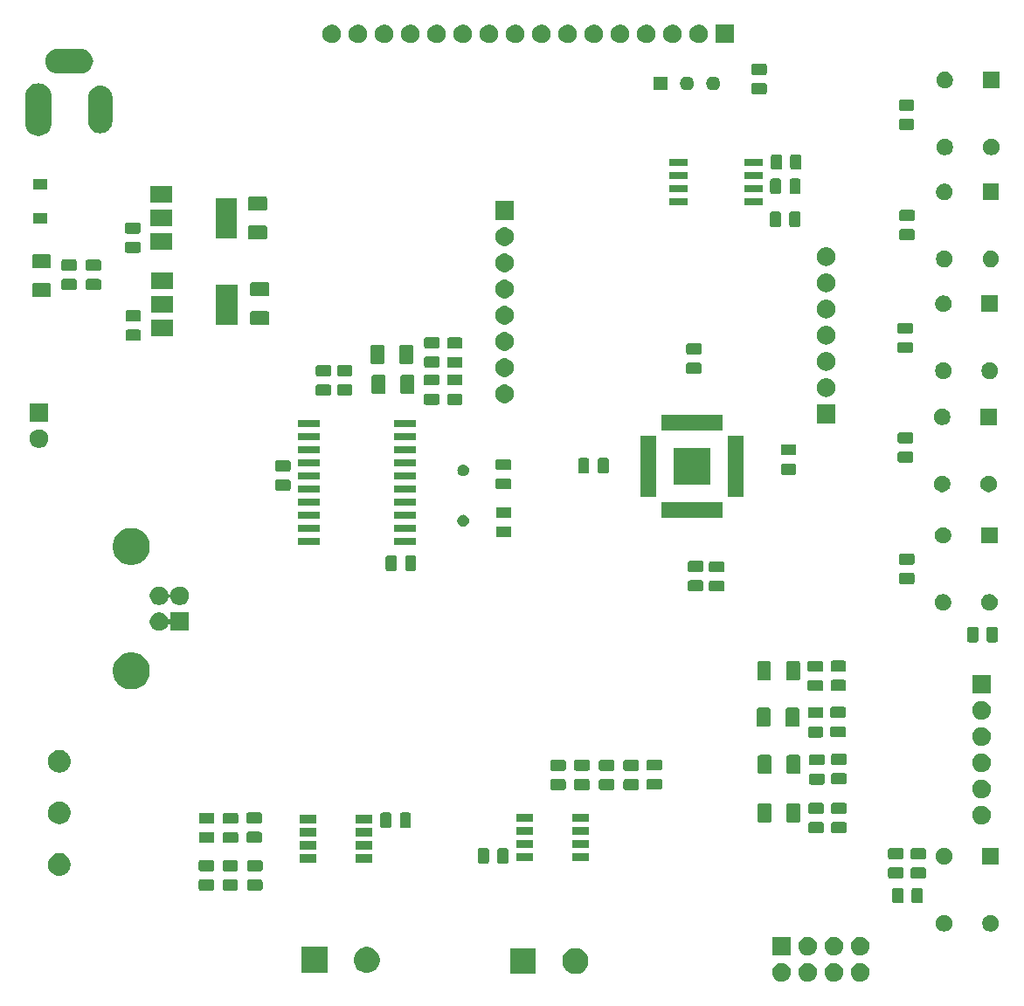
<source format=gbr>
G04 #@! TF.GenerationSoftware,KiCad,Pcbnew,(5.1.5)-3*
G04 #@! TF.CreationDate,2020-07-08T15:32:54-03:00*
G04 #@! TF.ProjectId,VH3,5648332e-6b69-4636-9164-5f7063625858,VH3*
G04 #@! TF.SameCoordinates,Original*
G04 #@! TF.FileFunction,Soldermask,Top*
G04 #@! TF.FilePolarity,Negative*
%FSLAX46Y46*%
G04 Gerber Fmt 4.6, Leading zero omitted, Abs format (unit mm)*
G04 Created by KiCad (PCBNEW (5.1.5)-3) date 2020-07-08 15:32:54*
%MOMM*%
%LPD*%
G04 APERTURE LIST*
%ADD10C,0.100000*%
G04 APERTURE END LIST*
D10*
G36*
X181647312Y-143833127D02*
G01*
X181796612Y-143862824D01*
X181960584Y-143930744D01*
X182108154Y-144029347D01*
X182233653Y-144154846D01*
X182332256Y-144302416D01*
X182400176Y-144466388D01*
X182434800Y-144640459D01*
X182434800Y-144817941D01*
X182400176Y-144992012D01*
X182332256Y-145155984D01*
X182233653Y-145303554D01*
X182108154Y-145429053D01*
X181960584Y-145527656D01*
X181796612Y-145595576D01*
X181647312Y-145625273D01*
X181622542Y-145630200D01*
X181445058Y-145630200D01*
X181420288Y-145625273D01*
X181270988Y-145595576D01*
X181107016Y-145527656D01*
X180959446Y-145429053D01*
X180833947Y-145303554D01*
X180735344Y-145155984D01*
X180667424Y-144992012D01*
X180632800Y-144817941D01*
X180632800Y-144640459D01*
X180667424Y-144466388D01*
X180735344Y-144302416D01*
X180833947Y-144154846D01*
X180959446Y-144029347D01*
X181107016Y-143930744D01*
X181270988Y-143862824D01*
X181420288Y-143833127D01*
X181445058Y-143828200D01*
X181622542Y-143828200D01*
X181647312Y-143833127D01*
G37*
G36*
X179107312Y-143833127D02*
G01*
X179256612Y-143862824D01*
X179420584Y-143930744D01*
X179568154Y-144029347D01*
X179693653Y-144154846D01*
X179792256Y-144302416D01*
X179860176Y-144466388D01*
X179894800Y-144640459D01*
X179894800Y-144817941D01*
X179860176Y-144992012D01*
X179792256Y-145155984D01*
X179693653Y-145303554D01*
X179568154Y-145429053D01*
X179420584Y-145527656D01*
X179256612Y-145595576D01*
X179107312Y-145625273D01*
X179082542Y-145630200D01*
X178905058Y-145630200D01*
X178880288Y-145625273D01*
X178730988Y-145595576D01*
X178567016Y-145527656D01*
X178419446Y-145429053D01*
X178293947Y-145303554D01*
X178195344Y-145155984D01*
X178127424Y-144992012D01*
X178092800Y-144817941D01*
X178092800Y-144640459D01*
X178127424Y-144466388D01*
X178195344Y-144302416D01*
X178293947Y-144154846D01*
X178419446Y-144029347D01*
X178567016Y-143930744D01*
X178730988Y-143862824D01*
X178880288Y-143833127D01*
X178905058Y-143828200D01*
X179082542Y-143828200D01*
X179107312Y-143833127D01*
G37*
G36*
X174027312Y-143833127D02*
G01*
X174176612Y-143862824D01*
X174340584Y-143930744D01*
X174488154Y-144029347D01*
X174613653Y-144154846D01*
X174712256Y-144302416D01*
X174780176Y-144466388D01*
X174814800Y-144640459D01*
X174814800Y-144817941D01*
X174780176Y-144992012D01*
X174712256Y-145155984D01*
X174613653Y-145303554D01*
X174488154Y-145429053D01*
X174340584Y-145527656D01*
X174176612Y-145595576D01*
X174027312Y-145625273D01*
X174002542Y-145630200D01*
X173825058Y-145630200D01*
X173800288Y-145625273D01*
X173650988Y-145595576D01*
X173487016Y-145527656D01*
X173339446Y-145429053D01*
X173213947Y-145303554D01*
X173115344Y-145155984D01*
X173047424Y-144992012D01*
X173012800Y-144817941D01*
X173012800Y-144640459D01*
X173047424Y-144466388D01*
X173115344Y-144302416D01*
X173213947Y-144154846D01*
X173339446Y-144029347D01*
X173487016Y-143930744D01*
X173650988Y-143862824D01*
X173800288Y-143833127D01*
X173825058Y-143828200D01*
X174002542Y-143828200D01*
X174027312Y-143833127D01*
G37*
G36*
X176567312Y-143833127D02*
G01*
X176716612Y-143862824D01*
X176880584Y-143930744D01*
X177028154Y-144029347D01*
X177153653Y-144154846D01*
X177252256Y-144302416D01*
X177320176Y-144466388D01*
X177354800Y-144640459D01*
X177354800Y-144817941D01*
X177320176Y-144992012D01*
X177252256Y-145155984D01*
X177153653Y-145303554D01*
X177028154Y-145429053D01*
X176880584Y-145527656D01*
X176716612Y-145595576D01*
X176567312Y-145625273D01*
X176542542Y-145630200D01*
X176365058Y-145630200D01*
X176340288Y-145625273D01*
X176190988Y-145595576D01*
X176027016Y-145527656D01*
X175879446Y-145429053D01*
X175753947Y-145303554D01*
X175655344Y-145155984D01*
X175587424Y-144992012D01*
X175552800Y-144817941D01*
X175552800Y-144640459D01*
X175587424Y-144466388D01*
X175655344Y-144302416D01*
X175753947Y-144154846D01*
X175879446Y-144029347D01*
X176027016Y-143930744D01*
X176190988Y-143862824D01*
X176340288Y-143833127D01*
X176365058Y-143828200D01*
X176542542Y-143828200D01*
X176567312Y-143833127D01*
G37*
G36*
X150115320Y-144893080D02*
G01*
X147613320Y-144893080D01*
X147613320Y-142391080D01*
X150115320Y-142391080D01*
X150115320Y-144893080D01*
G37*
G36*
X154309223Y-142439155D02*
G01*
X154536891Y-142533458D01*
X154741786Y-142670365D01*
X154916035Y-142844614D01*
X155052942Y-143049509D01*
X155147245Y-143277177D01*
X155195320Y-143518867D01*
X155195320Y-143765293D01*
X155147245Y-144006983D01*
X155052942Y-144234651D01*
X154916035Y-144439546D01*
X154741786Y-144613795D01*
X154536891Y-144750702D01*
X154536890Y-144750703D01*
X154536889Y-144750703D01*
X154309223Y-144845005D01*
X154067534Y-144893080D01*
X153821106Y-144893080D01*
X153579417Y-144845005D01*
X153351751Y-144750703D01*
X153351750Y-144750703D01*
X153351749Y-144750702D01*
X153146854Y-144613795D01*
X152972605Y-144439546D01*
X152835698Y-144234651D01*
X152741395Y-144006983D01*
X152693320Y-143765293D01*
X152693320Y-143518867D01*
X152741395Y-143277177D01*
X152835698Y-143049509D01*
X152972605Y-142844614D01*
X153146854Y-142670365D01*
X153351749Y-142533458D01*
X153579417Y-142439155D01*
X153821106Y-142391080D01*
X154067534Y-142391080D01*
X154309223Y-142439155D01*
G37*
G36*
X129902000Y-144786400D02*
G01*
X127400000Y-144786400D01*
X127400000Y-142284400D01*
X129902000Y-142284400D01*
X129902000Y-144786400D01*
G37*
G36*
X134095903Y-142332475D02*
G01*
X134237389Y-142391080D01*
X134323571Y-142426778D01*
X134528466Y-142563685D01*
X134702715Y-142737934D01*
X134839622Y-142942829D01*
X134933925Y-143170497D01*
X134982000Y-143412187D01*
X134982000Y-143658613D01*
X134933925Y-143900303D01*
X134839622Y-144127971D01*
X134702715Y-144332866D01*
X134528466Y-144507115D01*
X134323571Y-144644022D01*
X134323570Y-144644023D01*
X134323569Y-144644023D01*
X134095903Y-144738325D01*
X133854214Y-144786400D01*
X133607786Y-144786400D01*
X133366097Y-144738325D01*
X133138431Y-144644023D01*
X133138430Y-144644023D01*
X133138429Y-144644022D01*
X132933534Y-144507115D01*
X132759285Y-144332866D01*
X132622378Y-144127971D01*
X132528075Y-143900303D01*
X132480000Y-143658613D01*
X132480000Y-143412187D01*
X132528075Y-143170497D01*
X132622378Y-142942829D01*
X132759285Y-142737934D01*
X132933534Y-142563685D01*
X133138429Y-142426778D01*
X133224612Y-142391080D01*
X133366097Y-142332475D01*
X133607786Y-142284400D01*
X133854214Y-142284400D01*
X134095903Y-142332475D01*
G37*
G36*
X174814800Y-143090200D02*
G01*
X173012800Y-143090200D01*
X173012800Y-141288200D01*
X174814800Y-141288200D01*
X174814800Y-143090200D01*
G37*
G36*
X176567312Y-141293127D02*
G01*
X176716612Y-141322824D01*
X176880584Y-141390744D01*
X177028154Y-141489347D01*
X177153653Y-141614846D01*
X177252256Y-141762416D01*
X177320176Y-141926388D01*
X177354800Y-142100459D01*
X177354800Y-142277941D01*
X177320176Y-142452012D01*
X177252256Y-142615984D01*
X177153653Y-142763554D01*
X177028154Y-142889053D01*
X176880584Y-142987656D01*
X176716612Y-143055576D01*
X176567312Y-143085273D01*
X176542542Y-143090200D01*
X176365058Y-143090200D01*
X176340288Y-143085273D01*
X176190988Y-143055576D01*
X176027016Y-142987656D01*
X175879446Y-142889053D01*
X175753947Y-142763554D01*
X175655344Y-142615984D01*
X175587424Y-142452012D01*
X175552800Y-142277941D01*
X175552800Y-142100459D01*
X175587424Y-141926388D01*
X175655344Y-141762416D01*
X175753947Y-141614846D01*
X175879446Y-141489347D01*
X176027016Y-141390744D01*
X176190988Y-141322824D01*
X176340288Y-141293127D01*
X176365058Y-141288200D01*
X176542542Y-141288200D01*
X176567312Y-141293127D01*
G37*
G36*
X181647312Y-141293127D02*
G01*
X181796612Y-141322824D01*
X181960584Y-141390744D01*
X182108154Y-141489347D01*
X182233653Y-141614846D01*
X182332256Y-141762416D01*
X182400176Y-141926388D01*
X182434800Y-142100459D01*
X182434800Y-142277941D01*
X182400176Y-142452012D01*
X182332256Y-142615984D01*
X182233653Y-142763554D01*
X182108154Y-142889053D01*
X181960584Y-142987656D01*
X181796612Y-143055576D01*
X181647312Y-143085273D01*
X181622542Y-143090200D01*
X181445058Y-143090200D01*
X181420288Y-143085273D01*
X181270988Y-143055576D01*
X181107016Y-142987656D01*
X180959446Y-142889053D01*
X180833947Y-142763554D01*
X180735344Y-142615984D01*
X180667424Y-142452012D01*
X180632800Y-142277941D01*
X180632800Y-142100459D01*
X180667424Y-141926388D01*
X180735344Y-141762416D01*
X180833947Y-141614846D01*
X180959446Y-141489347D01*
X181107016Y-141390744D01*
X181270988Y-141322824D01*
X181420288Y-141293127D01*
X181445058Y-141288200D01*
X181622542Y-141288200D01*
X181647312Y-141293127D01*
G37*
G36*
X179107312Y-141293127D02*
G01*
X179256612Y-141322824D01*
X179420584Y-141390744D01*
X179568154Y-141489347D01*
X179693653Y-141614846D01*
X179792256Y-141762416D01*
X179860176Y-141926388D01*
X179894800Y-142100459D01*
X179894800Y-142277941D01*
X179860176Y-142452012D01*
X179792256Y-142615984D01*
X179693653Y-142763554D01*
X179568154Y-142889053D01*
X179420584Y-142987656D01*
X179256612Y-143055576D01*
X179107312Y-143085273D01*
X179082542Y-143090200D01*
X178905058Y-143090200D01*
X178880288Y-143085273D01*
X178730988Y-143055576D01*
X178567016Y-142987656D01*
X178419446Y-142889053D01*
X178293947Y-142763554D01*
X178195344Y-142615984D01*
X178127424Y-142452012D01*
X178092800Y-142277941D01*
X178092800Y-142100459D01*
X178127424Y-141926388D01*
X178195344Y-141762416D01*
X178293947Y-141614846D01*
X178419446Y-141489347D01*
X178567016Y-141390744D01*
X178730988Y-141322824D01*
X178880288Y-141293127D01*
X178905058Y-141288200D01*
X179082542Y-141288200D01*
X179107312Y-141293127D01*
G37*
G36*
X194405751Y-139208943D02*
G01*
X194551341Y-139269248D01*
X194682370Y-139356799D01*
X194793801Y-139468230D01*
X194881352Y-139599259D01*
X194941657Y-139744849D01*
X194972400Y-139899406D01*
X194972400Y-140056994D01*
X194941657Y-140211551D01*
X194881352Y-140357141D01*
X194793801Y-140488170D01*
X194682370Y-140599601D01*
X194551341Y-140687152D01*
X194405751Y-140747457D01*
X194251194Y-140778200D01*
X194093606Y-140778200D01*
X193939049Y-140747457D01*
X193793459Y-140687152D01*
X193662430Y-140599601D01*
X193550999Y-140488170D01*
X193463448Y-140357141D01*
X193403143Y-140211551D01*
X193372400Y-140056994D01*
X193372400Y-139899406D01*
X193403143Y-139744849D01*
X193463448Y-139599259D01*
X193550999Y-139468230D01*
X193662430Y-139356799D01*
X193793459Y-139269248D01*
X193939049Y-139208943D01*
X194093606Y-139178200D01*
X194251194Y-139178200D01*
X194405751Y-139208943D01*
G37*
G36*
X189905751Y-139208943D02*
G01*
X190051341Y-139269248D01*
X190182370Y-139356799D01*
X190293801Y-139468230D01*
X190381352Y-139599259D01*
X190441657Y-139744849D01*
X190472400Y-139899406D01*
X190472400Y-140056994D01*
X190441657Y-140211551D01*
X190381352Y-140357141D01*
X190293801Y-140488170D01*
X190182370Y-140599601D01*
X190051341Y-140687152D01*
X189905751Y-140747457D01*
X189751194Y-140778200D01*
X189593606Y-140778200D01*
X189439049Y-140747457D01*
X189293459Y-140687152D01*
X189162430Y-140599601D01*
X189050999Y-140488170D01*
X188963448Y-140357141D01*
X188903143Y-140211551D01*
X188872400Y-140056994D01*
X188872400Y-139899406D01*
X188903143Y-139744849D01*
X188963448Y-139599259D01*
X189050999Y-139468230D01*
X189162430Y-139356799D01*
X189293459Y-139269248D01*
X189439049Y-139208943D01*
X189593606Y-139178200D01*
X189751194Y-139178200D01*
X189905751Y-139208943D01*
G37*
G36*
X185565668Y-136540565D02*
G01*
X185604338Y-136552296D01*
X185639977Y-136571346D01*
X185671217Y-136596983D01*
X185696854Y-136628223D01*
X185715904Y-136663862D01*
X185727635Y-136702532D01*
X185732200Y-136748888D01*
X185732200Y-137825112D01*
X185727635Y-137871468D01*
X185715904Y-137910138D01*
X185696854Y-137945777D01*
X185671217Y-137977017D01*
X185639977Y-138002654D01*
X185604338Y-138021704D01*
X185565668Y-138033435D01*
X185519312Y-138038000D01*
X184868088Y-138038000D01*
X184821732Y-138033435D01*
X184783062Y-138021704D01*
X184747423Y-138002654D01*
X184716183Y-137977017D01*
X184690546Y-137945777D01*
X184671496Y-137910138D01*
X184659765Y-137871468D01*
X184655200Y-137825112D01*
X184655200Y-136748888D01*
X184659765Y-136702532D01*
X184671496Y-136663862D01*
X184690546Y-136628223D01*
X184716183Y-136596983D01*
X184747423Y-136571346D01*
X184783062Y-136552296D01*
X184821732Y-136540565D01*
X184868088Y-136536000D01*
X185519312Y-136536000D01*
X185565668Y-136540565D01*
G37*
G36*
X187440668Y-136540565D02*
G01*
X187479338Y-136552296D01*
X187514977Y-136571346D01*
X187546217Y-136596983D01*
X187571854Y-136628223D01*
X187590904Y-136663862D01*
X187602635Y-136702532D01*
X187607200Y-136748888D01*
X187607200Y-137825112D01*
X187602635Y-137871468D01*
X187590904Y-137910138D01*
X187571854Y-137945777D01*
X187546217Y-137977017D01*
X187514977Y-138002654D01*
X187479338Y-138021704D01*
X187440668Y-138033435D01*
X187394312Y-138038000D01*
X186743088Y-138038000D01*
X186696732Y-138033435D01*
X186658062Y-138021704D01*
X186622423Y-138002654D01*
X186591183Y-137977017D01*
X186565546Y-137945777D01*
X186546496Y-137910138D01*
X186534765Y-137871468D01*
X186530200Y-137825112D01*
X186530200Y-136748888D01*
X186534765Y-136702532D01*
X186546496Y-136663862D01*
X186565546Y-136628223D01*
X186591183Y-136596983D01*
X186622423Y-136571346D01*
X186658062Y-136552296D01*
X186696732Y-136540565D01*
X186743088Y-136536000D01*
X187394312Y-136536000D01*
X187440668Y-136540565D01*
G37*
G36*
X118770668Y-135737065D02*
G01*
X118809338Y-135748796D01*
X118844977Y-135767846D01*
X118876217Y-135793483D01*
X118901854Y-135824723D01*
X118920904Y-135860362D01*
X118932635Y-135899032D01*
X118937200Y-135945388D01*
X118937200Y-136596612D01*
X118932635Y-136642968D01*
X118920904Y-136681638D01*
X118901854Y-136717277D01*
X118876217Y-136748517D01*
X118844977Y-136774154D01*
X118809338Y-136793204D01*
X118770668Y-136804935D01*
X118724312Y-136809500D01*
X117648088Y-136809500D01*
X117601732Y-136804935D01*
X117563062Y-136793204D01*
X117527423Y-136774154D01*
X117496183Y-136748517D01*
X117470546Y-136717277D01*
X117451496Y-136681638D01*
X117439765Y-136642968D01*
X117435200Y-136596612D01*
X117435200Y-135945388D01*
X117439765Y-135899032D01*
X117451496Y-135860362D01*
X117470546Y-135824723D01*
X117496183Y-135793483D01*
X117527423Y-135767846D01*
X117563062Y-135748796D01*
X117601732Y-135737065D01*
X117648088Y-135732500D01*
X118724312Y-135732500D01*
X118770668Y-135737065D01*
G37*
G36*
X121082068Y-135737065D02*
G01*
X121120738Y-135748796D01*
X121156377Y-135767846D01*
X121187617Y-135793483D01*
X121213254Y-135824723D01*
X121232304Y-135860362D01*
X121244035Y-135899032D01*
X121248600Y-135945388D01*
X121248600Y-136596612D01*
X121244035Y-136642968D01*
X121232304Y-136681638D01*
X121213254Y-136717277D01*
X121187617Y-136748517D01*
X121156377Y-136774154D01*
X121120738Y-136793204D01*
X121082068Y-136804935D01*
X121035712Y-136809500D01*
X119959488Y-136809500D01*
X119913132Y-136804935D01*
X119874462Y-136793204D01*
X119838823Y-136774154D01*
X119807583Y-136748517D01*
X119781946Y-136717277D01*
X119762896Y-136681638D01*
X119751165Y-136642968D01*
X119746600Y-136596612D01*
X119746600Y-135945388D01*
X119751165Y-135899032D01*
X119762896Y-135860362D01*
X119781946Y-135824723D01*
X119807583Y-135793483D01*
X119838823Y-135767846D01*
X119874462Y-135748796D01*
X119913132Y-135737065D01*
X119959488Y-135732500D01*
X121035712Y-135732500D01*
X121082068Y-135737065D01*
G37*
G36*
X123469668Y-135732465D02*
G01*
X123508338Y-135744196D01*
X123543977Y-135763246D01*
X123575217Y-135788883D01*
X123600854Y-135820123D01*
X123619904Y-135855762D01*
X123631635Y-135894432D01*
X123636200Y-135940788D01*
X123636200Y-136592012D01*
X123631635Y-136638368D01*
X123619904Y-136677038D01*
X123600854Y-136712677D01*
X123575217Y-136743917D01*
X123543977Y-136769554D01*
X123508338Y-136788604D01*
X123469668Y-136800335D01*
X123423312Y-136804900D01*
X122347088Y-136804900D01*
X122300732Y-136800335D01*
X122262062Y-136788604D01*
X122226423Y-136769554D01*
X122195183Y-136743917D01*
X122169546Y-136712677D01*
X122150496Y-136677038D01*
X122138765Y-136638368D01*
X122134200Y-136592012D01*
X122134200Y-135940788D01*
X122138765Y-135894432D01*
X122150496Y-135855762D01*
X122169546Y-135820123D01*
X122195183Y-135788883D01*
X122226423Y-135763246D01*
X122262062Y-135744196D01*
X122300732Y-135732465D01*
X122347088Y-135727900D01*
X123423312Y-135727900D01*
X123469668Y-135732465D01*
G37*
G36*
X185572668Y-134568665D02*
G01*
X185611338Y-134580396D01*
X185646977Y-134599446D01*
X185678217Y-134625083D01*
X185703854Y-134656323D01*
X185722904Y-134691962D01*
X185734635Y-134730632D01*
X185739200Y-134776988D01*
X185739200Y-135428212D01*
X185734635Y-135474568D01*
X185722904Y-135513238D01*
X185703854Y-135548877D01*
X185678217Y-135580117D01*
X185646977Y-135605754D01*
X185611338Y-135624804D01*
X185572668Y-135636535D01*
X185526312Y-135641100D01*
X184450088Y-135641100D01*
X184403732Y-135636535D01*
X184365062Y-135624804D01*
X184329423Y-135605754D01*
X184298183Y-135580117D01*
X184272546Y-135548877D01*
X184253496Y-135513238D01*
X184241765Y-135474568D01*
X184237200Y-135428212D01*
X184237200Y-134776988D01*
X184241765Y-134730632D01*
X184253496Y-134691962D01*
X184272546Y-134656323D01*
X184298183Y-134625083D01*
X184329423Y-134599446D01*
X184365062Y-134580396D01*
X184403732Y-134568665D01*
X184450088Y-134564100D01*
X185526312Y-134564100D01*
X185572668Y-134568665D01*
G37*
G36*
X187757068Y-134566365D02*
G01*
X187795738Y-134578096D01*
X187831377Y-134597146D01*
X187862617Y-134622783D01*
X187888254Y-134654023D01*
X187907304Y-134689662D01*
X187919035Y-134728332D01*
X187923600Y-134774688D01*
X187923600Y-135425912D01*
X187919035Y-135472268D01*
X187907304Y-135510938D01*
X187888254Y-135546577D01*
X187862617Y-135577817D01*
X187831377Y-135603454D01*
X187795738Y-135622504D01*
X187757068Y-135634235D01*
X187710712Y-135638800D01*
X186634488Y-135638800D01*
X186588132Y-135634235D01*
X186549462Y-135622504D01*
X186513823Y-135603454D01*
X186482583Y-135577817D01*
X186456946Y-135546577D01*
X186437896Y-135510938D01*
X186426165Y-135472268D01*
X186421600Y-135425912D01*
X186421600Y-134774688D01*
X186426165Y-134728332D01*
X186437896Y-134689662D01*
X186456946Y-134654023D01*
X186482583Y-134622783D01*
X186513823Y-134597146D01*
X186549462Y-134578096D01*
X186588132Y-134566365D01*
X186634488Y-134561800D01*
X187710712Y-134561800D01*
X187757068Y-134566365D01*
G37*
G36*
X104151594Y-133189655D02*
G01*
X104257950Y-133210811D01*
X104458320Y-133293807D01*
X104638644Y-133414295D01*
X104792005Y-133567656D01*
X104912493Y-133747980D01*
X104995489Y-133948350D01*
X105037800Y-134161061D01*
X105037800Y-134377939D01*
X104995489Y-134590650D01*
X104957873Y-134681463D01*
X104912493Y-134791020D01*
X104792005Y-134971344D01*
X104638644Y-135124705D01*
X104458320Y-135245193D01*
X104358134Y-135286691D01*
X104257950Y-135328189D01*
X104151595Y-135349344D01*
X104045240Y-135370500D01*
X103828360Y-135370500D01*
X103722005Y-135349344D01*
X103615650Y-135328189D01*
X103515466Y-135286691D01*
X103415280Y-135245193D01*
X103234956Y-135124705D01*
X103081595Y-134971344D01*
X102961107Y-134791020D01*
X102915727Y-134681463D01*
X102878111Y-134590650D01*
X102835800Y-134377939D01*
X102835800Y-134161061D01*
X102878111Y-133948350D01*
X102919609Y-133848166D01*
X102961107Y-133747980D01*
X103081595Y-133567656D01*
X103234956Y-133414295D01*
X103415280Y-133293807D01*
X103615650Y-133210811D01*
X103722006Y-133189655D01*
X103828360Y-133168500D01*
X104045240Y-133168500D01*
X104151594Y-133189655D01*
G37*
G36*
X118770668Y-133862065D02*
G01*
X118809338Y-133873796D01*
X118844977Y-133892846D01*
X118876217Y-133918483D01*
X118901854Y-133949723D01*
X118920904Y-133985362D01*
X118932635Y-134024032D01*
X118937200Y-134070388D01*
X118937200Y-134721612D01*
X118932635Y-134767968D01*
X118920904Y-134806638D01*
X118901854Y-134842277D01*
X118876217Y-134873517D01*
X118844977Y-134899154D01*
X118809338Y-134918204D01*
X118770668Y-134929935D01*
X118724312Y-134934500D01*
X117648088Y-134934500D01*
X117601732Y-134929935D01*
X117563062Y-134918204D01*
X117527423Y-134899154D01*
X117496183Y-134873517D01*
X117470546Y-134842277D01*
X117451496Y-134806638D01*
X117439765Y-134767968D01*
X117435200Y-134721612D01*
X117435200Y-134070388D01*
X117439765Y-134024032D01*
X117451496Y-133985362D01*
X117470546Y-133949723D01*
X117496183Y-133918483D01*
X117527423Y-133892846D01*
X117563062Y-133873796D01*
X117601732Y-133862065D01*
X117648088Y-133857500D01*
X118724312Y-133857500D01*
X118770668Y-133862065D01*
G37*
G36*
X121082068Y-133862065D02*
G01*
X121120738Y-133873796D01*
X121156377Y-133892846D01*
X121187617Y-133918483D01*
X121213254Y-133949723D01*
X121232304Y-133985362D01*
X121244035Y-134024032D01*
X121248600Y-134070388D01*
X121248600Y-134721612D01*
X121244035Y-134767968D01*
X121232304Y-134806638D01*
X121213254Y-134842277D01*
X121187617Y-134873517D01*
X121156377Y-134899154D01*
X121120738Y-134918204D01*
X121082068Y-134929935D01*
X121035712Y-134934500D01*
X119959488Y-134934500D01*
X119913132Y-134929935D01*
X119874462Y-134918204D01*
X119838823Y-134899154D01*
X119807583Y-134873517D01*
X119781946Y-134842277D01*
X119762896Y-134806638D01*
X119751165Y-134767968D01*
X119746600Y-134721612D01*
X119746600Y-134070388D01*
X119751165Y-134024032D01*
X119762896Y-133985362D01*
X119781946Y-133949723D01*
X119807583Y-133918483D01*
X119838823Y-133892846D01*
X119874462Y-133873796D01*
X119913132Y-133862065D01*
X119959488Y-133857500D01*
X121035712Y-133857500D01*
X121082068Y-133862065D01*
G37*
G36*
X123469668Y-133857465D02*
G01*
X123508338Y-133869196D01*
X123543977Y-133888246D01*
X123575217Y-133913883D01*
X123600854Y-133945123D01*
X123619904Y-133980762D01*
X123631635Y-134019432D01*
X123636200Y-134065788D01*
X123636200Y-134717012D01*
X123631635Y-134763368D01*
X123619904Y-134802038D01*
X123600854Y-134837677D01*
X123575217Y-134868917D01*
X123543977Y-134894554D01*
X123508338Y-134913604D01*
X123469668Y-134925335D01*
X123423312Y-134929900D01*
X122347088Y-134929900D01*
X122300732Y-134925335D01*
X122262062Y-134913604D01*
X122226423Y-134894554D01*
X122195183Y-134868917D01*
X122169546Y-134837677D01*
X122150496Y-134802038D01*
X122138765Y-134763368D01*
X122134200Y-134717012D01*
X122134200Y-134065788D01*
X122138765Y-134019432D01*
X122150496Y-133980762D01*
X122169546Y-133945123D01*
X122195183Y-133913883D01*
X122226423Y-133888246D01*
X122262062Y-133869196D01*
X122300732Y-133857465D01*
X122347088Y-133852900D01*
X123423312Y-133852900D01*
X123469668Y-133857465D01*
G37*
G36*
X194972400Y-134278200D02*
G01*
X193372400Y-134278200D01*
X193372400Y-132678200D01*
X194972400Y-132678200D01*
X194972400Y-134278200D01*
G37*
G36*
X189905751Y-132708943D02*
G01*
X190051341Y-132769248D01*
X190182370Y-132856799D01*
X190293801Y-132968230D01*
X190381352Y-133099259D01*
X190441657Y-133244849D01*
X190472400Y-133399406D01*
X190472400Y-133556994D01*
X190441657Y-133711551D01*
X190381352Y-133857141D01*
X190293801Y-133988170D01*
X190182370Y-134099601D01*
X190051341Y-134187152D01*
X189905751Y-134247457D01*
X189751194Y-134278200D01*
X189593606Y-134278200D01*
X189439049Y-134247457D01*
X189293459Y-134187152D01*
X189162430Y-134099601D01*
X189050999Y-133988170D01*
X188963448Y-133857141D01*
X188903143Y-133711551D01*
X188872400Y-133556994D01*
X188872400Y-133399406D01*
X188903143Y-133244849D01*
X188963448Y-133099259D01*
X189050999Y-132968230D01*
X189162430Y-132856799D01*
X189293459Y-132769248D01*
X189439049Y-132708943D01*
X189593606Y-132678200D01*
X189751194Y-132678200D01*
X189905751Y-132708943D01*
G37*
G36*
X145408268Y-132705165D02*
G01*
X145446938Y-132716896D01*
X145482577Y-132735946D01*
X145513817Y-132761583D01*
X145539454Y-132792823D01*
X145558504Y-132828462D01*
X145570235Y-132867132D01*
X145574800Y-132913488D01*
X145574800Y-133989712D01*
X145570235Y-134036068D01*
X145558504Y-134074738D01*
X145539454Y-134110377D01*
X145513817Y-134141617D01*
X145482577Y-134167254D01*
X145446938Y-134186304D01*
X145408268Y-134198035D01*
X145361912Y-134202600D01*
X144710688Y-134202600D01*
X144664332Y-134198035D01*
X144625662Y-134186304D01*
X144590023Y-134167254D01*
X144558783Y-134141617D01*
X144533146Y-134110377D01*
X144514096Y-134074738D01*
X144502365Y-134036068D01*
X144497800Y-133989712D01*
X144497800Y-132913488D01*
X144502365Y-132867132D01*
X144514096Y-132828462D01*
X144533146Y-132792823D01*
X144558783Y-132761583D01*
X144590023Y-132735946D01*
X144625662Y-132716896D01*
X144664332Y-132705165D01*
X144710688Y-132700600D01*
X145361912Y-132700600D01*
X145408268Y-132705165D01*
G37*
G36*
X147283268Y-132705165D02*
G01*
X147321938Y-132716896D01*
X147357577Y-132735946D01*
X147388817Y-132761583D01*
X147414454Y-132792823D01*
X147433504Y-132828462D01*
X147445235Y-132867132D01*
X147449800Y-132913488D01*
X147449800Y-133989712D01*
X147445235Y-134036068D01*
X147433504Y-134074738D01*
X147414454Y-134110377D01*
X147388817Y-134141617D01*
X147357577Y-134167254D01*
X147321938Y-134186304D01*
X147283268Y-134198035D01*
X147236912Y-134202600D01*
X146585688Y-134202600D01*
X146539332Y-134198035D01*
X146500662Y-134186304D01*
X146465023Y-134167254D01*
X146433783Y-134141617D01*
X146408146Y-134110377D01*
X146389096Y-134074738D01*
X146377365Y-134036068D01*
X146372800Y-133989712D01*
X146372800Y-132913488D01*
X146377365Y-132867132D01*
X146389096Y-132828462D01*
X146408146Y-132792823D01*
X146433783Y-132761583D01*
X146465023Y-132735946D01*
X146500662Y-132716896D01*
X146539332Y-132705165D01*
X146585688Y-132700600D01*
X147236912Y-132700600D01*
X147283268Y-132705165D01*
G37*
G36*
X128860700Y-134106600D02*
G01*
X127233700Y-134106600D01*
X127233700Y-133304600D01*
X128860700Y-133304600D01*
X128860700Y-134106600D01*
G37*
G36*
X134284700Y-134106600D02*
G01*
X132657700Y-134106600D01*
X132657700Y-133304600D01*
X134284700Y-133304600D01*
X134284700Y-134106600D01*
G37*
G36*
X155239700Y-133954200D02*
G01*
X153612700Y-133954200D01*
X153612700Y-133152200D01*
X155239700Y-133152200D01*
X155239700Y-133954200D01*
G37*
G36*
X149815700Y-133954200D02*
G01*
X148188700Y-133954200D01*
X148188700Y-133152200D01*
X149815700Y-133152200D01*
X149815700Y-133954200D01*
G37*
G36*
X185572668Y-132693665D02*
G01*
X185611338Y-132705396D01*
X185646977Y-132724446D01*
X185678217Y-132750083D01*
X185703854Y-132781323D01*
X185722904Y-132816962D01*
X185734635Y-132855632D01*
X185739200Y-132901988D01*
X185739200Y-133553212D01*
X185734635Y-133599568D01*
X185722904Y-133638238D01*
X185703854Y-133673877D01*
X185678217Y-133705117D01*
X185646977Y-133730754D01*
X185611338Y-133749804D01*
X185572668Y-133761535D01*
X185526312Y-133766100D01*
X184450088Y-133766100D01*
X184403732Y-133761535D01*
X184365062Y-133749804D01*
X184329423Y-133730754D01*
X184298183Y-133705117D01*
X184272546Y-133673877D01*
X184253496Y-133638238D01*
X184241765Y-133599568D01*
X184237200Y-133553212D01*
X184237200Y-132901988D01*
X184241765Y-132855632D01*
X184253496Y-132816962D01*
X184272546Y-132781323D01*
X184298183Y-132750083D01*
X184329423Y-132724446D01*
X184365062Y-132705396D01*
X184403732Y-132693665D01*
X184450088Y-132689100D01*
X185526312Y-132689100D01*
X185572668Y-132693665D01*
G37*
G36*
X187757068Y-132691365D02*
G01*
X187795738Y-132703096D01*
X187831377Y-132722146D01*
X187862617Y-132747783D01*
X187888254Y-132779023D01*
X187907304Y-132814662D01*
X187919035Y-132853332D01*
X187923600Y-132899688D01*
X187923600Y-133550912D01*
X187919035Y-133597268D01*
X187907304Y-133635938D01*
X187888254Y-133671577D01*
X187862617Y-133702817D01*
X187831377Y-133728454D01*
X187795738Y-133747504D01*
X187757068Y-133759235D01*
X187710712Y-133763800D01*
X186634488Y-133763800D01*
X186588132Y-133759235D01*
X186549462Y-133747504D01*
X186513823Y-133728454D01*
X186482583Y-133702817D01*
X186456946Y-133671577D01*
X186437896Y-133635938D01*
X186426165Y-133597268D01*
X186421600Y-133550912D01*
X186421600Y-132899688D01*
X186426165Y-132853332D01*
X186437896Y-132814662D01*
X186456946Y-132779023D01*
X186482583Y-132747783D01*
X186513823Y-132722146D01*
X186549462Y-132703096D01*
X186588132Y-132691365D01*
X186634488Y-132686800D01*
X187710712Y-132686800D01*
X187757068Y-132691365D01*
G37*
G36*
X134284700Y-132836600D02*
G01*
X132657700Y-132836600D01*
X132657700Y-132034600D01*
X134284700Y-132034600D01*
X134284700Y-132836600D01*
G37*
G36*
X128860700Y-132836600D02*
G01*
X127233700Y-132836600D01*
X127233700Y-132034600D01*
X128860700Y-132034600D01*
X128860700Y-132836600D01*
G37*
G36*
X149815700Y-132684200D02*
G01*
X148188700Y-132684200D01*
X148188700Y-131882200D01*
X149815700Y-131882200D01*
X149815700Y-132684200D01*
G37*
G36*
X155239700Y-132684200D02*
G01*
X153612700Y-132684200D01*
X153612700Y-131882200D01*
X155239700Y-131882200D01*
X155239700Y-132684200D01*
G37*
G36*
X118796068Y-131137365D02*
G01*
X118834738Y-131149096D01*
X118870377Y-131168146D01*
X118901617Y-131193783D01*
X118927254Y-131225023D01*
X118946304Y-131260662D01*
X118958035Y-131299332D01*
X118962600Y-131345688D01*
X118962600Y-131996912D01*
X118958035Y-132043268D01*
X118946304Y-132081938D01*
X118927254Y-132117577D01*
X118901617Y-132148817D01*
X118870377Y-132174454D01*
X118834738Y-132193504D01*
X118796068Y-132205235D01*
X118749712Y-132209800D01*
X117673488Y-132209800D01*
X117627132Y-132205235D01*
X117588462Y-132193504D01*
X117552823Y-132174454D01*
X117521583Y-132148817D01*
X117495946Y-132117577D01*
X117476896Y-132081938D01*
X117465165Y-132043268D01*
X117460600Y-131996912D01*
X117460600Y-131345688D01*
X117465165Y-131299332D01*
X117476896Y-131260662D01*
X117495946Y-131225023D01*
X117521583Y-131193783D01*
X117552823Y-131168146D01*
X117588462Y-131149096D01*
X117627132Y-131137365D01*
X117673488Y-131132800D01*
X118749712Y-131132800D01*
X118796068Y-131137365D01*
G37*
G36*
X121107468Y-131137365D02*
G01*
X121146138Y-131149096D01*
X121181777Y-131168146D01*
X121213017Y-131193783D01*
X121238654Y-131225023D01*
X121257704Y-131260662D01*
X121269435Y-131299332D01*
X121274000Y-131345688D01*
X121274000Y-131996912D01*
X121269435Y-132043268D01*
X121257704Y-132081938D01*
X121238654Y-132117577D01*
X121213017Y-132148817D01*
X121181777Y-132174454D01*
X121146138Y-132193504D01*
X121107468Y-132205235D01*
X121061112Y-132209800D01*
X119984888Y-132209800D01*
X119938532Y-132205235D01*
X119899862Y-132193504D01*
X119864223Y-132174454D01*
X119832983Y-132148817D01*
X119807346Y-132117577D01*
X119788296Y-132081938D01*
X119776565Y-132043268D01*
X119772000Y-131996912D01*
X119772000Y-131345688D01*
X119776565Y-131299332D01*
X119788296Y-131260662D01*
X119807346Y-131225023D01*
X119832983Y-131193783D01*
X119864223Y-131168146D01*
X119899862Y-131149096D01*
X119938532Y-131137365D01*
X119984888Y-131132800D01*
X121061112Y-131132800D01*
X121107468Y-131137365D01*
G37*
G36*
X123393468Y-131114265D02*
G01*
X123432138Y-131125996D01*
X123467777Y-131145046D01*
X123499017Y-131170683D01*
X123524654Y-131201923D01*
X123543704Y-131237562D01*
X123555435Y-131276232D01*
X123560000Y-131322588D01*
X123560000Y-131973812D01*
X123555435Y-132020168D01*
X123543704Y-132058838D01*
X123524654Y-132094477D01*
X123499017Y-132125717D01*
X123467777Y-132151354D01*
X123432138Y-132170404D01*
X123393468Y-132182135D01*
X123347112Y-132186700D01*
X122270888Y-132186700D01*
X122224532Y-132182135D01*
X122185862Y-132170404D01*
X122150223Y-132151354D01*
X122118983Y-132125717D01*
X122093346Y-132094477D01*
X122074296Y-132058838D01*
X122062565Y-132020168D01*
X122058000Y-131973812D01*
X122058000Y-131322588D01*
X122062565Y-131276232D01*
X122074296Y-131237562D01*
X122093346Y-131201923D01*
X122118983Y-131170683D01*
X122150223Y-131145046D01*
X122185862Y-131125996D01*
X122224532Y-131114265D01*
X122270888Y-131109700D01*
X123347112Y-131109700D01*
X123393468Y-131114265D01*
G37*
G36*
X134284700Y-131566600D02*
G01*
X132657700Y-131566600D01*
X132657700Y-130764600D01*
X134284700Y-130764600D01*
X134284700Y-131566600D01*
G37*
G36*
X128860700Y-131566600D02*
G01*
X127233700Y-131566600D01*
X127233700Y-130764600D01*
X128860700Y-130764600D01*
X128860700Y-131566600D01*
G37*
G36*
X149815700Y-131414200D02*
G01*
X148188700Y-131414200D01*
X148188700Y-130612200D01*
X149815700Y-130612200D01*
X149815700Y-131414200D01*
G37*
G36*
X155239700Y-131414200D02*
G01*
X153612700Y-131414200D01*
X153612700Y-130612200D01*
X155239700Y-130612200D01*
X155239700Y-131414200D01*
G37*
G36*
X180060868Y-130174465D02*
G01*
X180099538Y-130186196D01*
X180135177Y-130205246D01*
X180166417Y-130230883D01*
X180192054Y-130262123D01*
X180211104Y-130297762D01*
X180222835Y-130336432D01*
X180227400Y-130382788D01*
X180227400Y-131034012D01*
X180222835Y-131080368D01*
X180211104Y-131119038D01*
X180192054Y-131154677D01*
X180166417Y-131185917D01*
X180135177Y-131211554D01*
X180099538Y-131230604D01*
X180060868Y-131242335D01*
X180014512Y-131246900D01*
X178938288Y-131246900D01*
X178891932Y-131242335D01*
X178853262Y-131230604D01*
X178817623Y-131211554D01*
X178786383Y-131185917D01*
X178760746Y-131154677D01*
X178741696Y-131119038D01*
X178729965Y-131080368D01*
X178725400Y-131034012D01*
X178725400Y-130382788D01*
X178729965Y-130336432D01*
X178741696Y-130297762D01*
X178760746Y-130262123D01*
X178786383Y-130230883D01*
X178817623Y-130205246D01*
X178853262Y-130186196D01*
X178891932Y-130174465D01*
X178938288Y-130169900D01*
X180014512Y-130169900D01*
X180060868Y-130174465D01*
G37*
G36*
X177851068Y-130174465D02*
G01*
X177889738Y-130186196D01*
X177925377Y-130205246D01*
X177956617Y-130230883D01*
X177982254Y-130262123D01*
X178001304Y-130297762D01*
X178013035Y-130336432D01*
X178017600Y-130382788D01*
X178017600Y-131034012D01*
X178013035Y-131080368D01*
X178001304Y-131119038D01*
X177982254Y-131154677D01*
X177956617Y-131185917D01*
X177925377Y-131211554D01*
X177889738Y-131230604D01*
X177851068Y-131242335D01*
X177804712Y-131246900D01*
X176728488Y-131246900D01*
X176682132Y-131242335D01*
X176643462Y-131230604D01*
X176607823Y-131211554D01*
X176576583Y-131185917D01*
X176550946Y-131154677D01*
X176531896Y-131119038D01*
X176520165Y-131080368D01*
X176515600Y-131034012D01*
X176515600Y-130382788D01*
X176520165Y-130336432D01*
X176531896Y-130297762D01*
X176550946Y-130262123D01*
X176576583Y-130230883D01*
X176607823Y-130205246D01*
X176643462Y-130186196D01*
X176682132Y-130174465D01*
X176728488Y-130169900D01*
X177804712Y-130169900D01*
X177851068Y-130174465D01*
G37*
G36*
X135961768Y-129250765D02*
G01*
X136000438Y-129262496D01*
X136036077Y-129281546D01*
X136067317Y-129307183D01*
X136092954Y-129338423D01*
X136112004Y-129374062D01*
X136123735Y-129412732D01*
X136128300Y-129459088D01*
X136128300Y-130535312D01*
X136123735Y-130581668D01*
X136112004Y-130620338D01*
X136092954Y-130655977D01*
X136067317Y-130687217D01*
X136036077Y-130712854D01*
X136000438Y-130731904D01*
X135961768Y-130743635D01*
X135915412Y-130748200D01*
X135264188Y-130748200D01*
X135217832Y-130743635D01*
X135179162Y-130731904D01*
X135143523Y-130712854D01*
X135112283Y-130687217D01*
X135086646Y-130655977D01*
X135067596Y-130620338D01*
X135055865Y-130581668D01*
X135051300Y-130535312D01*
X135051300Y-129459088D01*
X135055865Y-129412732D01*
X135067596Y-129374062D01*
X135086646Y-129338423D01*
X135112283Y-129307183D01*
X135143523Y-129281546D01*
X135179162Y-129262496D01*
X135217832Y-129250765D01*
X135264188Y-129246200D01*
X135915412Y-129246200D01*
X135961768Y-129250765D01*
G37*
G36*
X137836768Y-129250765D02*
G01*
X137875438Y-129262496D01*
X137911077Y-129281546D01*
X137942317Y-129307183D01*
X137967954Y-129338423D01*
X137987004Y-129374062D01*
X137998735Y-129412732D01*
X138003300Y-129459088D01*
X138003300Y-130535312D01*
X137998735Y-130581668D01*
X137987004Y-130620338D01*
X137967954Y-130655977D01*
X137942317Y-130687217D01*
X137911077Y-130712854D01*
X137875438Y-130731904D01*
X137836768Y-130743635D01*
X137790412Y-130748200D01*
X137139188Y-130748200D01*
X137092832Y-130743635D01*
X137054162Y-130731904D01*
X137018523Y-130712854D01*
X136987283Y-130687217D01*
X136961646Y-130655977D01*
X136942596Y-130620338D01*
X136930865Y-130581668D01*
X136926300Y-130535312D01*
X136926300Y-129459088D01*
X136930865Y-129412732D01*
X136942596Y-129374062D01*
X136961646Y-129338423D01*
X136987283Y-129307183D01*
X137018523Y-129281546D01*
X137054162Y-129262496D01*
X137092832Y-129250765D01*
X137139188Y-129246200D01*
X137790412Y-129246200D01*
X137836768Y-129250765D01*
G37*
G36*
X193407512Y-128593127D02*
G01*
X193556812Y-128622824D01*
X193720784Y-128690744D01*
X193868354Y-128789347D01*
X193993853Y-128914846D01*
X194092456Y-129062416D01*
X194160376Y-129226388D01*
X194195000Y-129400459D01*
X194195000Y-129577941D01*
X194160376Y-129752012D01*
X194092456Y-129915984D01*
X193993853Y-130063554D01*
X193868354Y-130189053D01*
X193720784Y-130287656D01*
X193556812Y-130355576D01*
X193407512Y-130385273D01*
X193382742Y-130390200D01*
X193205258Y-130390200D01*
X193180488Y-130385273D01*
X193031188Y-130355576D01*
X192867216Y-130287656D01*
X192719646Y-130189053D01*
X192594147Y-130063554D01*
X192495544Y-129915984D01*
X192427624Y-129752012D01*
X192393000Y-129577941D01*
X192393000Y-129400459D01*
X192427624Y-129226388D01*
X192495544Y-129062416D01*
X192594147Y-128914846D01*
X192719646Y-128789347D01*
X192867216Y-128690744D01*
X193031188Y-128622824D01*
X193180488Y-128593127D01*
X193205258Y-128588200D01*
X193382742Y-128588200D01*
X193407512Y-128593127D01*
G37*
G36*
X104151594Y-128189655D02*
G01*
X104257950Y-128210811D01*
X104358134Y-128252309D01*
X104458320Y-128293807D01*
X104638644Y-128414295D01*
X104792005Y-128567656D01*
X104912493Y-128747980D01*
X104929628Y-128789348D01*
X104981612Y-128914847D01*
X104995489Y-128948351D01*
X105037800Y-129161060D01*
X105037800Y-129377940D01*
X104995489Y-129590649D01*
X104912493Y-129791020D01*
X104792005Y-129971344D01*
X104638644Y-130124705D01*
X104458320Y-130245193D01*
X104417447Y-130262123D01*
X104257950Y-130328189D01*
X104151595Y-130349344D01*
X104045240Y-130370500D01*
X103828360Y-130370500D01*
X103722005Y-130349344D01*
X103615650Y-130328189D01*
X103456153Y-130262123D01*
X103415280Y-130245193D01*
X103234956Y-130124705D01*
X103081595Y-129971344D01*
X102961107Y-129791020D01*
X102878111Y-129590649D01*
X102835800Y-129377940D01*
X102835800Y-129161060D01*
X102878111Y-128948351D01*
X102891989Y-128914847D01*
X102943972Y-128789348D01*
X102961107Y-128747980D01*
X103081595Y-128567656D01*
X103234956Y-128414295D01*
X103415280Y-128293807D01*
X103515466Y-128252309D01*
X103615650Y-128210811D01*
X103722006Y-128189655D01*
X103828360Y-128168500D01*
X104045240Y-128168500D01*
X104151594Y-128189655D01*
G37*
G36*
X121107468Y-129262365D02*
G01*
X121146138Y-129274096D01*
X121181777Y-129293146D01*
X121213017Y-129318783D01*
X121238654Y-129350023D01*
X121257704Y-129385662D01*
X121269435Y-129424332D01*
X121274000Y-129470688D01*
X121274000Y-130121912D01*
X121269435Y-130168268D01*
X121257704Y-130206938D01*
X121238654Y-130242577D01*
X121213017Y-130273817D01*
X121181777Y-130299454D01*
X121146138Y-130318504D01*
X121107468Y-130330235D01*
X121061112Y-130334800D01*
X119984888Y-130334800D01*
X119938532Y-130330235D01*
X119899862Y-130318504D01*
X119864223Y-130299454D01*
X119832983Y-130273817D01*
X119807346Y-130242577D01*
X119788296Y-130206938D01*
X119776565Y-130168268D01*
X119772000Y-130121912D01*
X119772000Y-129470688D01*
X119776565Y-129424332D01*
X119788296Y-129385662D01*
X119807346Y-129350023D01*
X119832983Y-129318783D01*
X119864223Y-129293146D01*
X119899862Y-129274096D01*
X119938532Y-129262365D01*
X119984888Y-129257800D01*
X121061112Y-129257800D01*
X121107468Y-129262365D01*
G37*
G36*
X118796068Y-129262365D02*
G01*
X118834738Y-129274096D01*
X118870377Y-129293146D01*
X118901617Y-129318783D01*
X118927254Y-129350023D01*
X118946304Y-129385662D01*
X118958035Y-129424332D01*
X118962600Y-129470688D01*
X118962600Y-130121912D01*
X118958035Y-130168268D01*
X118946304Y-130206938D01*
X118927254Y-130242577D01*
X118901617Y-130273817D01*
X118870377Y-130299454D01*
X118834738Y-130318504D01*
X118796068Y-130330235D01*
X118749712Y-130334800D01*
X117673488Y-130334800D01*
X117627132Y-130330235D01*
X117588462Y-130318504D01*
X117552823Y-130299454D01*
X117521583Y-130273817D01*
X117495946Y-130242577D01*
X117476896Y-130206938D01*
X117465165Y-130168268D01*
X117460600Y-130121912D01*
X117460600Y-129470688D01*
X117465165Y-129424332D01*
X117476896Y-129385662D01*
X117495946Y-129350023D01*
X117521583Y-129318783D01*
X117552823Y-129293146D01*
X117588462Y-129274096D01*
X117627132Y-129262365D01*
X117673488Y-129257800D01*
X118749712Y-129257800D01*
X118796068Y-129262365D01*
G37*
G36*
X123393468Y-129239265D02*
G01*
X123432138Y-129250996D01*
X123467777Y-129270046D01*
X123499017Y-129295683D01*
X123524654Y-129326923D01*
X123543704Y-129362562D01*
X123555435Y-129401232D01*
X123560000Y-129447588D01*
X123560000Y-130098812D01*
X123555435Y-130145168D01*
X123543704Y-130183838D01*
X123524654Y-130219477D01*
X123499017Y-130250717D01*
X123467777Y-130276354D01*
X123432138Y-130295404D01*
X123393468Y-130307135D01*
X123347112Y-130311700D01*
X122270888Y-130311700D01*
X122224532Y-130307135D01*
X122185862Y-130295404D01*
X122150223Y-130276354D01*
X122118983Y-130250717D01*
X122093346Y-130219477D01*
X122074296Y-130183838D01*
X122062565Y-130145168D01*
X122058000Y-130098812D01*
X122058000Y-129447588D01*
X122062565Y-129401232D01*
X122074296Y-129362562D01*
X122093346Y-129326923D01*
X122118983Y-129295683D01*
X122150223Y-129270046D01*
X122185862Y-129250996D01*
X122224532Y-129239265D01*
X122270888Y-129234700D01*
X123347112Y-129234700D01*
X123393468Y-129239265D01*
G37*
G36*
X128860700Y-130296600D02*
G01*
X127233700Y-130296600D01*
X127233700Y-129494600D01*
X128860700Y-129494600D01*
X128860700Y-130296600D01*
G37*
G36*
X134284700Y-130296600D02*
G01*
X132657700Y-130296600D01*
X132657700Y-129494600D01*
X134284700Y-129494600D01*
X134284700Y-130296600D01*
G37*
G36*
X172781404Y-128364347D02*
G01*
X172817944Y-128375432D01*
X172851621Y-128393433D01*
X172881141Y-128417659D01*
X172905367Y-128447179D01*
X172923368Y-128480856D01*
X172934453Y-128517396D01*
X172938800Y-128561538D01*
X172938800Y-130010462D01*
X172934453Y-130054604D01*
X172923368Y-130091144D01*
X172905367Y-130124821D01*
X172881141Y-130154341D01*
X172851621Y-130178567D01*
X172817944Y-130196568D01*
X172781404Y-130207653D01*
X172737262Y-130212000D01*
X171788338Y-130212000D01*
X171744196Y-130207653D01*
X171707656Y-130196568D01*
X171673979Y-130178567D01*
X171644459Y-130154341D01*
X171620233Y-130124821D01*
X171602232Y-130091144D01*
X171591147Y-130054604D01*
X171586800Y-130010462D01*
X171586800Y-128561538D01*
X171591147Y-128517396D01*
X171602232Y-128480856D01*
X171620233Y-128447179D01*
X171644459Y-128417659D01*
X171673979Y-128393433D01*
X171707656Y-128375432D01*
X171744196Y-128364347D01*
X171788338Y-128360000D01*
X172737262Y-128360000D01*
X172781404Y-128364347D01*
G37*
G36*
X175581404Y-128364347D02*
G01*
X175617944Y-128375432D01*
X175651621Y-128393433D01*
X175681141Y-128417659D01*
X175705367Y-128447179D01*
X175723368Y-128480856D01*
X175734453Y-128517396D01*
X175738800Y-128561538D01*
X175738800Y-130010462D01*
X175734453Y-130054604D01*
X175723368Y-130091144D01*
X175705367Y-130124821D01*
X175681141Y-130154341D01*
X175651621Y-130178567D01*
X175617944Y-130196568D01*
X175581404Y-130207653D01*
X175537262Y-130212000D01*
X174588338Y-130212000D01*
X174544196Y-130207653D01*
X174507656Y-130196568D01*
X174473979Y-130178567D01*
X174444459Y-130154341D01*
X174420233Y-130124821D01*
X174402232Y-130091144D01*
X174391147Y-130054604D01*
X174386800Y-130010462D01*
X174386800Y-128561538D01*
X174391147Y-128517396D01*
X174402232Y-128480856D01*
X174420233Y-128447179D01*
X174444459Y-128417659D01*
X174473979Y-128393433D01*
X174507656Y-128375432D01*
X174544196Y-128364347D01*
X174588338Y-128360000D01*
X175537262Y-128360000D01*
X175581404Y-128364347D01*
G37*
G36*
X155239700Y-130144200D02*
G01*
X153612700Y-130144200D01*
X153612700Y-129342200D01*
X155239700Y-129342200D01*
X155239700Y-130144200D01*
G37*
G36*
X149815700Y-130144200D02*
G01*
X148188700Y-130144200D01*
X148188700Y-129342200D01*
X149815700Y-129342200D01*
X149815700Y-130144200D01*
G37*
G36*
X177851068Y-128299465D02*
G01*
X177889738Y-128311196D01*
X177925377Y-128330246D01*
X177956617Y-128355883D01*
X177982254Y-128387123D01*
X178001304Y-128422762D01*
X178013035Y-128461432D01*
X178017600Y-128507788D01*
X178017600Y-129159012D01*
X178013035Y-129205368D01*
X178001304Y-129244038D01*
X177982254Y-129279677D01*
X177956617Y-129310917D01*
X177925377Y-129336554D01*
X177889738Y-129355604D01*
X177851068Y-129367335D01*
X177804712Y-129371900D01*
X176728488Y-129371900D01*
X176682132Y-129367335D01*
X176643462Y-129355604D01*
X176607823Y-129336554D01*
X176576583Y-129310917D01*
X176550946Y-129279677D01*
X176531896Y-129244038D01*
X176520165Y-129205368D01*
X176515600Y-129159012D01*
X176515600Y-128507788D01*
X176520165Y-128461432D01*
X176531896Y-128422762D01*
X176550946Y-128387123D01*
X176576583Y-128355883D01*
X176607823Y-128330246D01*
X176643462Y-128311196D01*
X176682132Y-128299465D01*
X176728488Y-128294900D01*
X177804712Y-128294900D01*
X177851068Y-128299465D01*
G37*
G36*
X180060868Y-128299465D02*
G01*
X180099538Y-128311196D01*
X180135177Y-128330246D01*
X180166417Y-128355883D01*
X180192054Y-128387123D01*
X180211104Y-128422762D01*
X180222835Y-128461432D01*
X180227400Y-128507788D01*
X180227400Y-129159012D01*
X180222835Y-129205368D01*
X180211104Y-129244038D01*
X180192054Y-129279677D01*
X180166417Y-129310917D01*
X180135177Y-129336554D01*
X180099538Y-129355604D01*
X180060868Y-129367335D01*
X180014512Y-129371900D01*
X178938288Y-129371900D01*
X178891932Y-129367335D01*
X178853262Y-129355604D01*
X178817623Y-129336554D01*
X178786383Y-129310917D01*
X178760746Y-129279677D01*
X178741696Y-129244038D01*
X178729965Y-129205368D01*
X178725400Y-129159012D01*
X178725400Y-128507788D01*
X178729965Y-128461432D01*
X178741696Y-128422762D01*
X178760746Y-128387123D01*
X178786383Y-128355883D01*
X178817623Y-128330246D01*
X178853262Y-128311196D01*
X178891932Y-128299465D01*
X178938288Y-128294900D01*
X180014512Y-128294900D01*
X180060868Y-128299465D01*
G37*
G36*
X193404776Y-126052583D02*
G01*
X193556812Y-126082824D01*
X193720784Y-126150744D01*
X193868354Y-126249347D01*
X193993853Y-126374846D01*
X194092456Y-126522416D01*
X194160376Y-126686388D01*
X194195000Y-126860459D01*
X194195000Y-127037941D01*
X194160376Y-127212012D01*
X194092456Y-127375984D01*
X193993853Y-127523554D01*
X193868354Y-127649053D01*
X193720784Y-127747656D01*
X193556812Y-127815576D01*
X193407512Y-127845273D01*
X193382742Y-127850200D01*
X193205258Y-127850200D01*
X193180488Y-127845273D01*
X193031188Y-127815576D01*
X192867216Y-127747656D01*
X192719646Y-127649053D01*
X192594147Y-127523554D01*
X192495544Y-127375984D01*
X192427624Y-127212012D01*
X192393000Y-127037941D01*
X192393000Y-126860459D01*
X192427624Y-126686388D01*
X192495544Y-126522416D01*
X192594147Y-126374846D01*
X192719646Y-126249347D01*
X192867216Y-126150744D01*
X193031188Y-126082824D01*
X193183224Y-126052583D01*
X193205258Y-126048200D01*
X193382742Y-126048200D01*
X193404776Y-126052583D01*
G37*
G36*
X152844768Y-125996165D02*
G01*
X152883438Y-126007896D01*
X152919077Y-126026946D01*
X152950317Y-126052583D01*
X152975954Y-126083823D01*
X152995004Y-126119462D01*
X153006735Y-126158132D01*
X153011300Y-126204488D01*
X153011300Y-126855712D01*
X153006735Y-126902068D01*
X152995004Y-126940738D01*
X152975954Y-126976377D01*
X152950317Y-127007617D01*
X152919077Y-127033254D01*
X152883438Y-127052304D01*
X152844768Y-127064035D01*
X152798412Y-127068600D01*
X151722188Y-127068600D01*
X151675832Y-127064035D01*
X151637162Y-127052304D01*
X151601523Y-127033254D01*
X151570283Y-127007617D01*
X151544646Y-126976377D01*
X151525596Y-126940738D01*
X151513865Y-126902068D01*
X151509300Y-126855712D01*
X151509300Y-126204488D01*
X151513865Y-126158132D01*
X151525596Y-126119462D01*
X151544646Y-126083823D01*
X151570283Y-126052583D01*
X151601523Y-126026946D01*
X151637162Y-126007896D01*
X151675832Y-125996165D01*
X151722188Y-125991600D01*
X152798412Y-125991600D01*
X152844768Y-125996165D01*
G37*
G36*
X157556468Y-125996165D02*
G01*
X157595138Y-126007896D01*
X157630777Y-126026946D01*
X157662017Y-126052583D01*
X157687654Y-126083823D01*
X157706704Y-126119462D01*
X157718435Y-126158132D01*
X157723000Y-126204488D01*
X157723000Y-126855712D01*
X157718435Y-126902068D01*
X157706704Y-126940738D01*
X157687654Y-126976377D01*
X157662017Y-127007617D01*
X157630777Y-127033254D01*
X157595138Y-127052304D01*
X157556468Y-127064035D01*
X157510112Y-127068600D01*
X156433888Y-127068600D01*
X156387532Y-127064035D01*
X156348862Y-127052304D01*
X156313223Y-127033254D01*
X156281983Y-127007617D01*
X156256346Y-126976377D01*
X156237296Y-126940738D01*
X156225565Y-126902068D01*
X156221000Y-126855712D01*
X156221000Y-126204488D01*
X156225565Y-126158132D01*
X156237296Y-126119462D01*
X156256346Y-126083823D01*
X156281983Y-126052583D01*
X156313223Y-126026946D01*
X156348862Y-126007896D01*
X156387532Y-125996165D01*
X156433888Y-125991600D01*
X157510112Y-125991600D01*
X157556468Y-125996165D01*
G37*
G36*
X155156168Y-125996165D02*
G01*
X155194838Y-126007896D01*
X155230477Y-126026946D01*
X155261717Y-126052583D01*
X155287354Y-126083823D01*
X155306404Y-126119462D01*
X155318135Y-126158132D01*
X155322700Y-126204488D01*
X155322700Y-126855712D01*
X155318135Y-126902068D01*
X155306404Y-126940738D01*
X155287354Y-126976377D01*
X155261717Y-127007617D01*
X155230477Y-127033254D01*
X155194838Y-127052304D01*
X155156168Y-127064035D01*
X155109812Y-127068600D01*
X154033588Y-127068600D01*
X153987232Y-127064035D01*
X153948562Y-127052304D01*
X153912923Y-127033254D01*
X153881683Y-127007617D01*
X153856046Y-126976377D01*
X153836996Y-126940738D01*
X153825265Y-126902068D01*
X153820700Y-126855712D01*
X153820700Y-126204488D01*
X153825265Y-126158132D01*
X153836996Y-126119462D01*
X153856046Y-126083823D01*
X153881683Y-126052583D01*
X153912923Y-126026946D01*
X153948562Y-126007896D01*
X153987232Y-125996165D01*
X154033588Y-125991600D01*
X155109812Y-125991600D01*
X155156168Y-125996165D01*
G37*
G36*
X159931368Y-125993865D02*
G01*
X159970038Y-126005596D01*
X160005677Y-126024646D01*
X160036917Y-126050283D01*
X160062554Y-126081523D01*
X160081604Y-126117162D01*
X160093335Y-126155832D01*
X160097900Y-126202188D01*
X160097900Y-126853412D01*
X160093335Y-126899768D01*
X160081604Y-126938438D01*
X160062554Y-126974077D01*
X160036917Y-127005317D01*
X160005677Y-127030954D01*
X159970038Y-127050004D01*
X159931368Y-127061735D01*
X159885012Y-127066300D01*
X158808788Y-127066300D01*
X158762432Y-127061735D01*
X158723762Y-127050004D01*
X158688123Y-127030954D01*
X158656883Y-127005317D01*
X158631246Y-126974077D01*
X158612196Y-126938438D01*
X158600465Y-126899768D01*
X158595900Y-126853412D01*
X158595900Y-126202188D01*
X158600465Y-126155832D01*
X158612196Y-126117162D01*
X158631246Y-126081523D01*
X158656883Y-126050283D01*
X158688123Y-126024646D01*
X158723762Y-126005596D01*
X158762432Y-125993865D01*
X158808788Y-125989300D01*
X159885012Y-125989300D01*
X159931368Y-125993865D01*
G37*
G36*
X162179268Y-125970765D02*
G01*
X162217938Y-125982496D01*
X162253577Y-126001546D01*
X162284817Y-126027183D01*
X162310454Y-126058423D01*
X162329504Y-126094062D01*
X162341235Y-126132732D01*
X162345800Y-126179088D01*
X162345800Y-126830312D01*
X162341235Y-126876668D01*
X162329504Y-126915338D01*
X162310454Y-126950977D01*
X162284817Y-126982217D01*
X162253577Y-127007854D01*
X162217938Y-127026904D01*
X162179268Y-127038635D01*
X162132912Y-127043200D01*
X161056688Y-127043200D01*
X161010332Y-127038635D01*
X160971662Y-127026904D01*
X160936023Y-127007854D01*
X160904783Y-126982217D01*
X160879146Y-126950977D01*
X160860096Y-126915338D01*
X160848365Y-126876668D01*
X160843800Y-126830312D01*
X160843800Y-126179088D01*
X160848365Y-126132732D01*
X160860096Y-126094062D01*
X160879146Y-126058423D01*
X160904783Y-126027183D01*
X160936023Y-126001546D01*
X160971662Y-125982496D01*
X161010332Y-125970765D01*
X161056688Y-125966200D01*
X162132912Y-125966200D01*
X162179268Y-125970765D01*
G37*
G36*
X177927268Y-125470865D02*
G01*
X177965938Y-125482596D01*
X178001577Y-125501646D01*
X178032817Y-125527283D01*
X178058454Y-125558523D01*
X178077504Y-125594162D01*
X178089235Y-125632832D01*
X178093800Y-125679188D01*
X178093800Y-126330412D01*
X178089235Y-126376768D01*
X178077504Y-126415438D01*
X178058454Y-126451077D01*
X178032817Y-126482317D01*
X178001577Y-126507954D01*
X177965938Y-126527004D01*
X177927268Y-126538735D01*
X177880912Y-126543300D01*
X176804688Y-126543300D01*
X176758332Y-126538735D01*
X176719662Y-126527004D01*
X176684023Y-126507954D01*
X176652783Y-126482317D01*
X176627146Y-126451077D01*
X176608096Y-126415438D01*
X176596365Y-126376768D01*
X176591800Y-126330412D01*
X176591800Y-125679188D01*
X176596365Y-125632832D01*
X176608096Y-125594162D01*
X176627146Y-125558523D01*
X176652783Y-125527283D01*
X176684023Y-125501646D01*
X176719662Y-125482596D01*
X176758332Y-125470865D01*
X176804688Y-125466300D01*
X177880912Y-125466300D01*
X177927268Y-125470865D01*
G37*
G36*
X180060868Y-125420065D02*
G01*
X180099538Y-125431796D01*
X180135177Y-125450846D01*
X180166417Y-125476483D01*
X180192054Y-125507723D01*
X180211104Y-125543362D01*
X180222835Y-125582032D01*
X180227400Y-125628388D01*
X180227400Y-126279612D01*
X180222835Y-126325968D01*
X180211104Y-126364638D01*
X180192054Y-126400277D01*
X180166417Y-126431517D01*
X180135177Y-126457154D01*
X180099538Y-126476204D01*
X180060868Y-126487935D01*
X180014512Y-126492500D01*
X178938288Y-126492500D01*
X178891932Y-126487935D01*
X178853262Y-126476204D01*
X178817623Y-126457154D01*
X178786383Y-126431517D01*
X178760746Y-126400277D01*
X178741696Y-126364638D01*
X178729965Y-126325968D01*
X178725400Y-126279612D01*
X178725400Y-125628388D01*
X178729965Y-125582032D01*
X178741696Y-125543362D01*
X178760746Y-125507723D01*
X178786383Y-125476483D01*
X178817623Y-125450846D01*
X178853262Y-125431796D01*
X178891932Y-125420065D01*
X178938288Y-125415500D01*
X180014512Y-125415500D01*
X180060868Y-125420065D01*
G37*
G36*
X172800804Y-123665347D02*
G01*
X172837344Y-123676432D01*
X172871021Y-123694433D01*
X172900541Y-123718659D01*
X172924767Y-123748179D01*
X172942768Y-123781856D01*
X172953853Y-123818396D01*
X172958200Y-123862538D01*
X172958200Y-125311462D01*
X172953853Y-125355604D01*
X172942768Y-125392144D01*
X172924767Y-125425821D01*
X172900541Y-125455341D01*
X172871021Y-125479567D01*
X172837344Y-125497568D01*
X172800804Y-125508653D01*
X172756662Y-125513000D01*
X171807738Y-125513000D01*
X171763596Y-125508653D01*
X171727056Y-125497568D01*
X171693379Y-125479567D01*
X171663859Y-125455341D01*
X171639633Y-125425821D01*
X171621632Y-125392144D01*
X171610547Y-125355604D01*
X171606200Y-125311462D01*
X171606200Y-123862538D01*
X171610547Y-123818396D01*
X171621632Y-123781856D01*
X171639633Y-123748179D01*
X171663859Y-123718659D01*
X171693379Y-123694433D01*
X171727056Y-123676432D01*
X171763596Y-123665347D01*
X171807738Y-123661000D01*
X172756662Y-123661000D01*
X172800804Y-123665347D01*
G37*
G36*
X175600804Y-123665347D02*
G01*
X175637344Y-123676432D01*
X175671021Y-123694433D01*
X175700541Y-123718659D01*
X175724767Y-123748179D01*
X175742768Y-123781856D01*
X175753853Y-123818396D01*
X175758200Y-123862538D01*
X175758200Y-125311462D01*
X175753853Y-125355604D01*
X175742768Y-125392144D01*
X175724767Y-125425821D01*
X175700541Y-125455341D01*
X175671021Y-125479567D01*
X175637344Y-125497568D01*
X175600804Y-125508653D01*
X175556662Y-125513000D01*
X174607738Y-125513000D01*
X174563596Y-125508653D01*
X174527056Y-125497568D01*
X174493379Y-125479567D01*
X174463859Y-125455341D01*
X174439633Y-125425821D01*
X174421632Y-125392144D01*
X174410547Y-125355604D01*
X174406200Y-125311462D01*
X174406200Y-123862538D01*
X174410547Y-123818396D01*
X174421632Y-123781856D01*
X174439633Y-123748179D01*
X174463859Y-123718659D01*
X174493379Y-123694433D01*
X174527056Y-123676432D01*
X174563596Y-123665347D01*
X174607738Y-123661000D01*
X175556662Y-123661000D01*
X175600804Y-123665347D01*
G37*
G36*
X104151595Y-123189656D02*
G01*
X104257950Y-123210811D01*
X104458320Y-123293807D01*
X104638644Y-123414295D01*
X104792005Y-123567656D01*
X104912493Y-123747980D01*
X104926242Y-123781174D01*
X104995489Y-123948350D01*
X105016645Y-124054706D01*
X105037800Y-124161060D01*
X105037800Y-124377940D01*
X105023274Y-124450968D01*
X104995489Y-124590650D01*
X104953991Y-124690834D01*
X104912493Y-124791020D01*
X104792005Y-124971344D01*
X104638644Y-125124705D01*
X104458320Y-125245193D01*
X104358134Y-125286691D01*
X104257950Y-125328189D01*
X104168016Y-125346078D01*
X104045240Y-125370500D01*
X103828360Y-125370500D01*
X103705584Y-125346078D01*
X103615650Y-125328189D01*
X103515466Y-125286691D01*
X103415280Y-125245193D01*
X103234956Y-125124705D01*
X103081595Y-124971344D01*
X102961107Y-124791020D01*
X102919609Y-124690834D01*
X102878111Y-124590650D01*
X102850326Y-124450968D01*
X102835800Y-124377940D01*
X102835800Y-124161060D01*
X102856955Y-124054706D01*
X102878111Y-123948350D01*
X102947358Y-123781174D01*
X102961107Y-123747980D01*
X103081595Y-123567656D01*
X103234956Y-123414295D01*
X103415280Y-123293807D01*
X103615650Y-123210811D01*
X103722005Y-123189656D01*
X103828360Y-123168500D01*
X104045240Y-123168500D01*
X104151595Y-123189656D01*
G37*
G36*
X193407512Y-123513127D02*
G01*
X193556812Y-123542824D01*
X193720784Y-123610744D01*
X193868354Y-123709347D01*
X193993853Y-123834846D01*
X194092456Y-123982416D01*
X194160376Y-124146388D01*
X194195000Y-124320459D01*
X194195000Y-124497941D01*
X194160376Y-124672012D01*
X194092456Y-124835984D01*
X193993853Y-124983554D01*
X193868354Y-125109053D01*
X193720784Y-125207656D01*
X193556812Y-125275576D01*
X193407512Y-125305273D01*
X193382742Y-125310200D01*
X193205258Y-125310200D01*
X193180488Y-125305273D01*
X193031188Y-125275576D01*
X192867216Y-125207656D01*
X192719646Y-125109053D01*
X192594147Y-124983554D01*
X192495544Y-124835984D01*
X192427624Y-124672012D01*
X192393000Y-124497941D01*
X192393000Y-124320459D01*
X192427624Y-124146388D01*
X192495544Y-123982416D01*
X192594147Y-123834846D01*
X192719646Y-123709347D01*
X192867216Y-123610744D01*
X193031188Y-123542824D01*
X193180488Y-123513127D01*
X193205258Y-123508200D01*
X193382742Y-123508200D01*
X193407512Y-123513127D01*
G37*
G36*
X152844768Y-124121165D02*
G01*
X152883438Y-124132896D01*
X152919077Y-124151946D01*
X152950317Y-124177583D01*
X152975954Y-124208823D01*
X152995004Y-124244462D01*
X153006735Y-124283132D01*
X153011300Y-124329488D01*
X153011300Y-124980712D01*
X153006735Y-125027068D01*
X152995004Y-125065738D01*
X152975954Y-125101377D01*
X152950317Y-125132617D01*
X152919077Y-125158254D01*
X152883438Y-125177304D01*
X152844768Y-125189035D01*
X152798412Y-125193600D01*
X151722188Y-125193600D01*
X151675832Y-125189035D01*
X151637162Y-125177304D01*
X151601523Y-125158254D01*
X151570283Y-125132617D01*
X151544646Y-125101377D01*
X151525596Y-125065738D01*
X151513865Y-125027068D01*
X151509300Y-124980712D01*
X151509300Y-124329488D01*
X151513865Y-124283132D01*
X151525596Y-124244462D01*
X151544646Y-124208823D01*
X151570283Y-124177583D01*
X151601523Y-124151946D01*
X151637162Y-124132896D01*
X151675832Y-124121165D01*
X151722188Y-124116600D01*
X152798412Y-124116600D01*
X152844768Y-124121165D01*
G37*
G36*
X155156168Y-124121165D02*
G01*
X155194838Y-124132896D01*
X155230477Y-124151946D01*
X155261717Y-124177583D01*
X155287354Y-124208823D01*
X155306404Y-124244462D01*
X155318135Y-124283132D01*
X155322700Y-124329488D01*
X155322700Y-124980712D01*
X155318135Y-125027068D01*
X155306404Y-125065738D01*
X155287354Y-125101377D01*
X155261717Y-125132617D01*
X155230477Y-125158254D01*
X155194838Y-125177304D01*
X155156168Y-125189035D01*
X155109812Y-125193600D01*
X154033588Y-125193600D01*
X153987232Y-125189035D01*
X153948562Y-125177304D01*
X153912923Y-125158254D01*
X153881683Y-125132617D01*
X153856046Y-125101377D01*
X153836996Y-125065738D01*
X153825265Y-125027068D01*
X153820700Y-124980712D01*
X153820700Y-124329488D01*
X153825265Y-124283132D01*
X153836996Y-124244462D01*
X153856046Y-124208823D01*
X153881683Y-124177583D01*
X153912923Y-124151946D01*
X153948562Y-124132896D01*
X153987232Y-124121165D01*
X154033588Y-124116600D01*
X155109812Y-124116600D01*
X155156168Y-124121165D01*
G37*
G36*
X157556468Y-124121165D02*
G01*
X157595138Y-124132896D01*
X157630777Y-124151946D01*
X157662017Y-124177583D01*
X157687654Y-124208823D01*
X157706704Y-124244462D01*
X157718435Y-124283132D01*
X157723000Y-124329488D01*
X157723000Y-124980712D01*
X157718435Y-125027068D01*
X157706704Y-125065738D01*
X157687654Y-125101377D01*
X157662017Y-125132617D01*
X157630777Y-125158254D01*
X157595138Y-125177304D01*
X157556468Y-125189035D01*
X157510112Y-125193600D01*
X156433888Y-125193600D01*
X156387532Y-125189035D01*
X156348862Y-125177304D01*
X156313223Y-125158254D01*
X156281983Y-125132617D01*
X156256346Y-125101377D01*
X156237296Y-125065738D01*
X156225565Y-125027068D01*
X156221000Y-124980712D01*
X156221000Y-124329488D01*
X156225565Y-124283132D01*
X156237296Y-124244462D01*
X156256346Y-124208823D01*
X156281983Y-124177583D01*
X156313223Y-124151946D01*
X156348862Y-124132896D01*
X156387532Y-124121165D01*
X156433888Y-124116600D01*
X157510112Y-124116600D01*
X157556468Y-124121165D01*
G37*
G36*
X159931368Y-124118865D02*
G01*
X159970038Y-124130596D01*
X160005677Y-124149646D01*
X160036917Y-124175283D01*
X160062554Y-124206523D01*
X160081604Y-124242162D01*
X160093335Y-124280832D01*
X160097900Y-124327188D01*
X160097900Y-124978412D01*
X160093335Y-125024768D01*
X160081604Y-125063438D01*
X160062554Y-125099077D01*
X160036917Y-125130317D01*
X160005677Y-125155954D01*
X159970038Y-125175004D01*
X159931368Y-125186735D01*
X159885012Y-125191300D01*
X158808788Y-125191300D01*
X158762432Y-125186735D01*
X158723762Y-125175004D01*
X158688123Y-125155954D01*
X158656883Y-125130317D01*
X158631246Y-125099077D01*
X158612196Y-125063438D01*
X158600465Y-125024768D01*
X158595900Y-124978412D01*
X158595900Y-124327188D01*
X158600465Y-124280832D01*
X158612196Y-124242162D01*
X158631246Y-124206523D01*
X158656883Y-124175283D01*
X158688123Y-124149646D01*
X158723762Y-124130596D01*
X158762432Y-124118865D01*
X158808788Y-124114300D01*
X159885012Y-124114300D01*
X159931368Y-124118865D01*
G37*
G36*
X162179268Y-124095765D02*
G01*
X162217938Y-124107496D01*
X162253577Y-124126546D01*
X162284817Y-124152183D01*
X162310454Y-124183423D01*
X162329504Y-124219062D01*
X162341235Y-124257732D01*
X162345800Y-124304088D01*
X162345800Y-124955312D01*
X162341235Y-125001668D01*
X162329504Y-125040338D01*
X162310454Y-125075977D01*
X162284817Y-125107217D01*
X162253577Y-125132854D01*
X162217938Y-125151904D01*
X162179268Y-125163635D01*
X162132912Y-125168200D01*
X161056688Y-125168200D01*
X161010332Y-125163635D01*
X160971662Y-125151904D01*
X160936023Y-125132854D01*
X160904783Y-125107217D01*
X160879146Y-125075977D01*
X160860096Y-125040338D01*
X160848365Y-125001668D01*
X160843800Y-124955312D01*
X160843800Y-124304088D01*
X160848365Y-124257732D01*
X160860096Y-124219062D01*
X160879146Y-124183423D01*
X160904783Y-124152183D01*
X160936023Y-124126546D01*
X160971662Y-124107496D01*
X161010332Y-124095765D01*
X161056688Y-124091200D01*
X162132912Y-124091200D01*
X162179268Y-124095765D01*
G37*
G36*
X177927268Y-123595865D02*
G01*
X177965938Y-123607596D01*
X178001577Y-123626646D01*
X178032817Y-123652283D01*
X178058454Y-123683523D01*
X178077504Y-123719162D01*
X178089235Y-123757832D01*
X178093800Y-123804188D01*
X178093800Y-124455412D01*
X178089235Y-124501768D01*
X178077504Y-124540438D01*
X178058454Y-124576077D01*
X178032817Y-124607317D01*
X178001577Y-124632954D01*
X177965938Y-124652004D01*
X177927268Y-124663735D01*
X177880912Y-124668300D01*
X176804688Y-124668300D01*
X176758332Y-124663735D01*
X176719662Y-124652004D01*
X176684023Y-124632954D01*
X176652783Y-124607317D01*
X176627146Y-124576077D01*
X176608096Y-124540438D01*
X176596365Y-124501768D01*
X176591800Y-124455412D01*
X176591800Y-123804188D01*
X176596365Y-123757832D01*
X176608096Y-123719162D01*
X176627146Y-123683523D01*
X176652783Y-123652283D01*
X176684023Y-123626646D01*
X176719662Y-123607596D01*
X176758332Y-123595865D01*
X176804688Y-123591300D01*
X177880912Y-123591300D01*
X177927268Y-123595865D01*
G37*
G36*
X180060868Y-123545065D02*
G01*
X180099538Y-123556796D01*
X180135177Y-123575846D01*
X180166417Y-123601483D01*
X180192054Y-123632723D01*
X180211104Y-123668362D01*
X180222835Y-123707032D01*
X180227400Y-123753388D01*
X180227400Y-124404612D01*
X180222835Y-124450968D01*
X180211104Y-124489638D01*
X180192054Y-124525277D01*
X180166417Y-124556517D01*
X180135177Y-124582154D01*
X180099538Y-124601204D01*
X180060868Y-124612935D01*
X180014512Y-124617500D01*
X178938288Y-124617500D01*
X178891932Y-124612935D01*
X178853262Y-124601204D01*
X178817623Y-124582154D01*
X178786383Y-124556517D01*
X178760746Y-124525277D01*
X178741696Y-124489638D01*
X178729965Y-124450968D01*
X178725400Y-124404612D01*
X178725400Y-123753388D01*
X178729965Y-123707032D01*
X178741696Y-123668362D01*
X178760746Y-123632723D01*
X178786383Y-123601483D01*
X178817623Y-123575846D01*
X178853262Y-123556796D01*
X178891932Y-123545065D01*
X178938288Y-123540500D01*
X180014512Y-123540500D01*
X180060868Y-123545065D01*
G37*
G36*
X193407512Y-120973127D02*
G01*
X193556812Y-121002824D01*
X193720784Y-121070744D01*
X193868354Y-121169347D01*
X193993853Y-121294846D01*
X194092456Y-121442416D01*
X194160376Y-121606388D01*
X194195000Y-121780459D01*
X194195000Y-121957941D01*
X194160376Y-122132012D01*
X194092456Y-122295984D01*
X193993853Y-122443554D01*
X193868354Y-122569053D01*
X193720784Y-122667656D01*
X193556812Y-122735576D01*
X193407512Y-122765273D01*
X193382742Y-122770200D01*
X193205258Y-122770200D01*
X193180488Y-122765273D01*
X193031188Y-122735576D01*
X192867216Y-122667656D01*
X192719646Y-122569053D01*
X192594147Y-122443554D01*
X192495544Y-122295984D01*
X192427624Y-122132012D01*
X192393000Y-121957941D01*
X192393000Y-121780459D01*
X192427624Y-121606388D01*
X192495544Y-121442416D01*
X192594147Y-121294846D01*
X192719646Y-121169347D01*
X192867216Y-121070744D01*
X193031188Y-121002824D01*
X193180488Y-120973127D01*
X193205258Y-120968200D01*
X193382742Y-120968200D01*
X193407512Y-120973127D01*
G37*
G36*
X177800268Y-120898865D02*
G01*
X177838938Y-120910596D01*
X177874577Y-120929646D01*
X177905817Y-120955283D01*
X177931454Y-120986523D01*
X177950504Y-121022162D01*
X177962235Y-121060832D01*
X177966800Y-121107188D01*
X177966800Y-121758412D01*
X177962235Y-121804768D01*
X177950504Y-121843438D01*
X177931454Y-121879077D01*
X177905817Y-121910317D01*
X177874577Y-121935954D01*
X177838938Y-121955004D01*
X177800268Y-121966735D01*
X177753912Y-121971300D01*
X176677688Y-121971300D01*
X176631332Y-121966735D01*
X176592662Y-121955004D01*
X176557023Y-121935954D01*
X176525783Y-121910317D01*
X176500146Y-121879077D01*
X176481096Y-121843438D01*
X176469365Y-121804768D01*
X176464800Y-121758412D01*
X176464800Y-121107188D01*
X176469365Y-121060832D01*
X176481096Y-121022162D01*
X176500146Y-120986523D01*
X176525783Y-120955283D01*
X176557023Y-120929646D01*
X176592662Y-120910596D01*
X176631332Y-120898865D01*
X176677688Y-120894300D01*
X177753912Y-120894300D01*
X177800268Y-120898865D01*
G37*
G36*
X179984668Y-120873465D02*
G01*
X180023338Y-120885196D01*
X180058977Y-120904246D01*
X180090217Y-120929883D01*
X180115854Y-120961123D01*
X180134904Y-120996762D01*
X180146635Y-121035432D01*
X180151200Y-121081788D01*
X180151200Y-121733012D01*
X180146635Y-121779368D01*
X180134904Y-121818038D01*
X180115854Y-121853677D01*
X180090217Y-121884917D01*
X180058977Y-121910554D01*
X180023338Y-121929604D01*
X179984668Y-121941335D01*
X179938312Y-121945900D01*
X178862088Y-121945900D01*
X178815732Y-121941335D01*
X178777062Y-121929604D01*
X178741423Y-121910554D01*
X178710183Y-121884917D01*
X178684546Y-121853677D01*
X178665496Y-121818038D01*
X178653765Y-121779368D01*
X178649200Y-121733012D01*
X178649200Y-121081788D01*
X178653765Y-121035432D01*
X178665496Y-120996762D01*
X178684546Y-120961123D01*
X178710183Y-120929883D01*
X178741423Y-120904246D01*
X178777062Y-120885196D01*
X178815732Y-120873465D01*
X178862088Y-120868900D01*
X179938312Y-120868900D01*
X179984668Y-120873465D01*
G37*
G36*
X175499204Y-119093347D02*
G01*
X175535744Y-119104432D01*
X175569421Y-119122433D01*
X175598941Y-119146659D01*
X175623167Y-119176179D01*
X175641168Y-119209856D01*
X175652253Y-119246396D01*
X175656600Y-119290538D01*
X175656600Y-120739462D01*
X175652253Y-120783604D01*
X175641168Y-120820144D01*
X175623167Y-120853821D01*
X175598941Y-120883341D01*
X175569421Y-120907567D01*
X175535744Y-120925568D01*
X175499204Y-120936653D01*
X175455062Y-120941000D01*
X174506138Y-120941000D01*
X174461996Y-120936653D01*
X174425456Y-120925568D01*
X174391779Y-120907567D01*
X174362259Y-120883341D01*
X174338033Y-120853821D01*
X174320032Y-120820144D01*
X174308947Y-120783604D01*
X174304600Y-120739462D01*
X174304600Y-119290538D01*
X174308947Y-119246396D01*
X174320032Y-119209856D01*
X174338033Y-119176179D01*
X174362259Y-119146659D01*
X174391779Y-119122433D01*
X174425456Y-119104432D01*
X174461996Y-119093347D01*
X174506138Y-119089000D01*
X175455062Y-119089000D01*
X175499204Y-119093347D01*
G37*
G36*
X172699204Y-119093347D02*
G01*
X172735744Y-119104432D01*
X172769421Y-119122433D01*
X172798941Y-119146659D01*
X172823167Y-119176179D01*
X172841168Y-119209856D01*
X172852253Y-119246396D01*
X172856600Y-119290538D01*
X172856600Y-120739462D01*
X172852253Y-120783604D01*
X172841168Y-120820144D01*
X172823167Y-120853821D01*
X172798941Y-120883341D01*
X172769421Y-120907567D01*
X172735744Y-120925568D01*
X172699204Y-120936653D01*
X172655062Y-120941000D01*
X171706138Y-120941000D01*
X171661996Y-120936653D01*
X171625456Y-120925568D01*
X171591779Y-120907567D01*
X171562259Y-120883341D01*
X171538033Y-120853821D01*
X171520032Y-120820144D01*
X171508947Y-120783604D01*
X171504600Y-120739462D01*
X171504600Y-119290538D01*
X171508947Y-119246396D01*
X171520032Y-119209856D01*
X171538033Y-119176179D01*
X171562259Y-119146659D01*
X171591779Y-119122433D01*
X171625456Y-119104432D01*
X171661996Y-119093347D01*
X171706138Y-119089000D01*
X172655062Y-119089000D01*
X172699204Y-119093347D01*
G37*
G36*
X193407512Y-118433127D02*
G01*
X193556812Y-118462824D01*
X193720784Y-118530744D01*
X193868354Y-118629347D01*
X193993853Y-118754846D01*
X194092456Y-118902416D01*
X194160376Y-119066388D01*
X194184134Y-119185832D01*
X194194118Y-119236022D01*
X194195000Y-119240459D01*
X194195000Y-119417941D01*
X194160376Y-119592012D01*
X194092456Y-119755984D01*
X193993853Y-119903554D01*
X193868354Y-120029053D01*
X193720784Y-120127656D01*
X193556812Y-120195576D01*
X193407512Y-120225273D01*
X193382742Y-120230200D01*
X193205258Y-120230200D01*
X193180488Y-120225273D01*
X193031188Y-120195576D01*
X192867216Y-120127656D01*
X192719646Y-120029053D01*
X192594147Y-119903554D01*
X192495544Y-119755984D01*
X192427624Y-119592012D01*
X192393000Y-119417941D01*
X192393000Y-119240459D01*
X192393883Y-119236022D01*
X192403866Y-119185832D01*
X192427624Y-119066388D01*
X192495544Y-118902416D01*
X192594147Y-118754846D01*
X192719646Y-118629347D01*
X192867216Y-118530744D01*
X193031188Y-118462824D01*
X193180488Y-118433127D01*
X193205258Y-118428200D01*
X193382742Y-118428200D01*
X193407512Y-118433127D01*
G37*
G36*
X177800268Y-119023865D02*
G01*
X177838938Y-119035596D01*
X177874577Y-119054646D01*
X177905817Y-119080283D01*
X177931454Y-119111523D01*
X177950504Y-119147162D01*
X177962235Y-119185832D01*
X177966800Y-119232188D01*
X177966800Y-119883412D01*
X177962235Y-119929768D01*
X177950504Y-119968438D01*
X177931454Y-120004077D01*
X177905817Y-120035317D01*
X177874577Y-120060954D01*
X177838938Y-120080004D01*
X177800268Y-120091735D01*
X177753912Y-120096300D01*
X176677688Y-120096300D01*
X176631332Y-120091735D01*
X176592662Y-120080004D01*
X176557023Y-120060954D01*
X176525783Y-120035317D01*
X176500146Y-120004077D01*
X176481096Y-119968438D01*
X176469365Y-119929768D01*
X176464800Y-119883412D01*
X176464800Y-119232188D01*
X176469365Y-119185832D01*
X176481096Y-119147162D01*
X176500146Y-119111523D01*
X176525783Y-119080283D01*
X176557023Y-119054646D01*
X176592662Y-119035596D01*
X176631332Y-119023865D01*
X176677688Y-119019300D01*
X177753912Y-119019300D01*
X177800268Y-119023865D01*
G37*
G36*
X179984668Y-118998465D02*
G01*
X180023338Y-119010196D01*
X180058977Y-119029246D01*
X180090217Y-119054883D01*
X180115854Y-119086123D01*
X180134904Y-119121762D01*
X180146635Y-119160432D01*
X180151200Y-119206788D01*
X180151200Y-119858012D01*
X180146635Y-119904368D01*
X180134904Y-119943038D01*
X180115854Y-119978677D01*
X180090217Y-120009917D01*
X180058977Y-120035554D01*
X180023338Y-120054604D01*
X179984668Y-120066335D01*
X179938312Y-120070900D01*
X178862088Y-120070900D01*
X178815732Y-120066335D01*
X178777062Y-120054604D01*
X178741423Y-120035554D01*
X178710183Y-120009917D01*
X178684546Y-119978677D01*
X178665496Y-119943038D01*
X178653765Y-119904368D01*
X178649200Y-119858012D01*
X178649200Y-119206788D01*
X178653765Y-119160432D01*
X178665496Y-119121762D01*
X178684546Y-119086123D01*
X178710183Y-119054883D01*
X178741423Y-119029246D01*
X178777062Y-119010196D01*
X178815732Y-118998465D01*
X178862088Y-118993900D01*
X179938312Y-118993900D01*
X179984668Y-118998465D01*
G37*
G36*
X194195000Y-117690200D02*
G01*
X192393000Y-117690200D01*
X192393000Y-115888200D01*
X194195000Y-115888200D01*
X194195000Y-117690200D01*
G37*
G36*
X177774868Y-116405365D02*
G01*
X177813538Y-116417096D01*
X177849177Y-116436146D01*
X177880417Y-116461783D01*
X177906054Y-116493023D01*
X177925104Y-116528662D01*
X177936835Y-116567332D01*
X177941400Y-116613688D01*
X177941400Y-117264912D01*
X177936835Y-117311268D01*
X177925104Y-117349938D01*
X177906054Y-117385577D01*
X177880417Y-117416817D01*
X177849177Y-117442454D01*
X177813538Y-117461504D01*
X177774868Y-117473235D01*
X177728512Y-117477800D01*
X176652288Y-117477800D01*
X176605932Y-117473235D01*
X176567262Y-117461504D01*
X176531623Y-117442454D01*
X176500383Y-117416817D01*
X176474746Y-117385577D01*
X176455696Y-117349938D01*
X176443965Y-117311268D01*
X176439400Y-117264912D01*
X176439400Y-116613688D01*
X176443965Y-116567332D01*
X176455696Y-116528662D01*
X176474746Y-116493023D01*
X176500383Y-116461783D01*
X176531623Y-116436146D01*
X176567262Y-116417096D01*
X176605932Y-116405365D01*
X176652288Y-116400800D01*
X177728512Y-116400800D01*
X177774868Y-116405365D01*
G37*
G36*
X180010068Y-116382265D02*
G01*
X180048738Y-116393996D01*
X180084377Y-116413046D01*
X180115617Y-116438683D01*
X180141254Y-116469923D01*
X180160304Y-116505562D01*
X180172035Y-116544232D01*
X180176600Y-116590588D01*
X180176600Y-117241812D01*
X180172035Y-117288168D01*
X180160304Y-117326838D01*
X180141254Y-117362477D01*
X180115617Y-117393717D01*
X180084377Y-117419354D01*
X180048738Y-117438404D01*
X180010068Y-117450135D01*
X179963712Y-117454700D01*
X178887488Y-117454700D01*
X178841132Y-117450135D01*
X178802462Y-117438404D01*
X178766823Y-117419354D01*
X178735583Y-117393717D01*
X178709946Y-117362477D01*
X178690896Y-117326838D01*
X178679165Y-117288168D01*
X178674600Y-117241812D01*
X178674600Y-116590588D01*
X178679165Y-116544232D01*
X178690896Y-116505562D01*
X178709946Y-116469923D01*
X178735583Y-116438683D01*
X178766823Y-116413046D01*
X178802462Y-116393996D01*
X178841132Y-116382265D01*
X178887488Y-116377700D01*
X179963712Y-116377700D01*
X180010068Y-116382265D01*
G37*
G36*
X111423431Y-113769511D02*
G01*
X111751192Y-113905274D01*
X112046170Y-114102372D01*
X112297028Y-114353230D01*
X112494126Y-114648208D01*
X112629889Y-114975969D01*
X112699100Y-115323916D01*
X112699100Y-115678684D01*
X112629889Y-116026631D01*
X112494126Y-116354392D01*
X112297028Y-116649370D01*
X112046170Y-116900228D01*
X111751192Y-117097326D01*
X111423431Y-117233089D01*
X111075484Y-117302300D01*
X110720716Y-117302300D01*
X110372769Y-117233089D01*
X110045008Y-117097326D01*
X109750030Y-116900228D01*
X109499172Y-116649370D01*
X109302074Y-116354392D01*
X109166311Y-116026631D01*
X109097100Y-115678684D01*
X109097100Y-115323916D01*
X109166311Y-114975969D01*
X109302074Y-114648208D01*
X109499172Y-114353230D01*
X109750030Y-114102372D01*
X110045008Y-113905274D01*
X110372769Y-113769511D01*
X110720716Y-113700300D01*
X111075484Y-113700300D01*
X111423431Y-113769511D01*
G37*
G36*
X175550004Y-114572147D02*
G01*
X175586544Y-114583232D01*
X175620221Y-114601233D01*
X175649741Y-114625459D01*
X175673967Y-114654979D01*
X175691968Y-114688656D01*
X175703053Y-114725196D01*
X175707400Y-114769338D01*
X175707400Y-116218262D01*
X175703053Y-116262404D01*
X175691968Y-116298944D01*
X175673967Y-116332621D01*
X175649741Y-116362141D01*
X175620221Y-116386367D01*
X175586544Y-116404368D01*
X175550004Y-116415453D01*
X175505862Y-116419800D01*
X174556938Y-116419800D01*
X174512796Y-116415453D01*
X174476256Y-116404368D01*
X174442579Y-116386367D01*
X174413059Y-116362141D01*
X174388833Y-116332621D01*
X174370832Y-116298944D01*
X174359747Y-116262404D01*
X174355400Y-116218262D01*
X174355400Y-114769338D01*
X174359747Y-114725196D01*
X174370832Y-114688656D01*
X174388833Y-114654979D01*
X174413059Y-114625459D01*
X174442579Y-114601233D01*
X174476256Y-114583232D01*
X174512796Y-114572147D01*
X174556938Y-114567800D01*
X175505862Y-114567800D01*
X175550004Y-114572147D01*
G37*
G36*
X172750004Y-114572147D02*
G01*
X172786544Y-114583232D01*
X172820221Y-114601233D01*
X172849741Y-114625459D01*
X172873967Y-114654979D01*
X172891968Y-114688656D01*
X172903053Y-114725196D01*
X172907400Y-114769338D01*
X172907400Y-116218262D01*
X172903053Y-116262404D01*
X172891968Y-116298944D01*
X172873967Y-116332621D01*
X172849741Y-116362141D01*
X172820221Y-116386367D01*
X172786544Y-116404368D01*
X172750004Y-116415453D01*
X172705862Y-116419800D01*
X171756938Y-116419800D01*
X171712796Y-116415453D01*
X171676256Y-116404368D01*
X171642579Y-116386367D01*
X171613059Y-116362141D01*
X171588833Y-116332621D01*
X171570832Y-116298944D01*
X171559747Y-116262404D01*
X171555400Y-116218262D01*
X171555400Y-114769338D01*
X171559747Y-114725196D01*
X171570832Y-114688656D01*
X171588833Y-114654979D01*
X171613059Y-114625459D01*
X171642579Y-114601233D01*
X171676256Y-114583232D01*
X171712796Y-114572147D01*
X171756938Y-114567800D01*
X172705862Y-114567800D01*
X172750004Y-114572147D01*
G37*
G36*
X177774868Y-114530365D02*
G01*
X177813538Y-114542096D01*
X177849177Y-114561146D01*
X177880417Y-114586783D01*
X177906054Y-114618023D01*
X177925104Y-114653662D01*
X177936835Y-114692332D01*
X177941400Y-114738688D01*
X177941400Y-115389912D01*
X177936835Y-115436268D01*
X177925104Y-115474938D01*
X177906054Y-115510577D01*
X177880417Y-115541817D01*
X177849177Y-115567454D01*
X177813538Y-115586504D01*
X177774868Y-115598235D01*
X177728512Y-115602800D01*
X176652288Y-115602800D01*
X176605932Y-115598235D01*
X176567262Y-115586504D01*
X176531623Y-115567454D01*
X176500383Y-115541817D01*
X176474746Y-115510577D01*
X176455696Y-115474938D01*
X176443965Y-115436268D01*
X176439400Y-115389912D01*
X176439400Y-114738688D01*
X176443965Y-114692332D01*
X176455696Y-114653662D01*
X176474746Y-114618023D01*
X176500383Y-114586783D01*
X176531623Y-114561146D01*
X176567262Y-114542096D01*
X176605932Y-114530365D01*
X176652288Y-114525800D01*
X177728512Y-114525800D01*
X177774868Y-114530365D01*
G37*
G36*
X180010068Y-114507265D02*
G01*
X180048738Y-114518996D01*
X180084377Y-114538046D01*
X180115617Y-114563683D01*
X180141254Y-114594923D01*
X180160304Y-114630562D01*
X180172035Y-114669232D01*
X180176600Y-114715588D01*
X180176600Y-115366812D01*
X180172035Y-115413168D01*
X180160304Y-115451838D01*
X180141254Y-115487477D01*
X180115617Y-115518717D01*
X180084377Y-115544354D01*
X180048738Y-115563404D01*
X180010068Y-115575135D01*
X179963712Y-115579700D01*
X178887488Y-115579700D01*
X178841132Y-115575135D01*
X178802462Y-115563404D01*
X178766823Y-115544354D01*
X178735583Y-115518717D01*
X178709946Y-115487477D01*
X178690896Y-115451838D01*
X178679165Y-115413168D01*
X178674600Y-115366812D01*
X178674600Y-114715588D01*
X178679165Y-114669232D01*
X178690896Y-114630562D01*
X178709946Y-114594923D01*
X178735583Y-114563683D01*
X178766823Y-114538046D01*
X178802462Y-114518996D01*
X178841132Y-114507265D01*
X178887488Y-114502700D01*
X179963712Y-114502700D01*
X180010068Y-114507265D01*
G37*
G36*
X194707368Y-111242165D02*
G01*
X194746038Y-111253896D01*
X194781677Y-111272946D01*
X194812917Y-111298583D01*
X194838554Y-111329823D01*
X194857604Y-111365462D01*
X194869335Y-111404132D01*
X194873900Y-111450488D01*
X194873900Y-112526712D01*
X194869335Y-112573068D01*
X194857604Y-112611738D01*
X194838554Y-112647377D01*
X194812917Y-112678617D01*
X194781677Y-112704254D01*
X194746038Y-112723304D01*
X194707368Y-112735035D01*
X194661012Y-112739600D01*
X194009788Y-112739600D01*
X193963432Y-112735035D01*
X193924762Y-112723304D01*
X193889123Y-112704254D01*
X193857883Y-112678617D01*
X193832246Y-112647377D01*
X193813196Y-112611738D01*
X193801465Y-112573068D01*
X193796900Y-112526712D01*
X193796900Y-111450488D01*
X193801465Y-111404132D01*
X193813196Y-111365462D01*
X193832246Y-111329823D01*
X193857883Y-111298583D01*
X193889123Y-111272946D01*
X193924762Y-111253896D01*
X193963432Y-111242165D01*
X194009788Y-111237600D01*
X194661012Y-111237600D01*
X194707368Y-111242165D01*
G37*
G36*
X192832368Y-111242165D02*
G01*
X192871038Y-111253896D01*
X192906677Y-111272946D01*
X192937917Y-111298583D01*
X192963554Y-111329823D01*
X192982604Y-111365462D01*
X192994335Y-111404132D01*
X192998900Y-111450488D01*
X192998900Y-112526712D01*
X192994335Y-112573068D01*
X192982604Y-112611738D01*
X192963554Y-112647377D01*
X192937917Y-112678617D01*
X192906677Y-112704254D01*
X192871038Y-112723304D01*
X192832368Y-112735035D01*
X192786012Y-112739600D01*
X192134788Y-112739600D01*
X192088432Y-112735035D01*
X192049762Y-112723304D01*
X192014123Y-112704254D01*
X191982883Y-112678617D01*
X191957246Y-112647377D01*
X191938196Y-112611738D01*
X191926465Y-112573068D01*
X191921900Y-112526712D01*
X191921900Y-111450488D01*
X191926465Y-111404132D01*
X191938196Y-111365462D01*
X191957246Y-111329823D01*
X191982883Y-111298583D01*
X192014123Y-111272946D01*
X192049762Y-111253896D01*
X192088432Y-111242165D01*
X192134788Y-111237600D01*
X192786012Y-111237600D01*
X192832368Y-111242165D01*
G37*
G36*
X113721612Y-109835227D02*
G01*
X113870912Y-109864924D01*
X114034884Y-109932844D01*
X114182454Y-110031447D01*
X114307953Y-110156946D01*
X114406556Y-110304516D01*
X114466623Y-110449529D01*
X114478168Y-110471129D01*
X114493713Y-110490071D01*
X114512655Y-110505616D01*
X114534266Y-110517167D01*
X114557715Y-110524280D01*
X114582101Y-110526682D01*
X114606487Y-110524280D01*
X114629936Y-110517167D01*
X114651547Y-110505616D01*
X114670489Y-110490071D01*
X114686034Y-110471129D01*
X114697585Y-110449518D01*
X114704698Y-110426069D01*
X114707100Y-110401683D01*
X114707100Y-109830300D01*
X116509100Y-109830300D01*
X116509100Y-111632300D01*
X114707100Y-111632300D01*
X114707100Y-111060917D01*
X114704698Y-111036531D01*
X114697585Y-111013082D01*
X114686034Y-110991471D01*
X114670489Y-110972529D01*
X114651547Y-110956984D01*
X114629936Y-110945433D01*
X114606487Y-110938320D01*
X114582101Y-110935918D01*
X114557715Y-110938320D01*
X114534266Y-110945433D01*
X114512655Y-110956984D01*
X114493713Y-110972529D01*
X114478168Y-110991471D01*
X114466623Y-111013071D01*
X114406556Y-111158084D01*
X114307953Y-111305654D01*
X114182454Y-111431153D01*
X114034884Y-111529756D01*
X113870912Y-111597676D01*
X113721612Y-111627373D01*
X113696842Y-111632300D01*
X113519358Y-111632300D01*
X113494588Y-111627373D01*
X113345288Y-111597676D01*
X113181316Y-111529756D01*
X113033746Y-111431153D01*
X112908247Y-111305654D01*
X112809644Y-111158084D01*
X112741724Y-110994112D01*
X112707100Y-110820041D01*
X112707100Y-110642559D01*
X112741724Y-110468488D01*
X112809644Y-110304516D01*
X112908247Y-110156946D01*
X113033746Y-110031447D01*
X113181316Y-109932844D01*
X113345288Y-109864924D01*
X113494588Y-109835227D01*
X113519358Y-109830300D01*
X113696842Y-109830300D01*
X113721612Y-109835227D01*
G37*
G36*
X194304151Y-108093943D02*
G01*
X194449741Y-108154248D01*
X194580770Y-108241799D01*
X194692201Y-108353230D01*
X194779752Y-108484259D01*
X194840057Y-108629849D01*
X194870800Y-108784406D01*
X194870800Y-108941994D01*
X194840057Y-109096551D01*
X194779752Y-109242141D01*
X194692201Y-109373170D01*
X194580770Y-109484601D01*
X194449741Y-109572152D01*
X194304151Y-109632457D01*
X194149594Y-109663200D01*
X193992006Y-109663200D01*
X193837449Y-109632457D01*
X193691859Y-109572152D01*
X193560830Y-109484601D01*
X193449399Y-109373170D01*
X193361848Y-109242141D01*
X193301543Y-109096551D01*
X193270800Y-108941994D01*
X193270800Y-108784406D01*
X193301543Y-108629849D01*
X193361848Y-108484259D01*
X193449399Y-108353230D01*
X193560830Y-108241799D01*
X193691859Y-108154248D01*
X193837449Y-108093943D01*
X193992006Y-108063200D01*
X194149594Y-108063200D01*
X194304151Y-108093943D01*
G37*
G36*
X189804151Y-108093943D02*
G01*
X189949741Y-108154248D01*
X190080770Y-108241799D01*
X190192201Y-108353230D01*
X190279752Y-108484259D01*
X190340057Y-108629849D01*
X190370800Y-108784406D01*
X190370800Y-108941994D01*
X190340057Y-109096551D01*
X190279752Y-109242141D01*
X190192201Y-109373170D01*
X190080770Y-109484601D01*
X189949741Y-109572152D01*
X189804151Y-109632457D01*
X189649594Y-109663200D01*
X189492006Y-109663200D01*
X189337449Y-109632457D01*
X189191859Y-109572152D01*
X189060830Y-109484601D01*
X188949399Y-109373170D01*
X188861848Y-109242141D01*
X188801543Y-109096551D01*
X188770800Y-108941994D01*
X188770800Y-108784406D01*
X188801543Y-108629849D01*
X188861848Y-108484259D01*
X188949399Y-108353230D01*
X189060830Y-108241799D01*
X189191859Y-108154248D01*
X189337449Y-108093943D01*
X189492006Y-108063200D01*
X189649594Y-108063200D01*
X189804151Y-108093943D01*
G37*
G36*
X113721612Y-107335227D02*
G01*
X113870912Y-107364924D01*
X114034884Y-107432844D01*
X114182454Y-107531447D01*
X114307953Y-107656946D01*
X114406556Y-107804516D01*
X114474476Y-107968488D01*
X114485505Y-108023938D01*
X114492616Y-108047378D01*
X114504167Y-108068989D01*
X114519713Y-108087931D01*
X114538655Y-108103476D01*
X114560265Y-108115027D01*
X114583714Y-108122140D01*
X114608100Y-108124542D01*
X114632487Y-108122140D01*
X114655935Y-108115027D01*
X114677546Y-108103476D01*
X114696488Y-108087930D01*
X114712033Y-108068988D01*
X114723584Y-108047378D01*
X114730695Y-108023938D01*
X114741724Y-107968488D01*
X114809644Y-107804516D01*
X114908247Y-107656946D01*
X115033746Y-107531447D01*
X115181316Y-107432844D01*
X115345288Y-107364924D01*
X115494588Y-107335227D01*
X115519358Y-107330300D01*
X115696842Y-107330300D01*
X115721612Y-107335227D01*
X115870912Y-107364924D01*
X116034884Y-107432844D01*
X116182454Y-107531447D01*
X116307953Y-107656946D01*
X116406556Y-107804516D01*
X116474476Y-107968488D01*
X116509100Y-108142559D01*
X116509100Y-108320041D01*
X116474476Y-108494112D01*
X116406556Y-108658084D01*
X116307953Y-108805654D01*
X116182454Y-108931153D01*
X116034884Y-109029756D01*
X115870912Y-109097676D01*
X115721612Y-109127373D01*
X115696842Y-109132300D01*
X115519358Y-109132300D01*
X115494588Y-109127373D01*
X115345288Y-109097676D01*
X115181316Y-109029756D01*
X115033746Y-108931153D01*
X114908247Y-108805654D01*
X114809644Y-108658084D01*
X114741724Y-108494112D01*
X114730695Y-108438662D01*
X114723584Y-108415222D01*
X114712033Y-108393611D01*
X114696487Y-108374669D01*
X114677545Y-108359124D01*
X114655935Y-108347573D01*
X114632486Y-108340460D01*
X114608100Y-108338058D01*
X114583713Y-108340460D01*
X114560265Y-108347573D01*
X114538654Y-108359124D01*
X114519712Y-108374670D01*
X114504167Y-108393612D01*
X114492616Y-108415222D01*
X114485505Y-108438662D01*
X114474476Y-108494112D01*
X114406556Y-108658084D01*
X114307953Y-108805654D01*
X114182454Y-108931153D01*
X114034884Y-109029756D01*
X113870912Y-109097676D01*
X113721612Y-109127373D01*
X113696842Y-109132300D01*
X113519358Y-109132300D01*
X113494588Y-109127373D01*
X113345288Y-109097676D01*
X113181316Y-109029756D01*
X113033746Y-108931153D01*
X112908247Y-108805654D01*
X112809644Y-108658084D01*
X112741724Y-108494112D01*
X112707100Y-108320041D01*
X112707100Y-108142559D01*
X112741724Y-107968488D01*
X112809644Y-107804516D01*
X112908247Y-107656946D01*
X113033746Y-107531447D01*
X113181316Y-107432844D01*
X113345288Y-107364924D01*
X113494588Y-107335227D01*
X113519358Y-107330300D01*
X113696842Y-107330300D01*
X113721612Y-107335227D01*
G37*
G36*
X168224468Y-106753365D02*
G01*
X168263138Y-106765096D01*
X168298777Y-106784146D01*
X168330017Y-106809783D01*
X168355654Y-106841023D01*
X168374704Y-106876662D01*
X168386435Y-106915332D01*
X168391000Y-106961688D01*
X168391000Y-107612912D01*
X168386435Y-107659268D01*
X168374704Y-107697938D01*
X168355654Y-107733577D01*
X168330017Y-107764817D01*
X168298777Y-107790454D01*
X168263138Y-107809504D01*
X168224468Y-107821235D01*
X168178112Y-107825800D01*
X167101888Y-107825800D01*
X167055532Y-107821235D01*
X167016862Y-107809504D01*
X166981223Y-107790454D01*
X166949983Y-107764817D01*
X166924346Y-107733577D01*
X166905296Y-107697938D01*
X166893565Y-107659268D01*
X166889000Y-107612912D01*
X166889000Y-106961688D01*
X166893565Y-106915332D01*
X166905296Y-106876662D01*
X166924346Y-106841023D01*
X166949983Y-106809783D01*
X166981223Y-106784146D01*
X167016862Y-106765096D01*
X167055532Y-106753365D01*
X167101888Y-106748800D01*
X168178112Y-106748800D01*
X168224468Y-106753365D01*
G37*
G36*
X166192468Y-106727965D02*
G01*
X166231138Y-106739696D01*
X166266777Y-106758746D01*
X166298017Y-106784383D01*
X166323654Y-106815623D01*
X166342704Y-106851262D01*
X166354435Y-106889932D01*
X166359000Y-106936288D01*
X166359000Y-107587512D01*
X166354435Y-107633868D01*
X166342704Y-107672538D01*
X166323654Y-107708177D01*
X166298017Y-107739417D01*
X166266777Y-107765054D01*
X166231138Y-107784104D01*
X166192468Y-107795835D01*
X166146112Y-107800400D01*
X165069888Y-107800400D01*
X165023532Y-107795835D01*
X164984862Y-107784104D01*
X164949223Y-107765054D01*
X164917983Y-107739417D01*
X164892346Y-107708177D01*
X164873296Y-107672538D01*
X164861565Y-107633868D01*
X164857000Y-107587512D01*
X164857000Y-106936288D01*
X164861565Y-106889932D01*
X164873296Y-106851262D01*
X164892346Y-106815623D01*
X164917983Y-106784383D01*
X164949223Y-106758746D01*
X164984862Y-106739696D01*
X165023532Y-106727965D01*
X165069888Y-106723400D01*
X166146112Y-106723400D01*
X166192468Y-106727965D01*
G37*
G36*
X186639468Y-106014465D02*
G01*
X186678138Y-106026196D01*
X186713777Y-106045246D01*
X186745017Y-106070883D01*
X186770654Y-106102123D01*
X186789704Y-106137762D01*
X186801435Y-106176432D01*
X186806000Y-106222788D01*
X186806000Y-106874012D01*
X186801435Y-106920368D01*
X186789704Y-106959038D01*
X186770654Y-106994677D01*
X186745017Y-107025917D01*
X186713777Y-107051554D01*
X186678138Y-107070604D01*
X186639468Y-107082335D01*
X186593112Y-107086900D01*
X185516888Y-107086900D01*
X185470532Y-107082335D01*
X185431862Y-107070604D01*
X185396223Y-107051554D01*
X185364983Y-107025917D01*
X185339346Y-106994677D01*
X185320296Y-106959038D01*
X185308565Y-106920368D01*
X185304000Y-106874012D01*
X185304000Y-106222788D01*
X185308565Y-106176432D01*
X185320296Y-106137762D01*
X185339346Y-106102123D01*
X185364983Y-106070883D01*
X185396223Y-106045246D01*
X185431862Y-106026196D01*
X185470532Y-106014465D01*
X185516888Y-106009900D01*
X186593112Y-106009900D01*
X186639468Y-106014465D01*
G37*
G36*
X168224468Y-104878365D02*
G01*
X168263138Y-104890096D01*
X168298777Y-104909146D01*
X168330017Y-104934783D01*
X168355654Y-104966023D01*
X168374704Y-105001662D01*
X168386435Y-105040332D01*
X168391000Y-105086688D01*
X168391000Y-105737912D01*
X168386435Y-105784268D01*
X168374704Y-105822938D01*
X168355654Y-105858577D01*
X168330017Y-105889817D01*
X168298777Y-105915454D01*
X168263138Y-105934504D01*
X168224468Y-105946235D01*
X168178112Y-105950800D01*
X167101888Y-105950800D01*
X167055532Y-105946235D01*
X167016862Y-105934504D01*
X166981223Y-105915454D01*
X166949983Y-105889817D01*
X166924346Y-105858577D01*
X166905296Y-105822938D01*
X166893565Y-105784268D01*
X166889000Y-105737912D01*
X166889000Y-105086688D01*
X166893565Y-105040332D01*
X166905296Y-105001662D01*
X166924346Y-104966023D01*
X166949983Y-104934783D01*
X166981223Y-104909146D01*
X167016862Y-104890096D01*
X167055532Y-104878365D01*
X167101888Y-104873800D01*
X168178112Y-104873800D01*
X168224468Y-104878365D01*
G37*
G36*
X166192468Y-104852965D02*
G01*
X166231138Y-104864696D01*
X166266777Y-104883746D01*
X166298017Y-104909383D01*
X166323654Y-104940623D01*
X166342704Y-104976262D01*
X166354435Y-105014932D01*
X166359000Y-105061288D01*
X166359000Y-105712512D01*
X166354435Y-105758868D01*
X166342704Y-105797538D01*
X166323654Y-105833177D01*
X166298017Y-105864417D01*
X166266777Y-105890054D01*
X166231138Y-105909104D01*
X166192468Y-105920835D01*
X166146112Y-105925400D01*
X165069888Y-105925400D01*
X165023532Y-105920835D01*
X164984862Y-105909104D01*
X164949223Y-105890054D01*
X164917983Y-105864417D01*
X164892346Y-105833177D01*
X164873296Y-105797538D01*
X164861565Y-105758868D01*
X164857000Y-105712512D01*
X164857000Y-105061288D01*
X164861565Y-105014932D01*
X164873296Y-104976262D01*
X164892346Y-104940623D01*
X164917983Y-104909383D01*
X164949223Y-104883746D01*
X164984862Y-104864696D01*
X165023532Y-104852965D01*
X165069888Y-104848400D01*
X166146112Y-104848400D01*
X166192468Y-104852965D01*
G37*
G36*
X136469768Y-104333365D02*
G01*
X136508438Y-104345096D01*
X136544077Y-104364146D01*
X136575317Y-104389783D01*
X136600954Y-104421023D01*
X136620004Y-104456662D01*
X136631735Y-104495332D01*
X136636300Y-104541688D01*
X136636300Y-105617912D01*
X136631735Y-105664268D01*
X136620004Y-105702938D01*
X136600954Y-105738577D01*
X136575317Y-105769817D01*
X136544077Y-105795454D01*
X136508438Y-105814504D01*
X136469768Y-105826235D01*
X136423412Y-105830800D01*
X135772188Y-105830800D01*
X135725832Y-105826235D01*
X135687162Y-105814504D01*
X135651523Y-105795454D01*
X135620283Y-105769817D01*
X135594646Y-105738577D01*
X135575596Y-105702938D01*
X135563865Y-105664268D01*
X135559300Y-105617912D01*
X135559300Y-104541688D01*
X135563865Y-104495332D01*
X135575596Y-104456662D01*
X135594646Y-104421023D01*
X135620283Y-104389783D01*
X135651523Y-104364146D01*
X135687162Y-104345096D01*
X135725832Y-104333365D01*
X135772188Y-104328800D01*
X136423412Y-104328800D01*
X136469768Y-104333365D01*
G37*
G36*
X138344768Y-104333365D02*
G01*
X138383438Y-104345096D01*
X138419077Y-104364146D01*
X138450317Y-104389783D01*
X138475954Y-104421023D01*
X138495004Y-104456662D01*
X138506735Y-104495332D01*
X138511300Y-104541688D01*
X138511300Y-105617912D01*
X138506735Y-105664268D01*
X138495004Y-105702938D01*
X138475954Y-105738577D01*
X138450317Y-105769817D01*
X138419077Y-105795454D01*
X138383438Y-105814504D01*
X138344768Y-105826235D01*
X138298412Y-105830800D01*
X137647188Y-105830800D01*
X137600832Y-105826235D01*
X137562162Y-105814504D01*
X137526523Y-105795454D01*
X137495283Y-105769817D01*
X137469646Y-105738577D01*
X137450596Y-105702938D01*
X137438865Y-105664268D01*
X137434300Y-105617912D01*
X137434300Y-104541688D01*
X137438865Y-104495332D01*
X137450596Y-104456662D01*
X137469646Y-104421023D01*
X137495283Y-104389783D01*
X137526523Y-104364146D01*
X137562162Y-104345096D01*
X137600832Y-104333365D01*
X137647188Y-104328800D01*
X138298412Y-104328800D01*
X138344768Y-104333365D01*
G37*
G36*
X111423431Y-101729511D02*
G01*
X111751192Y-101865274D01*
X112046170Y-102062372D01*
X112297028Y-102313230D01*
X112494126Y-102608208D01*
X112629889Y-102935969D01*
X112699100Y-103283916D01*
X112699100Y-103638684D01*
X112629889Y-103986631D01*
X112494126Y-104314392D01*
X112297028Y-104609370D01*
X112046170Y-104860228D01*
X111751192Y-105057326D01*
X111423431Y-105193089D01*
X111075484Y-105262300D01*
X110720716Y-105262300D01*
X110372769Y-105193089D01*
X110045008Y-105057326D01*
X109750030Y-104860228D01*
X109499172Y-104609370D01*
X109302074Y-104314392D01*
X109166311Y-103986631D01*
X109097100Y-103638684D01*
X109097100Y-103283916D01*
X109166311Y-102935969D01*
X109302074Y-102608208D01*
X109499172Y-102313230D01*
X109750030Y-102062372D01*
X110045008Y-101865274D01*
X110372769Y-101729511D01*
X110720716Y-101660300D01*
X111075484Y-101660300D01*
X111423431Y-101729511D01*
G37*
G36*
X186639468Y-104139465D02*
G01*
X186678138Y-104151196D01*
X186713777Y-104170246D01*
X186745017Y-104195883D01*
X186770654Y-104227123D01*
X186789704Y-104262762D01*
X186801435Y-104301432D01*
X186806000Y-104347788D01*
X186806000Y-104999012D01*
X186801435Y-105045368D01*
X186789704Y-105084038D01*
X186770654Y-105119677D01*
X186745017Y-105150917D01*
X186713777Y-105176554D01*
X186678138Y-105195604D01*
X186639468Y-105207335D01*
X186593112Y-105211900D01*
X185516888Y-105211900D01*
X185470532Y-105207335D01*
X185431862Y-105195604D01*
X185396223Y-105176554D01*
X185364983Y-105150917D01*
X185339346Y-105119677D01*
X185320296Y-105084038D01*
X185308565Y-105045368D01*
X185304000Y-104999012D01*
X185304000Y-104347788D01*
X185308565Y-104301432D01*
X185320296Y-104262762D01*
X185339346Y-104227123D01*
X185364983Y-104195883D01*
X185396223Y-104170246D01*
X185431862Y-104151196D01*
X185470532Y-104139465D01*
X185516888Y-104134900D01*
X186593112Y-104134900D01*
X186639468Y-104139465D01*
G37*
G36*
X138426128Y-102597964D02*
G01*
X138447209Y-102604360D01*
X138466645Y-102614748D01*
X138483676Y-102628724D01*
X138497652Y-102645755D01*
X138508040Y-102665191D01*
X138514436Y-102686272D01*
X138517200Y-102714340D01*
X138517200Y-103178060D01*
X138514436Y-103206128D01*
X138508040Y-103227209D01*
X138497652Y-103246645D01*
X138483676Y-103263676D01*
X138466645Y-103277652D01*
X138447209Y-103288040D01*
X138426128Y-103294436D01*
X138398060Y-103297200D01*
X136484340Y-103297200D01*
X136456272Y-103294436D01*
X136435191Y-103288040D01*
X136415755Y-103277652D01*
X136398724Y-103263676D01*
X136384748Y-103246645D01*
X136374360Y-103227209D01*
X136367964Y-103206128D01*
X136365200Y-103178060D01*
X136365200Y-102714340D01*
X136367964Y-102686272D01*
X136374360Y-102665191D01*
X136384748Y-102645755D01*
X136398724Y-102628724D01*
X136415755Y-102614748D01*
X136435191Y-102604360D01*
X136456272Y-102597964D01*
X136484340Y-102595200D01*
X138398060Y-102595200D01*
X138426128Y-102597964D01*
G37*
G36*
X129126128Y-102597964D02*
G01*
X129147209Y-102604360D01*
X129166645Y-102614748D01*
X129183676Y-102628724D01*
X129197652Y-102645755D01*
X129208040Y-102665191D01*
X129214436Y-102686272D01*
X129217200Y-102714340D01*
X129217200Y-103178060D01*
X129214436Y-103206128D01*
X129208040Y-103227209D01*
X129197652Y-103246645D01*
X129183676Y-103263676D01*
X129166645Y-103277652D01*
X129147209Y-103288040D01*
X129126128Y-103294436D01*
X129098060Y-103297200D01*
X127184340Y-103297200D01*
X127156272Y-103294436D01*
X127135191Y-103288040D01*
X127115755Y-103277652D01*
X127098724Y-103263676D01*
X127084748Y-103246645D01*
X127074360Y-103227209D01*
X127067964Y-103206128D01*
X127065200Y-103178060D01*
X127065200Y-102714340D01*
X127067964Y-102686272D01*
X127074360Y-102665191D01*
X127084748Y-102645755D01*
X127098724Y-102628724D01*
X127115755Y-102614748D01*
X127135191Y-102604360D01*
X127156272Y-102597964D01*
X127184340Y-102595200D01*
X129098060Y-102595200D01*
X129126128Y-102597964D01*
G37*
G36*
X194870800Y-103163200D02*
G01*
X193270800Y-103163200D01*
X193270800Y-101563200D01*
X194870800Y-101563200D01*
X194870800Y-103163200D01*
G37*
G36*
X189804151Y-101593943D02*
G01*
X189949741Y-101654248D01*
X190080770Y-101741799D01*
X190192201Y-101853230D01*
X190279752Y-101984259D01*
X190340057Y-102129849D01*
X190370800Y-102284406D01*
X190370800Y-102441994D01*
X190340057Y-102596551D01*
X190279752Y-102742141D01*
X190192201Y-102873170D01*
X190080770Y-102984601D01*
X189949741Y-103072152D01*
X189804151Y-103132457D01*
X189649594Y-103163200D01*
X189492006Y-103163200D01*
X189337449Y-103132457D01*
X189191859Y-103072152D01*
X189060830Y-102984601D01*
X188949399Y-102873170D01*
X188861848Y-102742141D01*
X188801543Y-102596551D01*
X188770800Y-102441994D01*
X188770800Y-102284406D01*
X188801543Y-102129849D01*
X188861848Y-101984259D01*
X188949399Y-101853230D01*
X189060830Y-101741799D01*
X189191859Y-101654248D01*
X189337449Y-101593943D01*
X189492006Y-101563200D01*
X189649594Y-101563200D01*
X189804151Y-101593943D01*
G37*
G36*
X147574268Y-101497865D02*
G01*
X147612938Y-101509596D01*
X147648577Y-101528646D01*
X147679817Y-101554283D01*
X147705454Y-101585523D01*
X147724504Y-101621162D01*
X147736235Y-101659832D01*
X147740800Y-101706188D01*
X147740800Y-102357412D01*
X147736235Y-102403768D01*
X147724504Y-102442438D01*
X147705454Y-102478077D01*
X147679817Y-102509317D01*
X147648577Y-102534954D01*
X147612938Y-102554004D01*
X147574268Y-102565735D01*
X147527912Y-102570300D01*
X146451688Y-102570300D01*
X146405332Y-102565735D01*
X146366662Y-102554004D01*
X146331023Y-102534954D01*
X146299783Y-102509317D01*
X146274146Y-102478077D01*
X146255096Y-102442438D01*
X146243365Y-102403768D01*
X146238800Y-102357412D01*
X146238800Y-101706188D01*
X146243365Y-101659832D01*
X146255096Y-101621162D01*
X146274146Y-101585523D01*
X146299783Y-101554283D01*
X146331023Y-101528646D01*
X146366662Y-101509596D01*
X146405332Y-101497865D01*
X146451688Y-101493300D01*
X147527912Y-101493300D01*
X147574268Y-101497865D01*
G37*
G36*
X138426128Y-101327964D02*
G01*
X138447209Y-101334360D01*
X138466645Y-101344748D01*
X138483676Y-101358724D01*
X138497652Y-101375755D01*
X138508040Y-101395191D01*
X138514436Y-101416272D01*
X138517200Y-101444340D01*
X138517200Y-101908060D01*
X138514436Y-101936128D01*
X138508040Y-101957209D01*
X138497652Y-101976645D01*
X138483676Y-101993676D01*
X138466645Y-102007652D01*
X138447209Y-102018040D01*
X138426128Y-102024436D01*
X138398060Y-102027200D01*
X136484340Y-102027200D01*
X136456272Y-102024436D01*
X136435191Y-102018040D01*
X136415755Y-102007652D01*
X136398724Y-101993676D01*
X136384748Y-101976645D01*
X136374360Y-101957209D01*
X136367964Y-101936128D01*
X136365200Y-101908060D01*
X136365200Y-101444340D01*
X136367964Y-101416272D01*
X136374360Y-101395191D01*
X136384748Y-101375755D01*
X136398724Y-101358724D01*
X136415755Y-101344748D01*
X136435191Y-101334360D01*
X136456272Y-101327964D01*
X136484340Y-101325200D01*
X138398060Y-101325200D01*
X138426128Y-101327964D01*
G37*
G36*
X129126128Y-101327964D02*
G01*
X129147209Y-101334360D01*
X129166645Y-101344748D01*
X129183676Y-101358724D01*
X129197652Y-101375755D01*
X129208040Y-101395191D01*
X129214436Y-101416272D01*
X129217200Y-101444340D01*
X129217200Y-101908060D01*
X129214436Y-101936128D01*
X129208040Y-101957209D01*
X129197652Y-101976645D01*
X129183676Y-101993676D01*
X129166645Y-102007652D01*
X129147209Y-102018040D01*
X129126128Y-102024436D01*
X129098060Y-102027200D01*
X127184340Y-102027200D01*
X127156272Y-102024436D01*
X127135191Y-102018040D01*
X127115755Y-102007652D01*
X127098724Y-101993676D01*
X127084748Y-101976645D01*
X127074360Y-101957209D01*
X127067964Y-101936128D01*
X127065200Y-101908060D01*
X127065200Y-101444340D01*
X127067964Y-101416272D01*
X127074360Y-101395191D01*
X127084748Y-101375755D01*
X127098724Y-101358724D01*
X127115755Y-101344748D01*
X127135191Y-101334360D01*
X127156272Y-101327964D01*
X127184340Y-101325200D01*
X129098060Y-101325200D01*
X129126128Y-101327964D01*
G37*
G36*
X143188621Y-100386075D02*
G01*
X143243296Y-100396951D01*
X143346302Y-100439617D01*
X143439004Y-100501559D01*
X143517841Y-100580396D01*
X143579783Y-100673098D01*
X143622449Y-100776104D01*
X143644200Y-100885454D01*
X143644200Y-100996946D01*
X143622449Y-101106296D01*
X143579783Y-101209302D01*
X143517841Y-101302004D01*
X143439004Y-101380841D01*
X143346302Y-101442783D01*
X143243296Y-101485449D01*
X143203826Y-101493300D01*
X143133947Y-101507200D01*
X143022453Y-101507200D01*
X142952574Y-101493300D01*
X142913104Y-101485449D01*
X142810098Y-101442783D01*
X142717396Y-101380841D01*
X142638559Y-101302004D01*
X142576617Y-101209302D01*
X142533951Y-101106296D01*
X142512200Y-100996946D01*
X142512200Y-100885454D01*
X142533951Y-100776104D01*
X142576617Y-100673098D01*
X142638559Y-100580396D01*
X142717396Y-100501559D01*
X142810098Y-100439617D01*
X142913104Y-100396951D01*
X142967779Y-100386076D01*
X143022453Y-100375200D01*
X143133947Y-100375200D01*
X143188621Y-100386075D01*
G37*
G36*
X138426128Y-100057964D02*
G01*
X138447209Y-100064360D01*
X138466645Y-100074748D01*
X138483676Y-100088724D01*
X138497652Y-100105755D01*
X138508040Y-100125191D01*
X138514436Y-100146272D01*
X138517200Y-100174340D01*
X138517200Y-100638060D01*
X138514436Y-100666128D01*
X138508040Y-100687209D01*
X138497652Y-100706645D01*
X138483676Y-100723676D01*
X138466645Y-100737652D01*
X138447209Y-100748040D01*
X138426128Y-100754436D01*
X138398060Y-100757200D01*
X136484340Y-100757200D01*
X136456272Y-100754436D01*
X136435191Y-100748040D01*
X136415755Y-100737652D01*
X136398724Y-100723676D01*
X136384748Y-100706645D01*
X136374360Y-100687209D01*
X136367964Y-100666128D01*
X136365200Y-100638060D01*
X136365200Y-100174340D01*
X136367964Y-100146272D01*
X136374360Y-100125191D01*
X136384748Y-100105755D01*
X136398724Y-100088724D01*
X136415755Y-100074748D01*
X136435191Y-100064360D01*
X136456272Y-100057964D01*
X136484340Y-100055200D01*
X138398060Y-100055200D01*
X138426128Y-100057964D01*
G37*
G36*
X129126128Y-100057964D02*
G01*
X129147209Y-100064360D01*
X129166645Y-100074748D01*
X129183676Y-100088724D01*
X129197652Y-100105755D01*
X129208040Y-100125191D01*
X129214436Y-100146272D01*
X129217200Y-100174340D01*
X129217200Y-100638060D01*
X129214436Y-100666128D01*
X129208040Y-100687209D01*
X129197652Y-100706645D01*
X129183676Y-100723676D01*
X129166645Y-100737652D01*
X129147209Y-100748040D01*
X129126128Y-100754436D01*
X129098060Y-100757200D01*
X127184340Y-100757200D01*
X127156272Y-100754436D01*
X127135191Y-100748040D01*
X127115755Y-100737652D01*
X127098724Y-100723676D01*
X127084748Y-100706645D01*
X127074360Y-100687209D01*
X127067964Y-100666128D01*
X127065200Y-100638060D01*
X127065200Y-100174340D01*
X127067964Y-100146272D01*
X127074360Y-100125191D01*
X127084748Y-100105755D01*
X127098724Y-100088724D01*
X127115755Y-100074748D01*
X127135191Y-100064360D01*
X127156272Y-100057964D01*
X127184340Y-100055200D01*
X129098060Y-100055200D01*
X129126128Y-100057964D01*
G37*
G36*
X168203400Y-100708300D02*
G01*
X162301400Y-100708300D01*
X162301400Y-99131300D01*
X168203400Y-99131300D01*
X168203400Y-100708300D01*
G37*
G36*
X147574268Y-99622865D02*
G01*
X147612938Y-99634596D01*
X147648577Y-99653646D01*
X147679817Y-99679283D01*
X147705454Y-99710523D01*
X147724504Y-99746162D01*
X147736235Y-99784832D01*
X147740800Y-99831188D01*
X147740800Y-100482412D01*
X147736235Y-100528768D01*
X147724504Y-100567438D01*
X147705454Y-100603077D01*
X147679817Y-100634317D01*
X147648577Y-100659954D01*
X147612938Y-100679004D01*
X147574268Y-100690735D01*
X147527912Y-100695300D01*
X146451688Y-100695300D01*
X146405332Y-100690735D01*
X146366662Y-100679004D01*
X146331023Y-100659954D01*
X146299783Y-100634317D01*
X146274146Y-100603077D01*
X146255096Y-100567438D01*
X146243365Y-100528768D01*
X146238800Y-100482412D01*
X146238800Y-99831188D01*
X146243365Y-99784832D01*
X146255096Y-99746162D01*
X146274146Y-99710523D01*
X146299783Y-99679283D01*
X146331023Y-99653646D01*
X146366662Y-99634596D01*
X146405332Y-99622865D01*
X146451688Y-99618300D01*
X147527912Y-99618300D01*
X147574268Y-99622865D01*
G37*
G36*
X138426128Y-98787964D02*
G01*
X138447209Y-98794360D01*
X138466645Y-98804748D01*
X138483676Y-98818724D01*
X138497652Y-98835755D01*
X138508040Y-98855191D01*
X138514436Y-98876272D01*
X138517200Y-98904340D01*
X138517200Y-99368060D01*
X138514436Y-99396128D01*
X138508040Y-99417209D01*
X138497652Y-99436645D01*
X138483676Y-99453676D01*
X138466645Y-99467652D01*
X138447209Y-99478040D01*
X138426128Y-99484436D01*
X138398060Y-99487200D01*
X136484340Y-99487200D01*
X136456272Y-99484436D01*
X136435191Y-99478040D01*
X136415755Y-99467652D01*
X136398724Y-99453676D01*
X136384748Y-99436645D01*
X136374360Y-99417209D01*
X136367964Y-99396128D01*
X136365200Y-99368060D01*
X136365200Y-98904340D01*
X136367964Y-98876272D01*
X136374360Y-98855191D01*
X136384748Y-98835755D01*
X136398724Y-98818724D01*
X136415755Y-98804748D01*
X136435191Y-98794360D01*
X136456272Y-98787964D01*
X136484340Y-98785200D01*
X138398060Y-98785200D01*
X138426128Y-98787964D01*
G37*
G36*
X129126128Y-98787964D02*
G01*
X129147209Y-98794360D01*
X129166645Y-98804748D01*
X129183676Y-98818724D01*
X129197652Y-98835755D01*
X129208040Y-98855191D01*
X129214436Y-98876272D01*
X129217200Y-98904340D01*
X129217200Y-99368060D01*
X129214436Y-99396128D01*
X129208040Y-99417209D01*
X129197652Y-99436645D01*
X129183676Y-99453676D01*
X129166645Y-99467652D01*
X129147209Y-99478040D01*
X129126128Y-99484436D01*
X129098060Y-99487200D01*
X127184340Y-99487200D01*
X127156272Y-99484436D01*
X127135191Y-99478040D01*
X127115755Y-99467652D01*
X127098724Y-99453676D01*
X127084748Y-99436645D01*
X127074360Y-99417209D01*
X127067964Y-99396128D01*
X127065200Y-99368060D01*
X127065200Y-98904340D01*
X127067964Y-98876272D01*
X127074360Y-98855191D01*
X127084748Y-98835755D01*
X127098724Y-98818724D01*
X127115755Y-98804748D01*
X127135191Y-98794360D01*
X127156272Y-98787964D01*
X127184340Y-98785200D01*
X129098060Y-98785200D01*
X129126128Y-98787964D01*
G37*
G36*
X161802900Y-98632800D02*
G01*
X160225900Y-98632800D01*
X160225900Y-92730800D01*
X161802900Y-92730800D01*
X161802900Y-98632800D01*
G37*
G36*
X170278900Y-98632800D02*
G01*
X168701900Y-98632800D01*
X168701900Y-92730800D01*
X170278900Y-92730800D01*
X170278900Y-98632800D01*
G37*
G36*
X129126128Y-97517964D02*
G01*
X129147209Y-97524360D01*
X129166645Y-97534748D01*
X129183676Y-97548724D01*
X129197652Y-97565755D01*
X129208040Y-97585191D01*
X129214436Y-97606272D01*
X129217200Y-97634340D01*
X129217200Y-98098060D01*
X129214436Y-98126128D01*
X129208040Y-98147209D01*
X129197652Y-98166645D01*
X129183676Y-98183676D01*
X129166645Y-98197652D01*
X129147209Y-98208040D01*
X129126128Y-98214436D01*
X129098060Y-98217200D01*
X127184340Y-98217200D01*
X127156272Y-98214436D01*
X127135191Y-98208040D01*
X127115755Y-98197652D01*
X127098724Y-98183676D01*
X127084748Y-98166645D01*
X127074360Y-98147209D01*
X127067964Y-98126128D01*
X127065200Y-98098060D01*
X127065200Y-97634340D01*
X127067964Y-97606272D01*
X127074360Y-97585191D01*
X127084748Y-97565755D01*
X127098724Y-97548724D01*
X127115755Y-97534748D01*
X127135191Y-97524360D01*
X127156272Y-97517964D01*
X127184340Y-97515200D01*
X129098060Y-97515200D01*
X129126128Y-97517964D01*
G37*
G36*
X138426128Y-97517964D02*
G01*
X138447209Y-97524360D01*
X138466645Y-97534748D01*
X138483676Y-97548724D01*
X138497652Y-97565755D01*
X138508040Y-97585191D01*
X138514436Y-97606272D01*
X138517200Y-97634340D01*
X138517200Y-98098060D01*
X138514436Y-98126128D01*
X138508040Y-98147209D01*
X138497652Y-98166645D01*
X138483676Y-98183676D01*
X138466645Y-98197652D01*
X138447209Y-98208040D01*
X138426128Y-98214436D01*
X138398060Y-98217200D01*
X136484340Y-98217200D01*
X136456272Y-98214436D01*
X136435191Y-98208040D01*
X136415755Y-98197652D01*
X136398724Y-98183676D01*
X136384748Y-98166645D01*
X136374360Y-98147209D01*
X136367964Y-98126128D01*
X136365200Y-98098060D01*
X136365200Y-97634340D01*
X136367964Y-97606272D01*
X136374360Y-97585191D01*
X136384748Y-97565755D01*
X136398724Y-97548724D01*
X136415755Y-97534748D01*
X136435191Y-97524360D01*
X136456272Y-97517964D01*
X136484340Y-97515200D01*
X138398060Y-97515200D01*
X138426128Y-97517964D01*
G37*
G36*
X194227951Y-96613143D02*
G01*
X194373541Y-96673448D01*
X194504570Y-96760999D01*
X194616001Y-96872430D01*
X194703552Y-97003459D01*
X194763857Y-97149049D01*
X194794600Y-97303606D01*
X194794600Y-97461194D01*
X194763857Y-97615751D01*
X194703552Y-97761341D01*
X194616001Y-97892370D01*
X194504570Y-98003801D01*
X194373541Y-98091352D01*
X194227951Y-98151657D01*
X194073394Y-98182400D01*
X193915806Y-98182400D01*
X193761249Y-98151657D01*
X193615659Y-98091352D01*
X193484630Y-98003801D01*
X193373199Y-97892370D01*
X193285648Y-97761341D01*
X193225343Y-97615751D01*
X193194600Y-97461194D01*
X193194600Y-97303606D01*
X193225343Y-97149049D01*
X193285648Y-97003459D01*
X193373199Y-96872430D01*
X193484630Y-96760999D01*
X193615659Y-96673448D01*
X193761249Y-96613143D01*
X193915806Y-96582400D01*
X194073394Y-96582400D01*
X194227951Y-96613143D01*
G37*
G36*
X189727951Y-96613143D02*
G01*
X189873541Y-96673448D01*
X190004570Y-96760999D01*
X190116001Y-96872430D01*
X190203552Y-97003459D01*
X190263857Y-97149049D01*
X190294600Y-97303606D01*
X190294600Y-97461194D01*
X190263857Y-97615751D01*
X190203552Y-97761341D01*
X190116001Y-97892370D01*
X190004570Y-98003801D01*
X189873541Y-98091352D01*
X189727951Y-98151657D01*
X189573394Y-98182400D01*
X189415806Y-98182400D01*
X189261249Y-98151657D01*
X189115659Y-98091352D01*
X188984630Y-98003801D01*
X188873199Y-97892370D01*
X188785648Y-97761341D01*
X188725343Y-97615751D01*
X188694600Y-97461194D01*
X188694600Y-97303606D01*
X188725343Y-97149049D01*
X188785648Y-97003459D01*
X188873199Y-96872430D01*
X188984630Y-96760999D01*
X189115659Y-96673448D01*
X189261249Y-96613143D01*
X189415806Y-96582400D01*
X189573394Y-96582400D01*
X189727951Y-96613143D01*
G37*
G36*
X126187468Y-96976665D02*
G01*
X126226138Y-96988396D01*
X126261777Y-97007446D01*
X126293017Y-97033083D01*
X126318654Y-97064323D01*
X126337704Y-97099962D01*
X126349435Y-97138632D01*
X126354000Y-97184988D01*
X126354000Y-97836212D01*
X126349435Y-97882568D01*
X126337704Y-97921238D01*
X126318654Y-97956877D01*
X126293017Y-97988117D01*
X126261777Y-98013754D01*
X126226138Y-98032804D01*
X126187468Y-98044535D01*
X126141112Y-98049100D01*
X125064888Y-98049100D01*
X125018532Y-98044535D01*
X124979862Y-98032804D01*
X124944223Y-98013754D01*
X124912983Y-97988117D01*
X124887346Y-97956877D01*
X124868296Y-97921238D01*
X124856565Y-97882568D01*
X124852000Y-97836212D01*
X124852000Y-97184988D01*
X124856565Y-97138632D01*
X124868296Y-97099962D01*
X124887346Y-97064323D01*
X124912983Y-97033083D01*
X124944223Y-97007446D01*
X124979862Y-96988396D01*
X125018532Y-96976665D01*
X125064888Y-96972100D01*
X126141112Y-96972100D01*
X126187468Y-96976665D01*
G37*
G36*
X147548868Y-96845065D02*
G01*
X147587538Y-96856796D01*
X147623177Y-96875846D01*
X147654417Y-96901483D01*
X147680054Y-96932723D01*
X147699104Y-96968362D01*
X147710835Y-97007032D01*
X147715400Y-97053388D01*
X147715400Y-97704612D01*
X147710835Y-97750968D01*
X147699104Y-97789638D01*
X147680054Y-97825277D01*
X147654417Y-97856517D01*
X147623177Y-97882154D01*
X147587538Y-97901204D01*
X147548868Y-97912935D01*
X147502512Y-97917500D01*
X146426288Y-97917500D01*
X146379932Y-97912935D01*
X146341262Y-97901204D01*
X146305623Y-97882154D01*
X146274383Y-97856517D01*
X146248746Y-97825277D01*
X146229696Y-97789638D01*
X146217965Y-97750968D01*
X146213400Y-97704612D01*
X146213400Y-97053388D01*
X146217965Y-97007032D01*
X146229696Y-96968362D01*
X146248746Y-96932723D01*
X146274383Y-96901483D01*
X146305623Y-96875846D01*
X146341262Y-96856796D01*
X146379932Y-96845065D01*
X146426288Y-96840500D01*
X147502512Y-96840500D01*
X147548868Y-96845065D01*
G37*
G36*
X167053400Y-97482800D02*
G01*
X163451400Y-97482800D01*
X163451400Y-93880800D01*
X167053400Y-93880800D01*
X167053400Y-97482800D01*
G37*
G36*
X138426128Y-96247964D02*
G01*
X138447209Y-96254360D01*
X138466645Y-96264748D01*
X138483676Y-96278724D01*
X138497652Y-96295755D01*
X138508040Y-96315191D01*
X138514436Y-96336272D01*
X138517200Y-96364340D01*
X138517200Y-96828060D01*
X138514436Y-96856128D01*
X138508040Y-96877209D01*
X138497652Y-96896645D01*
X138483676Y-96913676D01*
X138466645Y-96927652D01*
X138447209Y-96938040D01*
X138426128Y-96944436D01*
X138398060Y-96947200D01*
X136484340Y-96947200D01*
X136456272Y-96944436D01*
X136435191Y-96938040D01*
X136415755Y-96927652D01*
X136398724Y-96913676D01*
X136384748Y-96896645D01*
X136374360Y-96877209D01*
X136367964Y-96856128D01*
X136365200Y-96828060D01*
X136365200Y-96364340D01*
X136367964Y-96336272D01*
X136374360Y-96315191D01*
X136384748Y-96295755D01*
X136398724Y-96278724D01*
X136415755Y-96264748D01*
X136435191Y-96254360D01*
X136456272Y-96247964D01*
X136484340Y-96245200D01*
X138398060Y-96245200D01*
X138426128Y-96247964D01*
G37*
G36*
X129126128Y-96247964D02*
G01*
X129147209Y-96254360D01*
X129166645Y-96264748D01*
X129183676Y-96278724D01*
X129197652Y-96295755D01*
X129208040Y-96315191D01*
X129214436Y-96336272D01*
X129217200Y-96364340D01*
X129217200Y-96828060D01*
X129214436Y-96856128D01*
X129208040Y-96877209D01*
X129197652Y-96896645D01*
X129183676Y-96913676D01*
X129166645Y-96927652D01*
X129147209Y-96938040D01*
X129126128Y-96944436D01*
X129098060Y-96947200D01*
X127184340Y-96947200D01*
X127156272Y-96944436D01*
X127135191Y-96938040D01*
X127115755Y-96927652D01*
X127098724Y-96913676D01*
X127084748Y-96896645D01*
X127074360Y-96877209D01*
X127067964Y-96856128D01*
X127065200Y-96828060D01*
X127065200Y-96364340D01*
X127067964Y-96336272D01*
X127074360Y-96315191D01*
X127084748Y-96295755D01*
X127098724Y-96278724D01*
X127115755Y-96264748D01*
X127135191Y-96254360D01*
X127156272Y-96247964D01*
X127184340Y-96245200D01*
X129098060Y-96245200D01*
X129126128Y-96247964D01*
G37*
G36*
X143166624Y-95501700D02*
G01*
X143243296Y-95516951D01*
X143346302Y-95559617D01*
X143439004Y-95621559D01*
X143517841Y-95700396D01*
X143579783Y-95793098D01*
X143622449Y-95896104D01*
X143633225Y-95950277D01*
X143644200Y-96005453D01*
X143644200Y-96116947D01*
X143639862Y-96138754D01*
X143622449Y-96226296D01*
X143579783Y-96329302D01*
X143517841Y-96422004D01*
X143439004Y-96500841D01*
X143346302Y-96562783D01*
X143243296Y-96605449D01*
X143188621Y-96616325D01*
X143133947Y-96627200D01*
X143022453Y-96627200D01*
X142967779Y-96616325D01*
X142913104Y-96605449D01*
X142810098Y-96562783D01*
X142717396Y-96500841D01*
X142638559Y-96422004D01*
X142576617Y-96329302D01*
X142533951Y-96226296D01*
X142516538Y-96138754D01*
X142512200Y-96116947D01*
X142512200Y-96005453D01*
X142523175Y-95950277D01*
X142533951Y-95896104D01*
X142576617Y-95793098D01*
X142638559Y-95700396D01*
X142717396Y-95621559D01*
X142810098Y-95559617D01*
X142913104Y-95516951D01*
X142989776Y-95501700D01*
X143022453Y-95495200D01*
X143133947Y-95495200D01*
X143166624Y-95501700D01*
G37*
G36*
X175184068Y-95422665D02*
G01*
X175222738Y-95434396D01*
X175258377Y-95453446D01*
X175289617Y-95479083D01*
X175315254Y-95510323D01*
X175334304Y-95545962D01*
X175346035Y-95584632D01*
X175350600Y-95630988D01*
X175350600Y-96282212D01*
X175346035Y-96328568D01*
X175334304Y-96367238D01*
X175315254Y-96402877D01*
X175289617Y-96434117D01*
X175258377Y-96459754D01*
X175222738Y-96478804D01*
X175184068Y-96490535D01*
X175137712Y-96495100D01*
X174061488Y-96495100D01*
X174015132Y-96490535D01*
X173976462Y-96478804D01*
X173940823Y-96459754D01*
X173909583Y-96434117D01*
X173883946Y-96402877D01*
X173864896Y-96367238D01*
X173853165Y-96328568D01*
X173848600Y-96282212D01*
X173848600Y-95630988D01*
X173853165Y-95584632D01*
X173864896Y-95545962D01*
X173883946Y-95510323D01*
X173909583Y-95479083D01*
X173940823Y-95453446D01*
X173976462Y-95434396D01*
X174015132Y-95422665D01*
X174061488Y-95418100D01*
X175137712Y-95418100D01*
X175184068Y-95422665D01*
G37*
G36*
X157001068Y-94871865D02*
G01*
X157039738Y-94883596D01*
X157075377Y-94902646D01*
X157106617Y-94928283D01*
X157132254Y-94959523D01*
X157151304Y-94995162D01*
X157163035Y-95033832D01*
X157167600Y-95080188D01*
X157167600Y-96156412D01*
X157163035Y-96202768D01*
X157151304Y-96241438D01*
X157132254Y-96277077D01*
X157106617Y-96308317D01*
X157075377Y-96333954D01*
X157039738Y-96353004D01*
X157001068Y-96364735D01*
X156954712Y-96369300D01*
X156303488Y-96369300D01*
X156257132Y-96364735D01*
X156218462Y-96353004D01*
X156182823Y-96333954D01*
X156151583Y-96308317D01*
X156125946Y-96277077D01*
X156106896Y-96241438D01*
X156095165Y-96202768D01*
X156090600Y-96156412D01*
X156090600Y-95080188D01*
X156095165Y-95033832D01*
X156106896Y-94995162D01*
X156125946Y-94959523D01*
X156151583Y-94928283D01*
X156182823Y-94902646D01*
X156218462Y-94883596D01*
X156257132Y-94871865D01*
X156303488Y-94867300D01*
X156954712Y-94867300D01*
X157001068Y-94871865D01*
G37*
G36*
X155126068Y-94871865D02*
G01*
X155164738Y-94883596D01*
X155200377Y-94902646D01*
X155231617Y-94928283D01*
X155257254Y-94959523D01*
X155276304Y-94995162D01*
X155288035Y-95033832D01*
X155292600Y-95080188D01*
X155292600Y-96156412D01*
X155288035Y-96202768D01*
X155276304Y-96241438D01*
X155257254Y-96277077D01*
X155231617Y-96308317D01*
X155200377Y-96333954D01*
X155164738Y-96353004D01*
X155126068Y-96364735D01*
X155079712Y-96369300D01*
X154428488Y-96369300D01*
X154382132Y-96364735D01*
X154343462Y-96353004D01*
X154307823Y-96333954D01*
X154276583Y-96308317D01*
X154250946Y-96277077D01*
X154231896Y-96241438D01*
X154220165Y-96202768D01*
X154215600Y-96156412D01*
X154215600Y-95080188D01*
X154220165Y-95033832D01*
X154231896Y-94995162D01*
X154250946Y-94959523D01*
X154276583Y-94928283D01*
X154307823Y-94902646D01*
X154343462Y-94883596D01*
X154382132Y-94871865D01*
X154428488Y-94867300D01*
X155079712Y-94867300D01*
X155126068Y-94871865D01*
G37*
G36*
X126187468Y-95101665D02*
G01*
X126226138Y-95113396D01*
X126261777Y-95132446D01*
X126293017Y-95158083D01*
X126318654Y-95189323D01*
X126337704Y-95224962D01*
X126349435Y-95263632D01*
X126354000Y-95309988D01*
X126354000Y-95961212D01*
X126349435Y-96007568D01*
X126337704Y-96046238D01*
X126318654Y-96081877D01*
X126293017Y-96113117D01*
X126261777Y-96138754D01*
X126226138Y-96157804D01*
X126187468Y-96169535D01*
X126141112Y-96174100D01*
X125064888Y-96174100D01*
X125018532Y-96169535D01*
X124979862Y-96157804D01*
X124944223Y-96138754D01*
X124912983Y-96113117D01*
X124887346Y-96081877D01*
X124868296Y-96046238D01*
X124856565Y-96007568D01*
X124852000Y-95961212D01*
X124852000Y-95309988D01*
X124856565Y-95263632D01*
X124868296Y-95224962D01*
X124887346Y-95189323D01*
X124912983Y-95158083D01*
X124944223Y-95132446D01*
X124979862Y-95113396D01*
X125018532Y-95101665D01*
X125064888Y-95097100D01*
X126141112Y-95097100D01*
X126187468Y-95101665D01*
G37*
G36*
X147548868Y-94970065D02*
G01*
X147587538Y-94981796D01*
X147623177Y-95000846D01*
X147654417Y-95026483D01*
X147680054Y-95057723D01*
X147699104Y-95093362D01*
X147710835Y-95132032D01*
X147715400Y-95178388D01*
X147715400Y-95829612D01*
X147710835Y-95875968D01*
X147699104Y-95914638D01*
X147680054Y-95950277D01*
X147654417Y-95981517D01*
X147623177Y-96007154D01*
X147587538Y-96026204D01*
X147548868Y-96037935D01*
X147502512Y-96042500D01*
X146426288Y-96042500D01*
X146379932Y-96037935D01*
X146341262Y-96026204D01*
X146305623Y-96007154D01*
X146274383Y-95981517D01*
X146248746Y-95950277D01*
X146229696Y-95914638D01*
X146217965Y-95875968D01*
X146213400Y-95829612D01*
X146213400Y-95178388D01*
X146217965Y-95132032D01*
X146229696Y-95093362D01*
X146248746Y-95057723D01*
X146274383Y-95026483D01*
X146305623Y-95000846D01*
X146341262Y-94981796D01*
X146379932Y-94970065D01*
X146426288Y-94965500D01*
X147502512Y-94965500D01*
X147548868Y-94970065D01*
G37*
G36*
X138426128Y-94977964D02*
G01*
X138447209Y-94984360D01*
X138466645Y-94994748D01*
X138483676Y-95008724D01*
X138497652Y-95025755D01*
X138508040Y-95045191D01*
X138514436Y-95066272D01*
X138517200Y-95094340D01*
X138517200Y-95558060D01*
X138514436Y-95586128D01*
X138508040Y-95607209D01*
X138497652Y-95626645D01*
X138483676Y-95643676D01*
X138466645Y-95657652D01*
X138447209Y-95668040D01*
X138426128Y-95674436D01*
X138398060Y-95677200D01*
X136484340Y-95677200D01*
X136456272Y-95674436D01*
X136435191Y-95668040D01*
X136415755Y-95657652D01*
X136398724Y-95643676D01*
X136384748Y-95626645D01*
X136374360Y-95607209D01*
X136367964Y-95586128D01*
X136365200Y-95558060D01*
X136365200Y-95094340D01*
X136367964Y-95066272D01*
X136374360Y-95045191D01*
X136384748Y-95025755D01*
X136398724Y-95008724D01*
X136415755Y-94994748D01*
X136435191Y-94984360D01*
X136456272Y-94977964D01*
X136484340Y-94975200D01*
X138398060Y-94975200D01*
X138426128Y-94977964D01*
G37*
G36*
X129126128Y-94977964D02*
G01*
X129147209Y-94984360D01*
X129166645Y-94994748D01*
X129183676Y-95008724D01*
X129197652Y-95025755D01*
X129208040Y-95045191D01*
X129214436Y-95066272D01*
X129217200Y-95094340D01*
X129217200Y-95558060D01*
X129214436Y-95586128D01*
X129208040Y-95607209D01*
X129197652Y-95626645D01*
X129183676Y-95643676D01*
X129166645Y-95657652D01*
X129147209Y-95668040D01*
X129126128Y-95674436D01*
X129098060Y-95677200D01*
X127184340Y-95677200D01*
X127156272Y-95674436D01*
X127135191Y-95668040D01*
X127115755Y-95657652D01*
X127098724Y-95643676D01*
X127084748Y-95626645D01*
X127074360Y-95607209D01*
X127067964Y-95586128D01*
X127065200Y-95558060D01*
X127065200Y-95094340D01*
X127067964Y-95066272D01*
X127074360Y-95045191D01*
X127084748Y-95025755D01*
X127098724Y-95008724D01*
X127115755Y-94994748D01*
X127135191Y-94984360D01*
X127156272Y-94977964D01*
X127184340Y-94975200D01*
X129098060Y-94975200D01*
X129126128Y-94977964D01*
G37*
G36*
X186512468Y-94254265D02*
G01*
X186551138Y-94265996D01*
X186586777Y-94285046D01*
X186618017Y-94310683D01*
X186643654Y-94341923D01*
X186662704Y-94377562D01*
X186674435Y-94416232D01*
X186679000Y-94462588D01*
X186679000Y-95113812D01*
X186674435Y-95160168D01*
X186662704Y-95198838D01*
X186643654Y-95234477D01*
X186618017Y-95265717D01*
X186586777Y-95291354D01*
X186551138Y-95310404D01*
X186512468Y-95322135D01*
X186466112Y-95326700D01*
X185389888Y-95326700D01*
X185343532Y-95322135D01*
X185304862Y-95310404D01*
X185269223Y-95291354D01*
X185237983Y-95265717D01*
X185212346Y-95234477D01*
X185193296Y-95198838D01*
X185181565Y-95160168D01*
X185177000Y-95113812D01*
X185177000Y-94462588D01*
X185181565Y-94416232D01*
X185193296Y-94377562D01*
X185212346Y-94341923D01*
X185237983Y-94310683D01*
X185269223Y-94285046D01*
X185304862Y-94265996D01*
X185343532Y-94254265D01*
X185389888Y-94249700D01*
X186466112Y-94249700D01*
X186512468Y-94254265D01*
G37*
G36*
X175184068Y-93547665D02*
G01*
X175222738Y-93559396D01*
X175258377Y-93578446D01*
X175289617Y-93604083D01*
X175315254Y-93635323D01*
X175334304Y-93670962D01*
X175346035Y-93709632D01*
X175350600Y-93755988D01*
X175350600Y-94407212D01*
X175346035Y-94453568D01*
X175334304Y-94492238D01*
X175315254Y-94527877D01*
X175289617Y-94559117D01*
X175258377Y-94584754D01*
X175222738Y-94603804D01*
X175184068Y-94615535D01*
X175137712Y-94620100D01*
X174061488Y-94620100D01*
X174015132Y-94615535D01*
X173976462Y-94603804D01*
X173940823Y-94584754D01*
X173909583Y-94559117D01*
X173883946Y-94527877D01*
X173864896Y-94492238D01*
X173853165Y-94453568D01*
X173848600Y-94407212D01*
X173848600Y-93755988D01*
X173853165Y-93709632D01*
X173864896Y-93670962D01*
X173883946Y-93635323D01*
X173909583Y-93604083D01*
X173940823Y-93578446D01*
X173976462Y-93559396D01*
X174015132Y-93547665D01*
X174061488Y-93543100D01*
X175137712Y-93543100D01*
X175184068Y-93547665D01*
G37*
G36*
X129126128Y-93707964D02*
G01*
X129147209Y-93714360D01*
X129166645Y-93724748D01*
X129183676Y-93738724D01*
X129197652Y-93755755D01*
X129208040Y-93775191D01*
X129214436Y-93796272D01*
X129217200Y-93824340D01*
X129217200Y-94288060D01*
X129214436Y-94316128D01*
X129208040Y-94337209D01*
X129197652Y-94356645D01*
X129183676Y-94373676D01*
X129166645Y-94387652D01*
X129147209Y-94398040D01*
X129126128Y-94404436D01*
X129098060Y-94407200D01*
X127184340Y-94407200D01*
X127156272Y-94404436D01*
X127135191Y-94398040D01*
X127115755Y-94387652D01*
X127098724Y-94373676D01*
X127084748Y-94356645D01*
X127074360Y-94337209D01*
X127067964Y-94316128D01*
X127065200Y-94288060D01*
X127065200Y-93824340D01*
X127067964Y-93796272D01*
X127074360Y-93775191D01*
X127084748Y-93755755D01*
X127098724Y-93738724D01*
X127115755Y-93724748D01*
X127135191Y-93714360D01*
X127156272Y-93707964D01*
X127184340Y-93705200D01*
X129098060Y-93705200D01*
X129126128Y-93707964D01*
G37*
G36*
X138426128Y-93707964D02*
G01*
X138447209Y-93714360D01*
X138466645Y-93724748D01*
X138483676Y-93738724D01*
X138497652Y-93755755D01*
X138508040Y-93775191D01*
X138514436Y-93796272D01*
X138517200Y-93824340D01*
X138517200Y-94288060D01*
X138514436Y-94316128D01*
X138508040Y-94337209D01*
X138497652Y-94356645D01*
X138483676Y-94373676D01*
X138466645Y-94387652D01*
X138447209Y-94398040D01*
X138426128Y-94404436D01*
X138398060Y-94407200D01*
X136484340Y-94407200D01*
X136456272Y-94404436D01*
X136435191Y-94398040D01*
X136415755Y-94387652D01*
X136398724Y-94373676D01*
X136384748Y-94356645D01*
X136374360Y-94337209D01*
X136367964Y-94316128D01*
X136365200Y-94288060D01*
X136365200Y-93824340D01*
X136367964Y-93796272D01*
X136374360Y-93775191D01*
X136384748Y-93755755D01*
X136398724Y-93738724D01*
X136415755Y-93724748D01*
X136435191Y-93714360D01*
X136456272Y-93707964D01*
X136484340Y-93705200D01*
X138398060Y-93705200D01*
X138426128Y-93707964D01*
G37*
G36*
X102081812Y-92093327D02*
G01*
X102231112Y-92123024D01*
X102395084Y-92190944D01*
X102542654Y-92289547D01*
X102668153Y-92415046D01*
X102766756Y-92562616D01*
X102834676Y-92726588D01*
X102864373Y-92875888D01*
X102869300Y-92900658D01*
X102869300Y-93078142D01*
X102864373Y-93102912D01*
X102834676Y-93252212D01*
X102766756Y-93416184D01*
X102668153Y-93563754D01*
X102542654Y-93689253D01*
X102395084Y-93787856D01*
X102231112Y-93855776D01*
X102081812Y-93885473D01*
X102057042Y-93890400D01*
X101879558Y-93890400D01*
X101854788Y-93885473D01*
X101705488Y-93855776D01*
X101541516Y-93787856D01*
X101393946Y-93689253D01*
X101268447Y-93563754D01*
X101169844Y-93416184D01*
X101101924Y-93252212D01*
X101072227Y-93102912D01*
X101067300Y-93078142D01*
X101067300Y-92900658D01*
X101072227Y-92875888D01*
X101101924Y-92726588D01*
X101169844Y-92562616D01*
X101268447Y-92415046D01*
X101393946Y-92289547D01*
X101541516Y-92190944D01*
X101705488Y-92123024D01*
X101854788Y-92093327D01*
X101879558Y-92088400D01*
X102057042Y-92088400D01*
X102081812Y-92093327D01*
G37*
G36*
X186512468Y-92379265D02*
G01*
X186551138Y-92390996D01*
X186586777Y-92410046D01*
X186618017Y-92435683D01*
X186643654Y-92466923D01*
X186662704Y-92502562D01*
X186674435Y-92541232D01*
X186679000Y-92587588D01*
X186679000Y-93238812D01*
X186674435Y-93285168D01*
X186662704Y-93323838D01*
X186643654Y-93359477D01*
X186618017Y-93390717D01*
X186586777Y-93416354D01*
X186551138Y-93435404D01*
X186512468Y-93447135D01*
X186466112Y-93451700D01*
X185389888Y-93451700D01*
X185343532Y-93447135D01*
X185304862Y-93435404D01*
X185269223Y-93416354D01*
X185237983Y-93390717D01*
X185212346Y-93359477D01*
X185193296Y-93323838D01*
X185181565Y-93285168D01*
X185177000Y-93238812D01*
X185177000Y-92587588D01*
X185181565Y-92541232D01*
X185193296Y-92502562D01*
X185212346Y-92466923D01*
X185237983Y-92435683D01*
X185269223Y-92410046D01*
X185304862Y-92390996D01*
X185343532Y-92379265D01*
X185389888Y-92374700D01*
X186466112Y-92374700D01*
X186512468Y-92379265D01*
G37*
G36*
X138426128Y-92437964D02*
G01*
X138447209Y-92444360D01*
X138466645Y-92454748D01*
X138483676Y-92468724D01*
X138497652Y-92485755D01*
X138508040Y-92505191D01*
X138514436Y-92526272D01*
X138517200Y-92554340D01*
X138517200Y-93018060D01*
X138514436Y-93046128D01*
X138508040Y-93067209D01*
X138497652Y-93086645D01*
X138483676Y-93103676D01*
X138466645Y-93117652D01*
X138447209Y-93128040D01*
X138426128Y-93134436D01*
X138398060Y-93137200D01*
X136484340Y-93137200D01*
X136456272Y-93134436D01*
X136435191Y-93128040D01*
X136415755Y-93117652D01*
X136398724Y-93103676D01*
X136384748Y-93086645D01*
X136374360Y-93067209D01*
X136367964Y-93046128D01*
X136365200Y-93018060D01*
X136365200Y-92554340D01*
X136367964Y-92526272D01*
X136374360Y-92505191D01*
X136384748Y-92485755D01*
X136398724Y-92468724D01*
X136415755Y-92454748D01*
X136435191Y-92444360D01*
X136456272Y-92437964D01*
X136484340Y-92435200D01*
X138398060Y-92435200D01*
X138426128Y-92437964D01*
G37*
G36*
X129126128Y-92437964D02*
G01*
X129147209Y-92444360D01*
X129166645Y-92454748D01*
X129183676Y-92468724D01*
X129197652Y-92485755D01*
X129208040Y-92505191D01*
X129214436Y-92526272D01*
X129217200Y-92554340D01*
X129217200Y-93018060D01*
X129214436Y-93046128D01*
X129208040Y-93067209D01*
X129197652Y-93086645D01*
X129183676Y-93103676D01*
X129166645Y-93117652D01*
X129147209Y-93128040D01*
X129126128Y-93134436D01*
X129098060Y-93137200D01*
X127184340Y-93137200D01*
X127156272Y-93134436D01*
X127135191Y-93128040D01*
X127115755Y-93117652D01*
X127098724Y-93103676D01*
X127084748Y-93086645D01*
X127074360Y-93067209D01*
X127067964Y-93046128D01*
X127065200Y-93018060D01*
X127065200Y-92554340D01*
X127067964Y-92526272D01*
X127074360Y-92505191D01*
X127084748Y-92485755D01*
X127098724Y-92468724D01*
X127115755Y-92454748D01*
X127135191Y-92444360D01*
X127156272Y-92437964D01*
X127184340Y-92435200D01*
X129098060Y-92435200D01*
X129126128Y-92437964D01*
G37*
G36*
X168203400Y-92232300D02*
G01*
X162301400Y-92232300D01*
X162301400Y-90655300D01*
X168203400Y-90655300D01*
X168203400Y-92232300D01*
G37*
G36*
X138426128Y-91167964D02*
G01*
X138447209Y-91174360D01*
X138466645Y-91184748D01*
X138483676Y-91198724D01*
X138497652Y-91215755D01*
X138508040Y-91235191D01*
X138514436Y-91256272D01*
X138517200Y-91284340D01*
X138517200Y-91748060D01*
X138514436Y-91776128D01*
X138508040Y-91797209D01*
X138497652Y-91816645D01*
X138483676Y-91833676D01*
X138466645Y-91847652D01*
X138447209Y-91858040D01*
X138426128Y-91864436D01*
X138398060Y-91867200D01*
X136484340Y-91867200D01*
X136456272Y-91864436D01*
X136435191Y-91858040D01*
X136415755Y-91847652D01*
X136398724Y-91833676D01*
X136384748Y-91816645D01*
X136374360Y-91797209D01*
X136367964Y-91776128D01*
X136365200Y-91748060D01*
X136365200Y-91284340D01*
X136367964Y-91256272D01*
X136374360Y-91235191D01*
X136384748Y-91215755D01*
X136398724Y-91198724D01*
X136415755Y-91184748D01*
X136435191Y-91174360D01*
X136456272Y-91167964D01*
X136484340Y-91165200D01*
X138398060Y-91165200D01*
X138426128Y-91167964D01*
G37*
G36*
X129126128Y-91167964D02*
G01*
X129147209Y-91174360D01*
X129166645Y-91184748D01*
X129183676Y-91198724D01*
X129197652Y-91215755D01*
X129208040Y-91235191D01*
X129214436Y-91256272D01*
X129217200Y-91284340D01*
X129217200Y-91748060D01*
X129214436Y-91776128D01*
X129208040Y-91797209D01*
X129197652Y-91816645D01*
X129183676Y-91833676D01*
X129166645Y-91847652D01*
X129147209Y-91858040D01*
X129126128Y-91864436D01*
X129098060Y-91867200D01*
X127184340Y-91867200D01*
X127156272Y-91864436D01*
X127135191Y-91858040D01*
X127115755Y-91847652D01*
X127098724Y-91833676D01*
X127084748Y-91816645D01*
X127074360Y-91797209D01*
X127067964Y-91776128D01*
X127065200Y-91748060D01*
X127065200Y-91284340D01*
X127067964Y-91256272D01*
X127074360Y-91235191D01*
X127084748Y-91215755D01*
X127098724Y-91198724D01*
X127115755Y-91184748D01*
X127135191Y-91174360D01*
X127156272Y-91167964D01*
X127184340Y-91165200D01*
X129098060Y-91165200D01*
X129126128Y-91167964D01*
G37*
G36*
X194794600Y-91682400D02*
G01*
X193194600Y-91682400D01*
X193194600Y-90082400D01*
X194794600Y-90082400D01*
X194794600Y-91682400D01*
G37*
G36*
X189727951Y-90113143D02*
G01*
X189873541Y-90173448D01*
X190004570Y-90260999D01*
X190116001Y-90372430D01*
X190203552Y-90503459D01*
X190263857Y-90649049D01*
X190294600Y-90803606D01*
X190294600Y-90961194D01*
X190263857Y-91115751D01*
X190203552Y-91261341D01*
X190116001Y-91392370D01*
X190004570Y-91503801D01*
X189873541Y-91591352D01*
X189727951Y-91651657D01*
X189573394Y-91682400D01*
X189415806Y-91682400D01*
X189261249Y-91651657D01*
X189115659Y-91591352D01*
X188984630Y-91503801D01*
X188873199Y-91392370D01*
X188785648Y-91261341D01*
X188725343Y-91115751D01*
X188694600Y-90961194D01*
X188694600Y-90803606D01*
X188725343Y-90649049D01*
X188785648Y-90503459D01*
X188873199Y-90372430D01*
X188984630Y-90260999D01*
X189115659Y-90173448D01*
X189261249Y-90113143D01*
X189415806Y-90082400D01*
X189573394Y-90082400D01*
X189727951Y-90113143D01*
G37*
G36*
X179145500Y-91490100D02*
G01*
X177343500Y-91490100D01*
X177343500Y-89688100D01*
X179145500Y-89688100D01*
X179145500Y-91490100D01*
G37*
G36*
X102869300Y-91350400D02*
G01*
X101067300Y-91350400D01*
X101067300Y-89548400D01*
X102869300Y-89548400D01*
X102869300Y-91350400D01*
G37*
G36*
X140589268Y-88645465D02*
G01*
X140627938Y-88657196D01*
X140663577Y-88676246D01*
X140694817Y-88701883D01*
X140720454Y-88733123D01*
X140739504Y-88768762D01*
X140751235Y-88807432D01*
X140755800Y-88853788D01*
X140755800Y-89505012D01*
X140751235Y-89551368D01*
X140739504Y-89590038D01*
X140720454Y-89625677D01*
X140694817Y-89656917D01*
X140663577Y-89682554D01*
X140627938Y-89701604D01*
X140589268Y-89713335D01*
X140542912Y-89717900D01*
X139466688Y-89717900D01*
X139420332Y-89713335D01*
X139381662Y-89701604D01*
X139346023Y-89682554D01*
X139314783Y-89656917D01*
X139289146Y-89625677D01*
X139270096Y-89590038D01*
X139258365Y-89551368D01*
X139253800Y-89505012D01*
X139253800Y-88853788D01*
X139258365Y-88807432D01*
X139270096Y-88768762D01*
X139289146Y-88733123D01*
X139314783Y-88701883D01*
X139346023Y-88676246D01*
X139381662Y-88657196D01*
X139420332Y-88645465D01*
X139466688Y-88640900D01*
X140542912Y-88640900D01*
X140589268Y-88645465D01*
G37*
G36*
X142849868Y-88645465D02*
G01*
X142888538Y-88657196D01*
X142924177Y-88676246D01*
X142955417Y-88701883D01*
X142981054Y-88733123D01*
X143000104Y-88768762D01*
X143011835Y-88807432D01*
X143016400Y-88853788D01*
X143016400Y-89505012D01*
X143011835Y-89551368D01*
X143000104Y-89590038D01*
X142981054Y-89625677D01*
X142955417Y-89656917D01*
X142924177Y-89682554D01*
X142888538Y-89701604D01*
X142849868Y-89713335D01*
X142803512Y-89717900D01*
X141727288Y-89717900D01*
X141680932Y-89713335D01*
X141642262Y-89701604D01*
X141606623Y-89682554D01*
X141575383Y-89656917D01*
X141549746Y-89625677D01*
X141530696Y-89590038D01*
X141518965Y-89551368D01*
X141514400Y-89505012D01*
X141514400Y-88853788D01*
X141518965Y-88807432D01*
X141530696Y-88768762D01*
X141549746Y-88733123D01*
X141575383Y-88701883D01*
X141606623Y-88676246D01*
X141642262Y-88657196D01*
X141680932Y-88645465D01*
X141727288Y-88640900D01*
X142803512Y-88640900D01*
X142849868Y-88645465D01*
G37*
G36*
X147177471Y-87746995D02*
G01*
X147341512Y-87779624D01*
X147505484Y-87847544D01*
X147653054Y-87946147D01*
X147778553Y-88071646D01*
X147877156Y-88219216D01*
X147945076Y-88383188D01*
X147979700Y-88557259D01*
X147979700Y-88734741D01*
X147945076Y-88908812D01*
X147877156Y-89072784D01*
X147778553Y-89220354D01*
X147653054Y-89345853D01*
X147505484Y-89444456D01*
X147341512Y-89512376D01*
X147192212Y-89542073D01*
X147167442Y-89547000D01*
X146989958Y-89547000D01*
X146965188Y-89542073D01*
X146815888Y-89512376D01*
X146651916Y-89444456D01*
X146504346Y-89345853D01*
X146378847Y-89220354D01*
X146280244Y-89072784D01*
X146212324Y-88908812D01*
X146177700Y-88734741D01*
X146177700Y-88557259D01*
X146212324Y-88383188D01*
X146280244Y-88219216D01*
X146378847Y-88071646D01*
X146504346Y-87946147D01*
X146651916Y-87847544D01*
X146815888Y-87779624D01*
X146979929Y-87746995D01*
X146989958Y-87745000D01*
X147167442Y-87745000D01*
X147177471Y-87746995D01*
G37*
G36*
X178358012Y-87153027D02*
G01*
X178507312Y-87182724D01*
X178671284Y-87250644D01*
X178818854Y-87349247D01*
X178944353Y-87474746D01*
X179042956Y-87622316D01*
X179110876Y-87786288D01*
X179145500Y-87960359D01*
X179145500Y-88137841D01*
X179110876Y-88311912D01*
X179042956Y-88475884D01*
X178944353Y-88623454D01*
X178818854Y-88748953D01*
X178671284Y-88847556D01*
X178507312Y-88915476D01*
X178358012Y-88945173D01*
X178333242Y-88950100D01*
X178155758Y-88950100D01*
X178130988Y-88945173D01*
X177981688Y-88915476D01*
X177817716Y-88847556D01*
X177670146Y-88748953D01*
X177544647Y-88623454D01*
X177446044Y-88475884D01*
X177378124Y-88311912D01*
X177343500Y-88137841D01*
X177343500Y-87960359D01*
X177378124Y-87786288D01*
X177446044Y-87622316D01*
X177544647Y-87474746D01*
X177670146Y-87349247D01*
X177817716Y-87250644D01*
X177981688Y-87182724D01*
X178130988Y-87153027D01*
X178155758Y-87148100D01*
X178333242Y-87148100D01*
X178358012Y-87153027D01*
G37*
G36*
X130124468Y-87754165D02*
G01*
X130163138Y-87765896D01*
X130198777Y-87784946D01*
X130230017Y-87810583D01*
X130255654Y-87841823D01*
X130274704Y-87877462D01*
X130286435Y-87916132D01*
X130291000Y-87962488D01*
X130291000Y-88613712D01*
X130286435Y-88660068D01*
X130274704Y-88698738D01*
X130255654Y-88734377D01*
X130230017Y-88765617D01*
X130198777Y-88791254D01*
X130163138Y-88810304D01*
X130124468Y-88822035D01*
X130078112Y-88826600D01*
X129001888Y-88826600D01*
X128955532Y-88822035D01*
X128916862Y-88810304D01*
X128881223Y-88791254D01*
X128849983Y-88765617D01*
X128824346Y-88734377D01*
X128805296Y-88698738D01*
X128793565Y-88660068D01*
X128789000Y-88613712D01*
X128789000Y-87962488D01*
X128793565Y-87916132D01*
X128805296Y-87877462D01*
X128824346Y-87841823D01*
X128849983Y-87810583D01*
X128881223Y-87784946D01*
X128916862Y-87765896D01*
X128955532Y-87754165D01*
X129001888Y-87749600D01*
X130078112Y-87749600D01*
X130124468Y-87754165D01*
G37*
G36*
X132181868Y-87731065D02*
G01*
X132220538Y-87742796D01*
X132256177Y-87761846D01*
X132287417Y-87787483D01*
X132313054Y-87818723D01*
X132332104Y-87854362D01*
X132343835Y-87893032D01*
X132348400Y-87939388D01*
X132348400Y-88590612D01*
X132343835Y-88636968D01*
X132332104Y-88675638D01*
X132313054Y-88711277D01*
X132287417Y-88742517D01*
X132256177Y-88768154D01*
X132220538Y-88787204D01*
X132181868Y-88798935D01*
X132135512Y-88803500D01*
X131059288Y-88803500D01*
X131012932Y-88798935D01*
X130974262Y-88787204D01*
X130938623Y-88768154D01*
X130907383Y-88742517D01*
X130881746Y-88711277D01*
X130862696Y-88675638D01*
X130850965Y-88636968D01*
X130846400Y-88590612D01*
X130846400Y-87939388D01*
X130850965Y-87893032D01*
X130862696Y-87854362D01*
X130881746Y-87818723D01*
X130907383Y-87787483D01*
X130938623Y-87761846D01*
X130974262Y-87742796D01*
X131012932Y-87731065D01*
X131059288Y-87726500D01*
X132135512Y-87726500D01*
X132181868Y-87731065D01*
G37*
G36*
X138186604Y-86809947D02*
G01*
X138223144Y-86821032D01*
X138256821Y-86839033D01*
X138286341Y-86863259D01*
X138310567Y-86892779D01*
X138328568Y-86926456D01*
X138339653Y-86962996D01*
X138344000Y-87007138D01*
X138344000Y-88456062D01*
X138339653Y-88500204D01*
X138328568Y-88536744D01*
X138310567Y-88570421D01*
X138286341Y-88599941D01*
X138256821Y-88624167D01*
X138223144Y-88642168D01*
X138186604Y-88653253D01*
X138142462Y-88657600D01*
X137193538Y-88657600D01*
X137149396Y-88653253D01*
X137112856Y-88642168D01*
X137079179Y-88624167D01*
X137049659Y-88599941D01*
X137025433Y-88570421D01*
X137007432Y-88536744D01*
X136996347Y-88500204D01*
X136992000Y-88456062D01*
X136992000Y-87007138D01*
X136996347Y-86962996D01*
X137007432Y-86926456D01*
X137025433Y-86892779D01*
X137049659Y-86863259D01*
X137079179Y-86839033D01*
X137112856Y-86821032D01*
X137149396Y-86809947D01*
X137193538Y-86805600D01*
X138142462Y-86805600D01*
X138186604Y-86809947D01*
G37*
G36*
X135386604Y-86809947D02*
G01*
X135423144Y-86821032D01*
X135456821Y-86839033D01*
X135486341Y-86863259D01*
X135510567Y-86892779D01*
X135528568Y-86926456D01*
X135539653Y-86962996D01*
X135544000Y-87007138D01*
X135544000Y-88456062D01*
X135539653Y-88500204D01*
X135528568Y-88536744D01*
X135510567Y-88570421D01*
X135486341Y-88599941D01*
X135456821Y-88624167D01*
X135423144Y-88642168D01*
X135386604Y-88653253D01*
X135342462Y-88657600D01*
X134393538Y-88657600D01*
X134349396Y-88653253D01*
X134312856Y-88642168D01*
X134279179Y-88624167D01*
X134249659Y-88599941D01*
X134225433Y-88570421D01*
X134207432Y-88536744D01*
X134196347Y-88500204D01*
X134192000Y-88456062D01*
X134192000Y-87007138D01*
X134196347Y-86962996D01*
X134207432Y-86926456D01*
X134225433Y-86892779D01*
X134249659Y-86863259D01*
X134279179Y-86839033D01*
X134312856Y-86821032D01*
X134349396Y-86809947D01*
X134393538Y-86805600D01*
X135342462Y-86805600D01*
X135386604Y-86809947D01*
G37*
G36*
X142849868Y-86770465D02*
G01*
X142888538Y-86782196D01*
X142924177Y-86801246D01*
X142955417Y-86826883D01*
X142981054Y-86858123D01*
X143000104Y-86893762D01*
X143011835Y-86932432D01*
X143016400Y-86978788D01*
X143016400Y-87630012D01*
X143011835Y-87676368D01*
X143000104Y-87715038D01*
X142981054Y-87750677D01*
X142955417Y-87781917D01*
X142924177Y-87807554D01*
X142888538Y-87826604D01*
X142849868Y-87838335D01*
X142803512Y-87842900D01*
X141727288Y-87842900D01*
X141680932Y-87838335D01*
X141642262Y-87826604D01*
X141606623Y-87807554D01*
X141575383Y-87781917D01*
X141549746Y-87750677D01*
X141530696Y-87715038D01*
X141518965Y-87676368D01*
X141514400Y-87630012D01*
X141514400Y-86978788D01*
X141518965Y-86932432D01*
X141530696Y-86893762D01*
X141549746Y-86858123D01*
X141575383Y-86826883D01*
X141606623Y-86801246D01*
X141642262Y-86782196D01*
X141680932Y-86770465D01*
X141727288Y-86765900D01*
X142803512Y-86765900D01*
X142849868Y-86770465D01*
G37*
G36*
X140589268Y-86770465D02*
G01*
X140627938Y-86782196D01*
X140663577Y-86801246D01*
X140694817Y-86826883D01*
X140720454Y-86858123D01*
X140739504Y-86893762D01*
X140751235Y-86932432D01*
X140755800Y-86978788D01*
X140755800Y-87630012D01*
X140751235Y-87676368D01*
X140739504Y-87715038D01*
X140720454Y-87750677D01*
X140694817Y-87781917D01*
X140663577Y-87807554D01*
X140627938Y-87826604D01*
X140589268Y-87838335D01*
X140542912Y-87842900D01*
X139466688Y-87842900D01*
X139420332Y-87838335D01*
X139381662Y-87826604D01*
X139346023Y-87807554D01*
X139314783Y-87781917D01*
X139289146Y-87750677D01*
X139270096Y-87715038D01*
X139258365Y-87676368D01*
X139253800Y-87630012D01*
X139253800Y-86978788D01*
X139258365Y-86932432D01*
X139270096Y-86893762D01*
X139289146Y-86858123D01*
X139314783Y-86826883D01*
X139346023Y-86801246D01*
X139381662Y-86782196D01*
X139420332Y-86770465D01*
X139466688Y-86765900D01*
X140542912Y-86765900D01*
X140589268Y-86770465D01*
G37*
G36*
X189829551Y-85640343D02*
G01*
X189975141Y-85700648D01*
X190106170Y-85788199D01*
X190217601Y-85899630D01*
X190305152Y-86030659D01*
X190365457Y-86176249D01*
X190396200Y-86330806D01*
X190396200Y-86488394D01*
X190365457Y-86642951D01*
X190305152Y-86788541D01*
X190217601Y-86919570D01*
X190106170Y-87031001D01*
X189975141Y-87118552D01*
X189829551Y-87178857D01*
X189674994Y-87209600D01*
X189517406Y-87209600D01*
X189362849Y-87178857D01*
X189217259Y-87118552D01*
X189086230Y-87031001D01*
X188974799Y-86919570D01*
X188887248Y-86788541D01*
X188826943Y-86642951D01*
X188796200Y-86488394D01*
X188796200Y-86330806D01*
X188826943Y-86176249D01*
X188887248Y-86030659D01*
X188974799Y-85899630D01*
X189086230Y-85788199D01*
X189217259Y-85700648D01*
X189362849Y-85640343D01*
X189517406Y-85609600D01*
X189674994Y-85609600D01*
X189829551Y-85640343D01*
G37*
G36*
X194329551Y-85640343D02*
G01*
X194475141Y-85700648D01*
X194606170Y-85788199D01*
X194717601Y-85899630D01*
X194805152Y-86030659D01*
X194865457Y-86176249D01*
X194896200Y-86330806D01*
X194896200Y-86488394D01*
X194865457Y-86642951D01*
X194805152Y-86788541D01*
X194717601Y-86919570D01*
X194606170Y-87031001D01*
X194475141Y-87118552D01*
X194329551Y-87178857D01*
X194174994Y-87209600D01*
X194017406Y-87209600D01*
X193862849Y-87178857D01*
X193717259Y-87118552D01*
X193586230Y-87031001D01*
X193474799Y-86919570D01*
X193387248Y-86788541D01*
X193326943Y-86642951D01*
X193296200Y-86488394D01*
X193296200Y-86330806D01*
X193326943Y-86176249D01*
X193387248Y-86030659D01*
X193474799Y-85899630D01*
X193586230Y-85788199D01*
X193717259Y-85700648D01*
X193862849Y-85640343D01*
X194017406Y-85609600D01*
X194174994Y-85609600D01*
X194329551Y-85640343D01*
G37*
G36*
X147192212Y-85209927D02*
G01*
X147341512Y-85239624D01*
X147505484Y-85307544D01*
X147653054Y-85406147D01*
X147778553Y-85531646D01*
X147877156Y-85679216D01*
X147945076Y-85843188D01*
X147970531Y-85971163D01*
X147979565Y-86016577D01*
X147979700Y-86017259D01*
X147979700Y-86194741D01*
X147945076Y-86368812D01*
X147877156Y-86532784D01*
X147778553Y-86680354D01*
X147653054Y-86805853D01*
X147505484Y-86904456D01*
X147341512Y-86972376D01*
X147192212Y-87002073D01*
X147167442Y-87007000D01*
X146989958Y-87007000D01*
X146965188Y-87002073D01*
X146815888Y-86972376D01*
X146651916Y-86904456D01*
X146504346Y-86805853D01*
X146378847Y-86680354D01*
X146280244Y-86532784D01*
X146212324Y-86368812D01*
X146177700Y-86194741D01*
X146177700Y-86017259D01*
X146177836Y-86016577D01*
X146186869Y-85971163D01*
X146212324Y-85843188D01*
X146280244Y-85679216D01*
X146378847Y-85531646D01*
X146504346Y-85406147D01*
X146651916Y-85307544D01*
X146815888Y-85239624D01*
X146965188Y-85209927D01*
X146989958Y-85205000D01*
X147167442Y-85205000D01*
X147192212Y-85209927D01*
G37*
G36*
X130124468Y-85879165D02*
G01*
X130163138Y-85890896D01*
X130198777Y-85909946D01*
X130230017Y-85935583D01*
X130255654Y-85966823D01*
X130274704Y-86002462D01*
X130286435Y-86041132D01*
X130291000Y-86087488D01*
X130291000Y-86738712D01*
X130286435Y-86785068D01*
X130274704Y-86823738D01*
X130255654Y-86859377D01*
X130230017Y-86890617D01*
X130198777Y-86916254D01*
X130163138Y-86935304D01*
X130124468Y-86947035D01*
X130078112Y-86951600D01*
X129001888Y-86951600D01*
X128955532Y-86947035D01*
X128916862Y-86935304D01*
X128881223Y-86916254D01*
X128849983Y-86890617D01*
X128824346Y-86859377D01*
X128805296Y-86823738D01*
X128793565Y-86785068D01*
X128789000Y-86738712D01*
X128789000Y-86087488D01*
X128793565Y-86041132D01*
X128805296Y-86002462D01*
X128824346Y-85966823D01*
X128849983Y-85935583D01*
X128881223Y-85909946D01*
X128916862Y-85890896D01*
X128955532Y-85879165D01*
X129001888Y-85874600D01*
X130078112Y-85874600D01*
X130124468Y-85879165D01*
G37*
G36*
X132181868Y-85856065D02*
G01*
X132220538Y-85867796D01*
X132256177Y-85886846D01*
X132287417Y-85912483D01*
X132313054Y-85943723D01*
X132332104Y-85979362D01*
X132343835Y-86018032D01*
X132348400Y-86064388D01*
X132348400Y-86715612D01*
X132343835Y-86761968D01*
X132332104Y-86800638D01*
X132313054Y-86836277D01*
X132287417Y-86867517D01*
X132256177Y-86893154D01*
X132220538Y-86912204D01*
X132181868Y-86923935D01*
X132135512Y-86928500D01*
X131059288Y-86928500D01*
X131012932Y-86923935D01*
X130974262Y-86912204D01*
X130938623Y-86893154D01*
X130907383Y-86867517D01*
X130881746Y-86836277D01*
X130862696Y-86800638D01*
X130850965Y-86761968D01*
X130846400Y-86715612D01*
X130846400Y-86064388D01*
X130850965Y-86018032D01*
X130862696Y-85979362D01*
X130881746Y-85943723D01*
X130907383Y-85912483D01*
X130938623Y-85886846D01*
X130974262Y-85867796D01*
X131012932Y-85856065D01*
X131059288Y-85851500D01*
X132135512Y-85851500D01*
X132181868Y-85856065D01*
G37*
G36*
X166014668Y-85643665D02*
G01*
X166053338Y-85655396D01*
X166088977Y-85674446D01*
X166120217Y-85700083D01*
X166145854Y-85731323D01*
X166164904Y-85766962D01*
X166176635Y-85805632D01*
X166181200Y-85851988D01*
X166181200Y-86503212D01*
X166176635Y-86549568D01*
X166164904Y-86588238D01*
X166145854Y-86623877D01*
X166120217Y-86655117D01*
X166088977Y-86680754D01*
X166053338Y-86699804D01*
X166014668Y-86711535D01*
X165968312Y-86716100D01*
X164892088Y-86716100D01*
X164845732Y-86711535D01*
X164807062Y-86699804D01*
X164771423Y-86680754D01*
X164740183Y-86655117D01*
X164714546Y-86623877D01*
X164695496Y-86588238D01*
X164683765Y-86549568D01*
X164679200Y-86503212D01*
X164679200Y-85851988D01*
X164683765Y-85805632D01*
X164695496Y-85766962D01*
X164714546Y-85731323D01*
X164740183Y-85700083D01*
X164771423Y-85674446D01*
X164807062Y-85655396D01*
X164845732Y-85643665D01*
X164892088Y-85639100D01*
X165968312Y-85639100D01*
X166014668Y-85643665D01*
G37*
G36*
X178358012Y-84613027D02*
G01*
X178507312Y-84642724D01*
X178671284Y-84710644D01*
X178818854Y-84809247D01*
X178944353Y-84934746D01*
X179042956Y-85082316D01*
X179110876Y-85246288D01*
X179145500Y-85420359D01*
X179145500Y-85597841D01*
X179110876Y-85771912D01*
X179042956Y-85935884D01*
X178944353Y-86083454D01*
X178818854Y-86208953D01*
X178671284Y-86307556D01*
X178507312Y-86375476D01*
X178358012Y-86405173D01*
X178333242Y-86410100D01*
X178155758Y-86410100D01*
X178130988Y-86405173D01*
X177981688Y-86375476D01*
X177817716Y-86307556D01*
X177670146Y-86208953D01*
X177544647Y-86083454D01*
X177446044Y-85935884D01*
X177378124Y-85771912D01*
X177343500Y-85597841D01*
X177343500Y-85420359D01*
X177378124Y-85246288D01*
X177446044Y-85082316D01*
X177544647Y-84934746D01*
X177670146Y-84809247D01*
X177817716Y-84710644D01*
X177981688Y-84642724D01*
X178130988Y-84613027D01*
X178155758Y-84608100D01*
X178333242Y-84608100D01*
X178358012Y-84613027D01*
G37*
G36*
X142849868Y-85061765D02*
G01*
X142888538Y-85073496D01*
X142924177Y-85092546D01*
X142955417Y-85118183D01*
X142981054Y-85149423D01*
X143000104Y-85185062D01*
X143011835Y-85223732D01*
X143016400Y-85270088D01*
X143016400Y-85921312D01*
X143011835Y-85967668D01*
X143000104Y-86006338D01*
X142981054Y-86041977D01*
X142955417Y-86073217D01*
X142924177Y-86098854D01*
X142888538Y-86117904D01*
X142849868Y-86129635D01*
X142803512Y-86134200D01*
X141727288Y-86134200D01*
X141680932Y-86129635D01*
X141642262Y-86117904D01*
X141606623Y-86098854D01*
X141575383Y-86073217D01*
X141549746Y-86041977D01*
X141530696Y-86006338D01*
X141518965Y-85967668D01*
X141514400Y-85921312D01*
X141514400Y-85270088D01*
X141518965Y-85223732D01*
X141530696Y-85185062D01*
X141549746Y-85149423D01*
X141575383Y-85118183D01*
X141606623Y-85092546D01*
X141642262Y-85073496D01*
X141680932Y-85061765D01*
X141727288Y-85057200D01*
X142803512Y-85057200D01*
X142849868Y-85061765D01*
G37*
G36*
X140614668Y-85036365D02*
G01*
X140653338Y-85048096D01*
X140688977Y-85067146D01*
X140720217Y-85092783D01*
X140745854Y-85124023D01*
X140764904Y-85159662D01*
X140776635Y-85198332D01*
X140781200Y-85244688D01*
X140781200Y-85895912D01*
X140776635Y-85942268D01*
X140764904Y-85980938D01*
X140745854Y-86016577D01*
X140720217Y-86047817D01*
X140688977Y-86073454D01*
X140653338Y-86092504D01*
X140614668Y-86104235D01*
X140568312Y-86108800D01*
X139492088Y-86108800D01*
X139445732Y-86104235D01*
X139407062Y-86092504D01*
X139371423Y-86073454D01*
X139340183Y-86047817D01*
X139314546Y-86016577D01*
X139295496Y-85980938D01*
X139283765Y-85942268D01*
X139279200Y-85895912D01*
X139279200Y-85244688D01*
X139283765Y-85198332D01*
X139295496Y-85159662D01*
X139314546Y-85124023D01*
X139340183Y-85092783D01*
X139371423Y-85067146D01*
X139407062Y-85048096D01*
X139445732Y-85036365D01*
X139492088Y-85031800D01*
X140568312Y-85031800D01*
X140614668Y-85036365D01*
G37*
G36*
X138062604Y-83914347D02*
G01*
X138099144Y-83925432D01*
X138132821Y-83943433D01*
X138162341Y-83967659D01*
X138186567Y-83997179D01*
X138204568Y-84030856D01*
X138215653Y-84067396D01*
X138220000Y-84111538D01*
X138220000Y-85560462D01*
X138215653Y-85604604D01*
X138204568Y-85641144D01*
X138186567Y-85674821D01*
X138162341Y-85704341D01*
X138132821Y-85728567D01*
X138099144Y-85746568D01*
X138062604Y-85757653D01*
X138018462Y-85762000D01*
X137069538Y-85762000D01*
X137025396Y-85757653D01*
X136988856Y-85746568D01*
X136955179Y-85728567D01*
X136925659Y-85704341D01*
X136901433Y-85674821D01*
X136883432Y-85641144D01*
X136872347Y-85604604D01*
X136868000Y-85560462D01*
X136868000Y-84111538D01*
X136872347Y-84067396D01*
X136883432Y-84030856D01*
X136901433Y-83997179D01*
X136925659Y-83967659D01*
X136955179Y-83943433D01*
X136988856Y-83925432D01*
X137025396Y-83914347D01*
X137069538Y-83910000D01*
X138018462Y-83910000D01*
X138062604Y-83914347D01*
G37*
G36*
X135262604Y-83914347D02*
G01*
X135299144Y-83925432D01*
X135332821Y-83943433D01*
X135362341Y-83967659D01*
X135386567Y-83997179D01*
X135404568Y-84030856D01*
X135415653Y-84067396D01*
X135420000Y-84111538D01*
X135420000Y-85560462D01*
X135415653Y-85604604D01*
X135404568Y-85641144D01*
X135386567Y-85674821D01*
X135362341Y-85704341D01*
X135332821Y-85728567D01*
X135299144Y-85746568D01*
X135262604Y-85757653D01*
X135218462Y-85762000D01*
X134269538Y-85762000D01*
X134225396Y-85757653D01*
X134188856Y-85746568D01*
X134155179Y-85728567D01*
X134125659Y-85704341D01*
X134101433Y-85674821D01*
X134083432Y-85641144D01*
X134072347Y-85604604D01*
X134068000Y-85560462D01*
X134068000Y-84111538D01*
X134072347Y-84067396D01*
X134083432Y-84030856D01*
X134101433Y-83997179D01*
X134125659Y-83967659D01*
X134155179Y-83943433D01*
X134188856Y-83925432D01*
X134225396Y-83914347D01*
X134269538Y-83910000D01*
X135218462Y-83910000D01*
X135262604Y-83914347D01*
G37*
G36*
X166014668Y-83768665D02*
G01*
X166053338Y-83780396D01*
X166088977Y-83799446D01*
X166120217Y-83825083D01*
X166145854Y-83856323D01*
X166164904Y-83891962D01*
X166176635Y-83930632D01*
X166181200Y-83976988D01*
X166181200Y-84628212D01*
X166176635Y-84674568D01*
X166164904Y-84713238D01*
X166145854Y-84748877D01*
X166120217Y-84780117D01*
X166088977Y-84805754D01*
X166053338Y-84824804D01*
X166014668Y-84836535D01*
X165968312Y-84841100D01*
X164892088Y-84841100D01*
X164845732Y-84836535D01*
X164807062Y-84824804D01*
X164771423Y-84805754D01*
X164740183Y-84780117D01*
X164714546Y-84748877D01*
X164695496Y-84713238D01*
X164683765Y-84674568D01*
X164679200Y-84628212D01*
X164679200Y-83976988D01*
X164683765Y-83930632D01*
X164695496Y-83891962D01*
X164714546Y-83856323D01*
X164740183Y-83825083D01*
X164771423Y-83799446D01*
X164807062Y-83780396D01*
X164845732Y-83768665D01*
X164892088Y-83764100D01*
X165968312Y-83764100D01*
X166014668Y-83768665D01*
G37*
G36*
X186487068Y-83637065D02*
G01*
X186525738Y-83648796D01*
X186561377Y-83667846D01*
X186592617Y-83693483D01*
X186618254Y-83724723D01*
X186637304Y-83760362D01*
X186649035Y-83799032D01*
X186653600Y-83845388D01*
X186653600Y-84496612D01*
X186649035Y-84542968D01*
X186637304Y-84581638D01*
X186618254Y-84617277D01*
X186592617Y-84648517D01*
X186561377Y-84674154D01*
X186525738Y-84693204D01*
X186487068Y-84704935D01*
X186440712Y-84709500D01*
X185364488Y-84709500D01*
X185318132Y-84704935D01*
X185279462Y-84693204D01*
X185243823Y-84674154D01*
X185212583Y-84648517D01*
X185186946Y-84617277D01*
X185167896Y-84581638D01*
X185156165Y-84542968D01*
X185151600Y-84496612D01*
X185151600Y-83845388D01*
X185156165Y-83799032D01*
X185167896Y-83760362D01*
X185186946Y-83724723D01*
X185212583Y-83693483D01*
X185243823Y-83667846D01*
X185279462Y-83648796D01*
X185318132Y-83637065D01*
X185364488Y-83632500D01*
X186440712Y-83632500D01*
X186487068Y-83637065D01*
G37*
G36*
X147192212Y-82669927D02*
G01*
X147341512Y-82699624D01*
X147505484Y-82767544D01*
X147653054Y-82866147D01*
X147778553Y-82991646D01*
X147877156Y-83139216D01*
X147945076Y-83303188D01*
X147979700Y-83477259D01*
X147979700Y-83654741D01*
X147945076Y-83828812D01*
X147877156Y-83992784D01*
X147778553Y-84140354D01*
X147653054Y-84265853D01*
X147505484Y-84364456D01*
X147341512Y-84432376D01*
X147192212Y-84462073D01*
X147167442Y-84467000D01*
X146989958Y-84467000D01*
X146965188Y-84462073D01*
X146815888Y-84432376D01*
X146651916Y-84364456D01*
X146504346Y-84265853D01*
X146378847Y-84140354D01*
X146280244Y-83992784D01*
X146212324Y-83828812D01*
X146177700Y-83654741D01*
X146177700Y-83477259D01*
X146212324Y-83303188D01*
X146280244Y-83139216D01*
X146378847Y-82991646D01*
X146504346Y-82866147D01*
X146651916Y-82767544D01*
X146815888Y-82699624D01*
X146965188Y-82669927D01*
X146989958Y-82665000D01*
X147167442Y-82665000D01*
X147192212Y-82669927D01*
G37*
G36*
X142849868Y-83186765D02*
G01*
X142888538Y-83198496D01*
X142924177Y-83217546D01*
X142955417Y-83243183D01*
X142981054Y-83274423D01*
X143000104Y-83310062D01*
X143011835Y-83348732D01*
X143016400Y-83395088D01*
X143016400Y-84046312D01*
X143011835Y-84092668D01*
X143000104Y-84131338D01*
X142981054Y-84166977D01*
X142955417Y-84198217D01*
X142924177Y-84223854D01*
X142888538Y-84242904D01*
X142849868Y-84254635D01*
X142803512Y-84259200D01*
X141727288Y-84259200D01*
X141680932Y-84254635D01*
X141642262Y-84242904D01*
X141606623Y-84223854D01*
X141575383Y-84198217D01*
X141549746Y-84166977D01*
X141530696Y-84131338D01*
X141518965Y-84092668D01*
X141514400Y-84046312D01*
X141514400Y-83395088D01*
X141518965Y-83348732D01*
X141530696Y-83310062D01*
X141549746Y-83274423D01*
X141575383Y-83243183D01*
X141606623Y-83217546D01*
X141642262Y-83198496D01*
X141680932Y-83186765D01*
X141727288Y-83182200D01*
X142803512Y-83182200D01*
X142849868Y-83186765D01*
G37*
G36*
X140614668Y-83161365D02*
G01*
X140653338Y-83173096D01*
X140688977Y-83192146D01*
X140720217Y-83217783D01*
X140745854Y-83249023D01*
X140764904Y-83284662D01*
X140776635Y-83323332D01*
X140781200Y-83369688D01*
X140781200Y-84020912D01*
X140776635Y-84067268D01*
X140764904Y-84105938D01*
X140745854Y-84141577D01*
X140720217Y-84172817D01*
X140688977Y-84198454D01*
X140653338Y-84217504D01*
X140614668Y-84229235D01*
X140568312Y-84233800D01*
X139492088Y-84233800D01*
X139445732Y-84229235D01*
X139407062Y-84217504D01*
X139371423Y-84198454D01*
X139340183Y-84172817D01*
X139314546Y-84141577D01*
X139295496Y-84105938D01*
X139283765Y-84067268D01*
X139279200Y-84020912D01*
X139279200Y-83369688D01*
X139283765Y-83323332D01*
X139295496Y-83284662D01*
X139314546Y-83249023D01*
X139340183Y-83217783D01*
X139371423Y-83192146D01*
X139407062Y-83173096D01*
X139445732Y-83161365D01*
X139492088Y-83156800D01*
X140568312Y-83156800D01*
X140614668Y-83161365D01*
G37*
G36*
X178358012Y-82073027D02*
G01*
X178507312Y-82102724D01*
X178671284Y-82170644D01*
X178818854Y-82269247D01*
X178944353Y-82394746D01*
X179042956Y-82542316D01*
X179110876Y-82706288D01*
X179145500Y-82880359D01*
X179145500Y-83057841D01*
X179110876Y-83231912D01*
X179042956Y-83395884D01*
X178944353Y-83543454D01*
X178818854Y-83668953D01*
X178671284Y-83767556D01*
X178507312Y-83835476D01*
X178358012Y-83865173D01*
X178333242Y-83870100D01*
X178155758Y-83870100D01*
X178130988Y-83865173D01*
X177981688Y-83835476D01*
X177817716Y-83767556D01*
X177670146Y-83668953D01*
X177544647Y-83543454D01*
X177446044Y-83395884D01*
X177378124Y-83231912D01*
X177343500Y-83057841D01*
X177343500Y-82880359D01*
X177378124Y-82706288D01*
X177446044Y-82542316D01*
X177544647Y-82394746D01*
X177670146Y-82269247D01*
X177817716Y-82170644D01*
X177981688Y-82102724D01*
X178130988Y-82073027D01*
X178155758Y-82068100D01*
X178333242Y-82068100D01*
X178358012Y-82073027D01*
G37*
G36*
X111684068Y-82422465D02*
G01*
X111722738Y-82434196D01*
X111758377Y-82453246D01*
X111789617Y-82478883D01*
X111815254Y-82510123D01*
X111834304Y-82545762D01*
X111846035Y-82584432D01*
X111850600Y-82630788D01*
X111850600Y-83282012D01*
X111846035Y-83328368D01*
X111834304Y-83367038D01*
X111815254Y-83402677D01*
X111789617Y-83433917D01*
X111758377Y-83459554D01*
X111722738Y-83478604D01*
X111684068Y-83490335D01*
X111637712Y-83494900D01*
X110561488Y-83494900D01*
X110515132Y-83490335D01*
X110476462Y-83478604D01*
X110440823Y-83459554D01*
X110409583Y-83433917D01*
X110383946Y-83402677D01*
X110364896Y-83367038D01*
X110353165Y-83328368D01*
X110348600Y-83282012D01*
X110348600Y-82630788D01*
X110353165Y-82584432D01*
X110364896Y-82545762D01*
X110383946Y-82510123D01*
X110409583Y-82478883D01*
X110440823Y-82453246D01*
X110476462Y-82434196D01*
X110515132Y-82422465D01*
X110561488Y-82417900D01*
X111637712Y-82417900D01*
X111684068Y-82422465D01*
G37*
G36*
X114918800Y-83085600D02*
G01*
X112816800Y-83085600D01*
X112816800Y-81483600D01*
X114918800Y-81483600D01*
X114918800Y-83085600D01*
G37*
G36*
X186487068Y-81762065D02*
G01*
X186525738Y-81773796D01*
X186561377Y-81792846D01*
X186592617Y-81818483D01*
X186618254Y-81849723D01*
X186637304Y-81885362D01*
X186649035Y-81924032D01*
X186653600Y-81970388D01*
X186653600Y-82621612D01*
X186649035Y-82667968D01*
X186637304Y-82706638D01*
X186618254Y-82742277D01*
X186592617Y-82773517D01*
X186561377Y-82799154D01*
X186525738Y-82818204D01*
X186487068Y-82829935D01*
X186440712Y-82834500D01*
X185364488Y-82834500D01*
X185318132Y-82829935D01*
X185279462Y-82818204D01*
X185243823Y-82799154D01*
X185212583Y-82773517D01*
X185186946Y-82742277D01*
X185167896Y-82706638D01*
X185156165Y-82667968D01*
X185151600Y-82621612D01*
X185151600Y-81970388D01*
X185156165Y-81924032D01*
X185167896Y-81885362D01*
X185186946Y-81849723D01*
X185212583Y-81818483D01*
X185243823Y-81792846D01*
X185279462Y-81773796D01*
X185318132Y-81762065D01*
X185364488Y-81757500D01*
X186440712Y-81757500D01*
X186487068Y-81762065D01*
G37*
G36*
X124136404Y-80639747D02*
G01*
X124172944Y-80650832D01*
X124206621Y-80668833D01*
X124236141Y-80693059D01*
X124260367Y-80722579D01*
X124278368Y-80756256D01*
X124289453Y-80792796D01*
X124293800Y-80836938D01*
X124293800Y-81785862D01*
X124289453Y-81830004D01*
X124278368Y-81866544D01*
X124260367Y-81900221D01*
X124236141Y-81929741D01*
X124206621Y-81953967D01*
X124172944Y-81971968D01*
X124136404Y-81983053D01*
X124092262Y-81987400D01*
X122643338Y-81987400D01*
X122599196Y-81983053D01*
X122562656Y-81971968D01*
X122528979Y-81953967D01*
X122499459Y-81929741D01*
X122475233Y-81900221D01*
X122457232Y-81866544D01*
X122446147Y-81830004D01*
X122441800Y-81785862D01*
X122441800Y-80836938D01*
X122446147Y-80792796D01*
X122457232Y-80756256D01*
X122475233Y-80722579D01*
X122499459Y-80693059D01*
X122528979Y-80668833D01*
X122562656Y-80650832D01*
X122599196Y-80639747D01*
X122643338Y-80635400D01*
X124092262Y-80635400D01*
X124136404Y-80639747D01*
G37*
G36*
X121218800Y-81935600D02*
G01*
X119116800Y-81935600D01*
X119116800Y-78033600D01*
X121218800Y-78033600D01*
X121218800Y-81935600D01*
G37*
G36*
X147192212Y-80129927D02*
G01*
X147341512Y-80159624D01*
X147505484Y-80227544D01*
X147653054Y-80326147D01*
X147778553Y-80451646D01*
X147877156Y-80599216D01*
X147945076Y-80763188D01*
X147979700Y-80937259D01*
X147979700Y-81114741D01*
X147945076Y-81288812D01*
X147877156Y-81452784D01*
X147778553Y-81600354D01*
X147653054Y-81725853D01*
X147505484Y-81824456D01*
X147341512Y-81892376D01*
X147192212Y-81922073D01*
X147167442Y-81927000D01*
X146989958Y-81927000D01*
X146965188Y-81922073D01*
X146815888Y-81892376D01*
X146651916Y-81824456D01*
X146504346Y-81725853D01*
X146378847Y-81600354D01*
X146280244Y-81452784D01*
X146212324Y-81288812D01*
X146177700Y-81114741D01*
X146177700Y-80937259D01*
X146212324Y-80763188D01*
X146280244Y-80599216D01*
X146378847Y-80451646D01*
X146504346Y-80326147D01*
X146651916Y-80227544D01*
X146815888Y-80159624D01*
X146965188Y-80129927D01*
X146989958Y-80125000D01*
X147167442Y-80125000D01*
X147192212Y-80129927D01*
G37*
G36*
X111684068Y-80547465D02*
G01*
X111722738Y-80559196D01*
X111758377Y-80578246D01*
X111789617Y-80603883D01*
X111815254Y-80635123D01*
X111834304Y-80670762D01*
X111846035Y-80709432D01*
X111850600Y-80755788D01*
X111850600Y-81407012D01*
X111846035Y-81453368D01*
X111834304Y-81492038D01*
X111815254Y-81527677D01*
X111789617Y-81558917D01*
X111758377Y-81584554D01*
X111722738Y-81603604D01*
X111684068Y-81615335D01*
X111637712Y-81619900D01*
X110561488Y-81619900D01*
X110515132Y-81615335D01*
X110476462Y-81603604D01*
X110440823Y-81584554D01*
X110409583Y-81558917D01*
X110383946Y-81527677D01*
X110364896Y-81492038D01*
X110353165Y-81453368D01*
X110348600Y-81407012D01*
X110348600Y-80755788D01*
X110353165Y-80709432D01*
X110364896Y-80670762D01*
X110383946Y-80635123D01*
X110409583Y-80603883D01*
X110440823Y-80578246D01*
X110476462Y-80559196D01*
X110515132Y-80547465D01*
X110561488Y-80542900D01*
X111637712Y-80542900D01*
X111684068Y-80547465D01*
G37*
G36*
X178358012Y-79533027D02*
G01*
X178507312Y-79562724D01*
X178671284Y-79630644D01*
X178818854Y-79729247D01*
X178944353Y-79854746D01*
X179042956Y-80002316D01*
X179110876Y-80166288D01*
X179145500Y-80340359D01*
X179145500Y-80517841D01*
X179110876Y-80691912D01*
X179042956Y-80855884D01*
X178944353Y-81003454D01*
X178818854Y-81128953D01*
X178671284Y-81227556D01*
X178507312Y-81295476D01*
X178358012Y-81325173D01*
X178333242Y-81330100D01*
X178155758Y-81330100D01*
X178130988Y-81325173D01*
X177981688Y-81295476D01*
X177817716Y-81227556D01*
X177670146Y-81128953D01*
X177544647Y-81003454D01*
X177446044Y-80855884D01*
X177378124Y-80691912D01*
X177343500Y-80517841D01*
X177343500Y-80340359D01*
X177378124Y-80166288D01*
X177446044Y-80002316D01*
X177544647Y-79854746D01*
X177670146Y-79729247D01*
X177817716Y-79630644D01*
X177981688Y-79562724D01*
X178130988Y-79533027D01*
X178155758Y-79528100D01*
X178333242Y-79528100D01*
X178358012Y-79533027D01*
G37*
G36*
X114918800Y-80785600D02*
G01*
X112816800Y-80785600D01*
X112816800Y-79183600D01*
X114918800Y-79183600D01*
X114918800Y-80785600D01*
G37*
G36*
X194896200Y-80709600D02*
G01*
X193296200Y-80709600D01*
X193296200Y-79109600D01*
X194896200Y-79109600D01*
X194896200Y-80709600D01*
G37*
G36*
X189829551Y-79140343D02*
G01*
X189975141Y-79200648D01*
X190106170Y-79288199D01*
X190217601Y-79399630D01*
X190305152Y-79530659D01*
X190365457Y-79676249D01*
X190396200Y-79830806D01*
X190396200Y-79988394D01*
X190365457Y-80142951D01*
X190305152Y-80288541D01*
X190217601Y-80419570D01*
X190106170Y-80531001D01*
X189975141Y-80618552D01*
X189829551Y-80678857D01*
X189674994Y-80709600D01*
X189517406Y-80709600D01*
X189362849Y-80678857D01*
X189217259Y-80618552D01*
X189086230Y-80531001D01*
X188974799Y-80419570D01*
X188887248Y-80288541D01*
X188826943Y-80142951D01*
X188796200Y-79988394D01*
X188796200Y-79830806D01*
X188826943Y-79676249D01*
X188887248Y-79530659D01*
X188974799Y-79399630D01*
X189086230Y-79288199D01*
X189217259Y-79200648D01*
X189362849Y-79140343D01*
X189517406Y-79109600D01*
X189674994Y-79109600D01*
X189829551Y-79140343D01*
G37*
G36*
X147192212Y-77589927D02*
G01*
X147341512Y-77619624D01*
X147505484Y-77687544D01*
X147653054Y-77786147D01*
X147778553Y-77911646D01*
X147877156Y-78059216D01*
X147945076Y-78223188D01*
X147979700Y-78397259D01*
X147979700Y-78574741D01*
X147945076Y-78748812D01*
X147877156Y-78912784D01*
X147778553Y-79060354D01*
X147653054Y-79185853D01*
X147505484Y-79284456D01*
X147341512Y-79352376D01*
X147192212Y-79382073D01*
X147167442Y-79387000D01*
X146989958Y-79387000D01*
X146965188Y-79382073D01*
X146815888Y-79352376D01*
X146651916Y-79284456D01*
X146504346Y-79185853D01*
X146378847Y-79060354D01*
X146280244Y-78912784D01*
X146212324Y-78748812D01*
X146177700Y-78574741D01*
X146177700Y-78397259D01*
X146212324Y-78223188D01*
X146280244Y-78059216D01*
X146378847Y-77911646D01*
X146504346Y-77786147D01*
X146651916Y-77687544D01*
X146815888Y-77619624D01*
X146965188Y-77589927D01*
X146989958Y-77585000D01*
X147167442Y-77585000D01*
X147192212Y-77589927D01*
G37*
G36*
X102978204Y-77921947D02*
G01*
X103014744Y-77933032D01*
X103048421Y-77951033D01*
X103077941Y-77975259D01*
X103102167Y-78004779D01*
X103120168Y-78038456D01*
X103131253Y-78074996D01*
X103135600Y-78119138D01*
X103135600Y-79068062D01*
X103131253Y-79112204D01*
X103120168Y-79148744D01*
X103102167Y-79182421D01*
X103077941Y-79211941D01*
X103048421Y-79236167D01*
X103014744Y-79254168D01*
X102978204Y-79265253D01*
X102934062Y-79269600D01*
X101485138Y-79269600D01*
X101440996Y-79265253D01*
X101404456Y-79254168D01*
X101370779Y-79236167D01*
X101341259Y-79211941D01*
X101317033Y-79182421D01*
X101299032Y-79148744D01*
X101287947Y-79112204D01*
X101283600Y-79068062D01*
X101283600Y-78119138D01*
X101287947Y-78074996D01*
X101299032Y-78038456D01*
X101317033Y-78004779D01*
X101341259Y-77975259D01*
X101370779Y-77951033D01*
X101404456Y-77933032D01*
X101440996Y-77921947D01*
X101485138Y-77917600D01*
X102934062Y-77917600D01*
X102978204Y-77921947D01*
G37*
G36*
X124136404Y-77839747D02*
G01*
X124172944Y-77850832D01*
X124206621Y-77868833D01*
X124236141Y-77893059D01*
X124260367Y-77922579D01*
X124278368Y-77956256D01*
X124289453Y-77992796D01*
X124293800Y-78036938D01*
X124293800Y-78985862D01*
X124289453Y-79030004D01*
X124278368Y-79066544D01*
X124260367Y-79100221D01*
X124236141Y-79129741D01*
X124206621Y-79153967D01*
X124172944Y-79171968D01*
X124136404Y-79183053D01*
X124092262Y-79187400D01*
X122643338Y-79187400D01*
X122599196Y-79183053D01*
X122562656Y-79171968D01*
X122528979Y-79153967D01*
X122499459Y-79129741D01*
X122475233Y-79100221D01*
X122457232Y-79066544D01*
X122446147Y-79030004D01*
X122441800Y-78985862D01*
X122441800Y-78036938D01*
X122446147Y-77992796D01*
X122457232Y-77956256D01*
X122475233Y-77922579D01*
X122499459Y-77893059D01*
X122528979Y-77868833D01*
X122562656Y-77850832D01*
X122599196Y-77839747D01*
X122643338Y-77835400D01*
X124092262Y-77835400D01*
X124136404Y-77839747D01*
G37*
G36*
X178358012Y-76993027D02*
G01*
X178507312Y-77022724D01*
X178671284Y-77090644D01*
X178818854Y-77189247D01*
X178944353Y-77314746D01*
X179042956Y-77462316D01*
X179110876Y-77626288D01*
X179145500Y-77800359D01*
X179145500Y-77977841D01*
X179110876Y-78151912D01*
X179042956Y-78315884D01*
X178944353Y-78463454D01*
X178818854Y-78588953D01*
X178671284Y-78687556D01*
X178507312Y-78755476D01*
X178358012Y-78785173D01*
X178333242Y-78790100D01*
X178155758Y-78790100D01*
X178130988Y-78785173D01*
X177981688Y-78755476D01*
X177817716Y-78687556D01*
X177670146Y-78588953D01*
X177544647Y-78463454D01*
X177446044Y-78315884D01*
X177378124Y-78151912D01*
X177343500Y-77977841D01*
X177343500Y-77800359D01*
X177378124Y-77626288D01*
X177446044Y-77462316D01*
X177544647Y-77314746D01*
X177670146Y-77189247D01*
X177817716Y-77090644D01*
X177981688Y-77022724D01*
X178130988Y-76993027D01*
X178155758Y-76988100D01*
X178333242Y-76988100D01*
X178358012Y-76993027D01*
G37*
G36*
X107810568Y-77520265D02*
G01*
X107849238Y-77531996D01*
X107884877Y-77551046D01*
X107916117Y-77576683D01*
X107941754Y-77607923D01*
X107960804Y-77643562D01*
X107972535Y-77682232D01*
X107977100Y-77728588D01*
X107977100Y-78379812D01*
X107972535Y-78426168D01*
X107960804Y-78464838D01*
X107941754Y-78500477D01*
X107916117Y-78531717D01*
X107884877Y-78557354D01*
X107849238Y-78576404D01*
X107810568Y-78588135D01*
X107764212Y-78592700D01*
X106687988Y-78592700D01*
X106641632Y-78588135D01*
X106602962Y-78576404D01*
X106567323Y-78557354D01*
X106536083Y-78531717D01*
X106510446Y-78500477D01*
X106491396Y-78464838D01*
X106479665Y-78426168D01*
X106475100Y-78379812D01*
X106475100Y-77728588D01*
X106479665Y-77682232D01*
X106491396Y-77643562D01*
X106510446Y-77607923D01*
X106536083Y-77576683D01*
X106567323Y-77551046D01*
X106602962Y-77531996D01*
X106641632Y-77520265D01*
X106687988Y-77515700D01*
X107764212Y-77515700D01*
X107810568Y-77520265D01*
G37*
G36*
X105461068Y-77492565D02*
G01*
X105499738Y-77504296D01*
X105535377Y-77523346D01*
X105566617Y-77548983D01*
X105592254Y-77580223D01*
X105611304Y-77615862D01*
X105623035Y-77654532D01*
X105627600Y-77700888D01*
X105627600Y-78352112D01*
X105623035Y-78398468D01*
X105611304Y-78437138D01*
X105592254Y-78472777D01*
X105566617Y-78504017D01*
X105535377Y-78529654D01*
X105499738Y-78548704D01*
X105461068Y-78560435D01*
X105414712Y-78565000D01*
X104338488Y-78565000D01*
X104292132Y-78560435D01*
X104253462Y-78548704D01*
X104217823Y-78529654D01*
X104186583Y-78504017D01*
X104160946Y-78472777D01*
X104141896Y-78437138D01*
X104130165Y-78398468D01*
X104125600Y-78352112D01*
X104125600Y-77700888D01*
X104130165Y-77654532D01*
X104141896Y-77615862D01*
X104160946Y-77580223D01*
X104186583Y-77548983D01*
X104217823Y-77523346D01*
X104253462Y-77504296D01*
X104292132Y-77492565D01*
X104338488Y-77488000D01*
X105414712Y-77488000D01*
X105461068Y-77492565D01*
G37*
G36*
X114918800Y-78485600D02*
G01*
X112816800Y-78485600D01*
X112816800Y-76883600D01*
X114918800Y-76883600D01*
X114918800Y-78485600D01*
G37*
G36*
X147192212Y-75049927D02*
G01*
X147341512Y-75079624D01*
X147505484Y-75147544D01*
X147653054Y-75246147D01*
X147778553Y-75371646D01*
X147877156Y-75519216D01*
X147945076Y-75683188D01*
X147979700Y-75857259D01*
X147979700Y-76034741D01*
X147945076Y-76208812D01*
X147877156Y-76372784D01*
X147778553Y-76520354D01*
X147653054Y-76645853D01*
X147505484Y-76744456D01*
X147341512Y-76812376D01*
X147192212Y-76842073D01*
X147167442Y-76847000D01*
X146989958Y-76847000D01*
X146965188Y-76842073D01*
X146815888Y-76812376D01*
X146651916Y-76744456D01*
X146504346Y-76645853D01*
X146378847Y-76520354D01*
X146280244Y-76372784D01*
X146212324Y-76208812D01*
X146177700Y-76034741D01*
X146177700Y-75857259D01*
X146212324Y-75683188D01*
X146280244Y-75519216D01*
X146378847Y-75371646D01*
X146504346Y-75246147D01*
X146651916Y-75147544D01*
X146815888Y-75079624D01*
X146965188Y-75049927D01*
X146989958Y-75045000D01*
X147167442Y-75045000D01*
X147192212Y-75049927D01*
G37*
G36*
X107810568Y-75645265D02*
G01*
X107849238Y-75656996D01*
X107884877Y-75676046D01*
X107916117Y-75701683D01*
X107941754Y-75732923D01*
X107960804Y-75768562D01*
X107972535Y-75807232D01*
X107977100Y-75853588D01*
X107977100Y-76504812D01*
X107972535Y-76551168D01*
X107960804Y-76589838D01*
X107941754Y-76625477D01*
X107916117Y-76656717D01*
X107884877Y-76682354D01*
X107849238Y-76701404D01*
X107810568Y-76713135D01*
X107764212Y-76717700D01*
X106687988Y-76717700D01*
X106641632Y-76713135D01*
X106602962Y-76701404D01*
X106567323Y-76682354D01*
X106536083Y-76656717D01*
X106510446Y-76625477D01*
X106491396Y-76589838D01*
X106479665Y-76551168D01*
X106475100Y-76504812D01*
X106475100Y-75853588D01*
X106479665Y-75807232D01*
X106491396Y-75768562D01*
X106510446Y-75732923D01*
X106536083Y-75701683D01*
X106567323Y-75676046D01*
X106602962Y-75656996D01*
X106641632Y-75645265D01*
X106687988Y-75640700D01*
X107764212Y-75640700D01*
X107810568Y-75645265D01*
G37*
G36*
X105461068Y-75617565D02*
G01*
X105499738Y-75629296D01*
X105535377Y-75648346D01*
X105566617Y-75673983D01*
X105592254Y-75705223D01*
X105611304Y-75740862D01*
X105623035Y-75779532D01*
X105627600Y-75825888D01*
X105627600Y-76477112D01*
X105623035Y-76523468D01*
X105611304Y-76562138D01*
X105592254Y-76597777D01*
X105566617Y-76629017D01*
X105535377Y-76654654D01*
X105499738Y-76673704D01*
X105461068Y-76685435D01*
X105414712Y-76690000D01*
X104338488Y-76690000D01*
X104292132Y-76685435D01*
X104253462Y-76673704D01*
X104217823Y-76654654D01*
X104186583Y-76629017D01*
X104160946Y-76597777D01*
X104141896Y-76562138D01*
X104130165Y-76523468D01*
X104125600Y-76477112D01*
X104125600Y-75825888D01*
X104130165Y-75779532D01*
X104141896Y-75740862D01*
X104160946Y-75705223D01*
X104186583Y-75673983D01*
X104217823Y-75648346D01*
X104253462Y-75629296D01*
X104292132Y-75617565D01*
X104338488Y-75613000D01*
X105414712Y-75613000D01*
X105461068Y-75617565D01*
G37*
G36*
X102978204Y-75121947D02*
G01*
X103014744Y-75133032D01*
X103048421Y-75151033D01*
X103077941Y-75175259D01*
X103102167Y-75204779D01*
X103120168Y-75238456D01*
X103131253Y-75274996D01*
X103135600Y-75319138D01*
X103135600Y-76268062D01*
X103131253Y-76312204D01*
X103120168Y-76348744D01*
X103102167Y-76382421D01*
X103077941Y-76411941D01*
X103048421Y-76436167D01*
X103014744Y-76454168D01*
X102978204Y-76465253D01*
X102934062Y-76469600D01*
X101485138Y-76469600D01*
X101440996Y-76465253D01*
X101404456Y-76454168D01*
X101370779Y-76436167D01*
X101341259Y-76411941D01*
X101317033Y-76382421D01*
X101299032Y-76348744D01*
X101287947Y-76312204D01*
X101283600Y-76268062D01*
X101283600Y-75319138D01*
X101287947Y-75274996D01*
X101299032Y-75238456D01*
X101317033Y-75204779D01*
X101341259Y-75175259D01*
X101370779Y-75151033D01*
X101404456Y-75133032D01*
X101440996Y-75121947D01*
X101485138Y-75117600D01*
X102934062Y-75117600D01*
X102978204Y-75121947D01*
G37*
G36*
X194431151Y-74794543D02*
G01*
X194576741Y-74854848D01*
X194707770Y-74942399D01*
X194819201Y-75053830D01*
X194906752Y-75184859D01*
X194967057Y-75330449D01*
X194997800Y-75485006D01*
X194997800Y-75642594D01*
X194967057Y-75797151D01*
X194906752Y-75942741D01*
X194819201Y-76073770D01*
X194707770Y-76185201D01*
X194576741Y-76272752D01*
X194431151Y-76333057D01*
X194276594Y-76363800D01*
X194119006Y-76363800D01*
X193964449Y-76333057D01*
X193818859Y-76272752D01*
X193687830Y-76185201D01*
X193576399Y-76073770D01*
X193488848Y-75942741D01*
X193428543Y-75797151D01*
X193397800Y-75642594D01*
X193397800Y-75485006D01*
X193428543Y-75330449D01*
X193488848Y-75184859D01*
X193576399Y-75053830D01*
X193687830Y-74942399D01*
X193818859Y-74854848D01*
X193964449Y-74794543D01*
X194119006Y-74763800D01*
X194276594Y-74763800D01*
X194431151Y-74794543D01*
G37*
G36*
X189931151Y-74794543D02*
G01*
X190076741Y-74854848D01*
X190207770Y-74942399D01*
X190319201Y-75053830D01*
X190406752Y-75184859D01*
X190467057Y-75330449D01*
X190497800Y-75485006D01*
X190497800Y-75642594D01*
X190467057Y-75797151D01*
X190406752Y-75942741D01*
X190319201Y-76073770D01*
X190207770Y-76185201D01*
X190076741Y-76272752D01*
X189931151Y-76333057D01*
X189776594Y-76363800D01*
X189619006Y-76363800D01*
X189464449Y-76333057D01*
X189318859Y-76272752D01*
X189187830Y-76185201D01*
X189076399Y-76073770D01*
X188988848Y-75942741D01*
X188928543Y-75797151D01*
X188897800Y-75642594D01*
X188897800Y-75485006D01*
X188928543Y-75330449D01*
X188988848Y-75184859D01*
X189076399Y-75053830D01*
X189187830Y-74942399D01*
X189318859Y-74854848D01*
X189464449Y-74794543D01*
X189619006Y-74763800D01*
X189776594Y-74763800D01*
X189931151Y-74794543D01*
G37*
G36*
X178358012Y-74453027D02*
G01*
X178507312Y-74482724D01*
X178671284Y-74550644D01*
X178818854Y-74649247D01*
X178944353Y-74774746D01*
X179042956Y-74922316D01*
X179110876Y-75086288D01*
X179145500Y-75260359D01*
X179145500Y-75437841D01*
X179110876Y-75611912D01*
X179042956Y-75775884D01*
X178944353Y-75923454D01*
X178818854Y-76048953D01*
X178671284Y-76147556D01*
X178507312Y-76215476D01*
X178358012Y-76245173D01*
X178333242Y-76250100D01*
X178155758Y-76250100D01*
X178130988Y-76245173D01*
X177981688Y-76215476D01*
X177817716Y-76147556D01*
X177670146Y-76048953D01*
X177544647Y-75923454D01*
X177446044Y-75775884D01*
X177378124Y-75611912D01*
X177343500Y-75437841D01*
X177343500Y-75260359D01*
X177378124Y-75086288D01*
X177446044Y-74922316D01*
X177544647Y-74774746D01*
X177670146Y-74649247D01*
X177817716Y-74550644D01*
X177981688Y-74482724D01*
X178130988Y-74453027D01*
X178155758Y-74448100D01*
X178333242Y-74448100D01*
X178358012Y-74453027D01*
G37*
G36*
X111633268Y-73921565D02*
G01*
X111671938Y-73933296D01*
X111707577Y-73952346D01*
X111738817Y-73977983D01*
X111764454Y-74009223D01*
X111783504Y-74044862D01*
X111795235Y-74083532D01*
X111799800Y-74129888D01*
X111799800Y-74781112D01*
X111795235Y-74827468D01*
X111783504Y-74866138D01*
X111764454Y-74901777D01*
X111738817Y-74933017D01*
X111707577Y-74958654D01*
X111671938Y-74977704D01*
X111633268Y-74989435D01*
X111586912Y-74994000D01*
X110510688Y-74994000D01*
X110464332Y-74989435D01*
X110425662Y-74977704D01*
X110390023Y-74958654D01*
X110358783Y-74933017D01*
X110333146Y-74901777D01*
X110314096Y-74866138D01*
X110302365Y-74827468D01*
X110297800Y-74781112D01*
X110297800Y-74129888D01*
X110302365Y-74083532D01*
X110314096Y-74044862D01*
X110333146Y-74009223D01*
X110358783Y-73977983D01*
X110390023Y-73952346D01*
X110425662Y-73933296D01*
X110464332Y-73921565D01*
X110510688Y-73917000D01*
X111586912Y-73917000D01*
X111633268Y-73921565D01*
G37*
G36*
X114868000Y-74703600D02*
G01*
X112766000Y-74703600D01*
X112766000Y-73101600D01*
X114868000Y-73101600D01*
X114868000Y-74703600D01*
G37*
G36*
X147192212Y-72509927D02*
G01*
X147341512Y-72539624D01*
X147505484Y-72607544D01*
X147653054Y-72706147D01*
X147778553Y-72831646D01*
X147877156Y-72979216D01*
X147945076Y-73143188D01*
X147979700Y-73317259D01*
X147979700Y-73494741D01*
X147945076Y-73668812D01*
X147877156Y-73832784D01*
X147778553Y-73980354D01*
X147653054Y-74105853D01*
X147505484Y-74204456D01*
X147341512Y-74272376D01*
X147192212Y-74302073D01*
X147167442Y-74307000D01*
X146989958Y-74307000D01*
X146965188Y-74302073D01*
X146815888Y-74272376D01*
X146651916Y-74204456D01*
X146504346Y-74105853D01*
X146378847Y-73980354D01*
X146280244Y-73832784D01*
X146212324Y-73668812D01*
X146177700Y-73494741D01*
X146177700Y-73317259D01*
X146212324Y-73143188D01*
X146280244Y-72979216D01*
X146378847Y-72831646D01*
X146504346Y-72706147D01*
X146651916Y-72607544D01*
X146815888Y-72539624D01*
X146965188Y-72509927D01*
X146989958Y-72505000D01*
X147167442Y-72505000D01*
X147192212Y-72509927D01*
G37*
G36*
X186664868Y-72689665D02*
G01*
X186703538Y-72701396D01*
X186739177Y-72720446D01*
X186770417Y-72746083D01*
X186796054Y-72777323D01*
X186815104Y-72812962D01*
X186826835Y-72851632D01*
X186831400Y-72897988D01*
X186831400Y-73549212D01*
X186826835Y-73595568D01*
X186815104Y-73634238D01*
X186796054Y-73669877D01*
X186770417Y-73701117D01*
X186739177Y-73726754D01*
X186703538Y-73745804D01*
X186664868Y-73757535D01*
X186618512Y-73762100D01*
X185542288Y-73762100D01*
X185495932Y-73757535D01*
X185457262Y-73745804D01*
X185421623Y-73726754D01*
X185390383Y-73701117D01*
X185364746Y-73669877D01*
X185345696Y-73634238D01*
X185333965Y-73595568D01*
X185329400Y-73549212D01*
X185329400Y-72897988D01*
X185333965Y-72851632D01*
X185345696Y-72812962D01*
X185364746Y-72777323D01*
X185390383Y-72746083D01*
X185421623Y-72720446D01*
X185457262Y-72701396D01*
X185495932Y-72689665D01*
X185542288Y-72685100D01*
X186618512Y-72685100D01*
X186664868Y-72689665D01*
G37*
G36*
X123907804Y-72327947D02*
G01*
X123944344Y-72339032D01*
X123978021Y-72357033D01*
X124007541Y-72381259D01*
X124031767Y-72410779D01*
X124049768Y-72444456D01*
X124060853Y-72480996D01*
X124065200Y-72525138D01*
X124065200Y-73474062D01*
X124060853Y-73518204D01*
X124049768Y-73554744D01*
X124031767Y-73588421D01*
X124007541Y-73617941D01*
X123978021Y-73642167D01*
X123944344Y-73660168D01*
X123907804Y-73671253D01*
X123863662Y-73675600D01*
X122414738Y-73675600D01*
X122370596Y-73671253D01*
X122334056Y-73660168D01*
X122300379Y-73642167D01*
X122270859Y-73617941D01*
X122246633Y-73588421D01*
X122228632Y-73554744D01*
X122217547Y-73518204D01*
X122213200Y-73474062D01*
X122213200Y-72525138D01*
X122217547Y-72480996D01*
X122228632Y-72444456D01*
X122246633Y-72410779D01*
X122270859Y-72381259D01*
X122300379Y-72357033D01*
X122334056Y-72339032D01*
X122370596Y-72327947D01*
X122414738Y-72323600D01*
X123863662Y-72323600D01*
X123907804Y-72327947D01*
G37*
G36*
X121168000Y-73553600D02*
G01*
X119066000Y-73553600D01*
X119066000Y-69651600D01*
X121168000Y-69651600D01*
X121168000Y-73553600D01*
G37*
G36*
X111633268Y-72046565D02*
G01*
X111671938Y-72058296D01*
X111707577Y-72077346D01*
X111738817Y-72102983D01*
X111764454Y-72134223D01*
X111783504Y-72169862D01*
X111795235Y-72208532D01*
X111799800Y-72254888D01*
X111799800Y-72906112D01*
X111795235Y-72952468D01*
X111783504Y-72991138D01*
X111764454Y-73026777D01*
X111738817Y-73058017D01*
X111707577Y-73083654D01*
X111671938Y-73102704D01*
X111633268Y-73114435D01*
X111586912Y-73119000D01*
X110510688Y-73119000D01*
X110464332Y-73114435D01*
X110425662Y-73102704D01*
X110390023Y-73083654D01*
X110358783Y-73058017D01*
X110333146Y-73026777D01*
X110314096Y-72991138D01*
X110302365Y-72952468D01*
X110297800Y-72906112D01*
X110297800Y-72254888D01*
X110302365Y-72208532D01*
X110314096Y-72169862D01*
X110333146Y-72134223D01*
X110358783Y-72102983D01*
X110390023Y-72077346D01*
X110425662Y-72058296D01*
X110464332Y-72046565D01*
X110510688Y-72042000D01*
X111586912Y-72042000D01*
X111633268Y-72046565D01*
G37*
G36*
X173706168Y-70983165D02*
G01*
X173744838Y-70994896D01*
X173780477Y-71013946D01*
X173811717Y-71039583D01*
X173837354Y-71070823D01*
X173856404Y-71106462D01*
X173868135Y-71145132D01*
X173872700Y-71191488D01*
X173872700Y-72267712D01*
X173868135Y-72314068D01*
X173856404Y-72352738D01*
X173837354Y-72388377D01*
X173811717Y-72419617D01*
X173780477Y-72445254D01*
X173744838Y-72464304D01*
X173706168Y-72476035D01*
X173659812Y-72480600D01*
X173008588Y-72480600D01*
X172962232Y-72476035D01*
X172923562Y-72464304D01*
X172887923Y-72445254D01*
X172856683Y-72419617D01*
X172831046Y-72388377D01*
X172811996Y-72352738D01*
X172800265Y-72314068D01*
X172795700Y-72267712D01*
X172795700Y-71191488D01*
X172800265Y-71145132D01*
X172811996Y-71106462D01*
X172831046Y-71070823D01*
X172856683Y-71039583D01*
X172887923Y-71013946D01*
X172923562Y-70994896D01*
X172962232Y-70983165D01*
X173008588Y-70978600D01*
X173659812Y-70978600D01*
X173706168Y-70983165D01*
G37*
G36*
X175581168Y-70983165D02*
G01*
X175619838Y-70994896D01*
X175655477Y-71013946D01*
X175686717Y-71039583D01*
X175712354Y-71070823D01*
X175731404Y-71106462D01*
X175743135Y-71145132D01*
X175747700Y-71191488D01*
X175747700Y-72267712D01*
X175743135Y-72314068D01*
X175731404Y-72352738D01*
X175712354Y-72388377D01*
X175686717Y-72419617D01*
X175655477Y-72445254D01*
X175619838Y-72464304D01*
X175581168Y-72476035D01*
X175534812Y-72480600D01*
X174883588Y-72480600D01*
X174837232Y-72476035D01*
X174798562Y-72464304D01*
X174762923Y-72445254D01*
X174731683Y-72419617D01*
X174706046Y-72388377D01*
X174686996Y-72352738D01*
X174675265Y-72314068D01*
X174670700Y-72267712D01*
X174670700Y-71191488D01*
X174675265Y-71145132D01*
X174686996Y-71106462D01*
X174706046Y-71070823D01*
X174731683Y-71039583D01*
X174762923Y-71013946D01*
X174798562Y-70994896D01*
X174837232Y-70983165D01*
X174883588Y-70978600D01*
X175534812Y-70978600D01*
X175581168Y-70983165D01*
G37*
G36*
X114868000Y-72403600D02*
G01*
X112766000Y-72403600D01*
X112766000Y-70801600D01*
X114868000Y-70801600D01*
X114868000Y-72403600D01*
G37*
G36*
X102733600Y-72153400D02*
G01*
X101431600Y-72153400D01*
X101431600Y-71151400D01*
X102733600Y-71151400D01*
X102733600Y-72153400D01*
G37*
G36*
X186664868Y-70814665D02*
G01*
X186703538Y-70826396D01*
X186739177Y-70845446D01*
X186770417Y-70871083D01*
X186796054Y-70902323D01*
X186815104Y-70937962D01*
X186826835Y-70976632D01*
X186831400Y-71022988D01*
X186831400Y-71674212D01*
X186826835Y-71720568D01*
X186815104Y-71759238D01*
X186796054Y-71794877D01*
X186770417Y-71826117D01*
X186739177Y-71851754D01*
X186703538Y-71870804D01*
X186664868Y-71882535D01*
X186618512Y-71887100D01*
X185542288Y-71887100D01*
X185495932Y-71882535D01*
X185457262Y-71870804D01*
X185421623Y-71851754D01*
X185390383Y-71826117D01*
X185364746Y-71794877D01*
X185345696Y-71759238D01*
X185333965Y-71720568D01*
X185329400Y-71674212D01*
X185329400Y-71022988D01*
X185333965Y-70976632D01*
X185345696Y-70937962D01*
X185364746Y-70902323D01*
X185390383Y-70871083D01*
X185421623Y-70845446D01*
X185457262Y-70826396D01*
X185495932Y-70814665D01*
X185542288Y-70810100D01*
X186618512Y-70810100D01*
X186664868Y-70814665D01*
G37*
G36*
X147979700Y-71767000D02*
G01*
X146177700Y-71767000D01*
X146177700Y-69965000D01*
X147979700Y-69965000D01*
X147979700Y-71767000D01*
G37*
G36*
X123907804Y-69527947D02*
G01*
X123944344Y-69539032D01*
X123978021Y-69557033D01*
X124007541Y-69581259D01*
X124031767Y-69610779D01*
X124049768Y-69644456D01*
X124060853Y-69680996D01*
X124065200Y-69725138D01*
X124065200Y-70674062D01*
X124060853Y-70718204D01*
X124049768Y-70754744D01*
X124031767Y-70788421D01*
X124007541Y-70817941D01*
X123978021Y-70842167D01*
X123944344Y-70860168D01*
X123907804Y-70871253D01*
X123863662Y-70875600D01*
X122414738Y-70875600D01*
X122370596Y-70871253D01*
X122334056Y-70860168D01*
X122300379Y-70842167D01*
X122270859Y-70817941D01*
X122246633Y-70788421D01*
X122228632Y-70754744D01*
X122217547Y-70718204D01*
X122213200Y-70674062D01*
X122213200Y-69725138D01*
X122217547Y-69680996D01*
X122228632Y-69644456D01*
X122246633Y-69610779D01*
X122270859Y-69581259D01*
X122300379Y-69557033D01*
X122334056Y-69539032D01*
X122370596Y-69527947D01*
X122414738Y-69523600D01*
X123863662Y-69523600D01*
X123907804Y-69527947D01*
G37*
G36*
X172125200Y-70383800D02*
G01*
X170333200Y-70383800D01*
X170333200Y-69671800D01*
X172125200Y-69671800D01*
X172125200Y-70383800D01*
G37*
G36*
X164845200Y-70383800D02*
G01*
X163053200Y-70383800D01*
X163053200Y-69671800D01*
X164845200Y-69671800D01*
X164845200Y-70383800D01*
G37*
G36*
X114868000Y-70103600D02*
G01*
X112766000Y-70103600D01*
X112766000Y-68501600D01*
X114868000Y-68501600D01*
X114868000Y-70103600D01*
G37*
G36*
X194997800Y-69863800D02*
G01*
X193397800Y-69863800D01*
X193397800Y-68263800D01*
X194997800Y-68263800D01*
X194997800Y-69863800D01*
G37*
G36*
X189931151Y-68294543D02*
G01*
X190076741Y-68354848D01*
X190207770Y-68442399D01*
X190319201Y-68553830D01*
X190406752Y-68684859D01*
X190467057Y-68830449D01*
X190497800Y-68985006D01*
X190497800Y-69142594D01*
X190467057Y-69297151D01*
X190406752Y-69442741D01*
X190319201Y-69573770D01*
X190207770Y-69685201D01*
X190076741Y-69772752D01*
X189931151Y-69833057D01*
X189776594Y-69863800D01*
X189619006Y-69863800D01*
X189464449Y-69833057D01*
X189318859Y-69772752D01*
X189187830Y-69685201D01*
X189076399Y-69573770D01*
X188988848Y-69442741D01*
X188928543Y-69297151D01*
X188897800Y-69142594D01*
X188897800Y-68985006D01*
X188928543Y-68830449D01*
X188988848Y-68684859D01*
X189076399Y-68553830D01*
X189187830Y-68442399D01*
X189318859Y-68354848D01*
X189464449Y-68294543D01*
X189619006Y-68263800D01*
X189776594Y-68263800D01*
X189931151Y-68294543D01*
G37*
G36*
X173731568Y-67782765D02*
G01*
X173770238Y-67794496D01*
X173805877Y-67813546D01*
X173837117Y-67839183D01*
X173862754Y-67870423D01*
X173881804Y-67906062D01*
X173893535Y-67944732D01*
X173898100Y-67991088D01*
X173898100Y-69067312D01*
X173893535Y-69113668D01*
X173881804Y-69152338D01*
X173862754Y-69187977D01*
X173837117Y-69219217D01*
X173805877Y-69244854D01*
X173770238Y-69263904D01*
X173731568Y-69275635D01*
X173685212Y-69280200D01*
X173033988Y-69280200D01*
X172987632Y-69275635D01*
X172948962Y-69263904D01*
X172913323Y-69244854D01*
X172882083Y-69219217D01*
X172856446Y-69187977D01*
X172837396Y-69152338D01*
X172825665Y-69113668D01*
X172821100Y-69067312D01*
X172821100Y-67991088D01*
X172825665Y-67944732D01*
X172837396Y-67906062D01*
X172856446Y-67870423D01*
X172882083Y-67839183D01*
X172913323Y-67813546D01*
X172948962Y-67794496D01*
X172987632Y-67782765D01*
X173033988Y-67778200D01*
X173685212Y-67778200D01*
X173731568Y-67782765D01*
G37*
G36*
X175606568Y-67782765D02*
G01*
X175645238Y-67794496D01*
X175680877Y-67813546D01*
X175712117Y-67839183D01*
X175737754Y-67870423D01*
X175756804Y-67906062D01*
X175768535Y-67944732D01*
X175773100Y-67991088D01*
X175773100Y-69067312D01*
X175768535Y-69113668D01*
X175756804Y-69152338D01*
X175737754Y-69187977D01*
X175712117Y-69219217D01*
X175680877Y-69244854D01*
X175645238Y-69263904D01*
X175606568Y-69275635D01*
X175560212Y-69280200D01*
X174908988Y-69280200D01*
X174862632Y-69275635D01*
X174823962Y-69263904D01*
X174788323Y-69244854D01*
X174757083Y-69219217D01*
X174731446Y-69187977D01*
X174712396Y-69152338D01*
X174700665Y-69113668D01*
X174696100Y-69067312D01*
X174696100Y-67991088D01*
X174700665Y-67944732D01*
X174712396Y-67906062D01*
X174731446Y-67870423D01*
X174757083Y-67839183D01*
X174788323Y-67813546D01*
X174823962Y-67794496D01*
X174862632Y-67782765D01*
X174908988Y-67778200D01*
X175560212Y-67778200D01*
X175606568Y-67782765D01*
G37*
G36*
X172125200Y-69113800D02*
G01*
X170333200Y-69113800D01*
X170333200Y-68401800D01*
X172125200Y-68401800D01*
X172125200Y-69113800D01*
G37*
G36*
X164845200Y-69113800D02*
G01*
X163053200Y-69113800D01*
X163053200Y-68401800D01*
X164845200Y-68401800D01*
X164845200Y-69113800D01*
G37*
G36*
X102733600Y-68853400D02*
G01*
X101431600Y-68853400D01*
X101431600Y-67851400D01*
X102733600Y-67851400D01*
X102733600Y-68853400D01*
G37*
G36*
X164845200Y-67843800D02*
G01*
X163053200Y-67843800D01*
X163053200Y-67131800D01*
X164845200Y-67131800D01*
X164845200Y-67843800D01*
G37*
G36*
X172125200Y-67843800D02*
G01*
X170333200Y-67843800D01*
X170333200Y-67131800D01*
X172125200Y-67131800D01*
X172125200Y-67843800D01*
G37*
G36*
X173803168Y-65420565D02*
G01*
X173841838Y-65432296D01*
X173877477Y-65451346D01*
X173908717Y-65476983D01*
X173934354Y-65508223D01*
X173953404Y-65543862D01*
X173965135Y-65582532D01*
X173969700Y-65628888D01*
X173969700Y-66705112D01*
X173965135Y-66751468D01*
X173953404Y-66790138D01*
X173934354Y-66825777D01*
X173908717Y-66857017D01*
X173877477Y-66882654D01*
X173841838Y-66901704D01*
X173803168Y-66913435D01*
X173756812Y-66918000D01*
X173105588Y-66918000D01*
X173059232Y-66913435D01*
X173020562Y-66901704D01*
X172984923Y-66882654D01*
X172953683Y-66857017D01*
X172928046Y-66825777D01*
X172908996Y-66790138D01*
X172897265Y-66751468D01*
X172892700Y-66705112D01*
X172892700Y-65628888D01*
X172897265Y-65582532D01*
X172908996Y-65543862D01*
X172928046Y-65508223D01*
X172953683Y-65476983D01*
X172984923Y-65451346D01*
X173020562Y-65432296D01*
X173059232Y-65420565D01*
X173105588Y-65416000D01*
X173756812Y-65416000D01*
X173803168Y-65420565D01*
G37*
G36*
X175678168Y-65420565D02*
G01*
X175716838Y-65432296D01*
X175752477Y-65451346D01*
X175783717Y-65476983D01*
X175809354Y-65508223D01*
X175828404Y-65543862D01*
X175840135Y-65582532D01*
X175844700Y-65628888D01*
X175844700Y-66705112D01*
X175840135Y-66751468D01*
X175828404Y-66790138D01*
X175809354Y-66825777D01*
X175783717Y-66857017D01*
X175752477Y-66882654D01*
X175716838Y-66901704D01*
X175678168Y-66913435D01*
X175631812Y-66918000D01*
X174980588Y-66918000D01*
X174934232Y-66913435D01*
X174895562Y-66901704D01*
X174859923Y-66882654D01*
X174828683Y-66857017D01*
X174803046Y-66825777D01*
X174783996Y-66790138D01*
X174772265Y-66751468D01*
X174767700Y-66705112D01*
X174767700Y-65628888D01*
X174772265Y-65582532D01*
X174783996Y-65543862D01*
X174803046Y-65508223D01*
X174828683Y-65476983D01*
X174859923Y-65451346D01*
X174895562Y-65432296D01*
X174934232Y-65420565D01*
X174980588Y-65416000D01*
X175631812Y-65416000D01*
X175678168Y-65420565D01*
G37*
G36*
X164845200Y-66573800D02*
G01*
X163053200Y-66573800D01*
X163053200Y-65861800D01*
X164845200Y-65861800D01*
X164845200Y-66573800D01*
G37*
G36*
X172125200Y-66573800D02*
G01*
X170333200Y-66573800D01*
X170333200Y-65861800D01*
X172125200Y-65861800D01*
X172125200Y-66573800D01*
G37*
G36*
X189981951Y-63948743D02*
G01*
X190127541Y-64009048D01*
X190258570Y-64096599D01*
X190370001Y-64208030D01*
X190457552Y-64339059D01*
X190517857Y-64484649D01*
X190548600Y-64639206D01*
X190548600Y-64796794D01*
X190517857Y-64951351D01*
X190457552Y-65096941D01*
X190370001Y-65227970D01*
X190258570Y-65339401D01*
X190127541Y-65426952D01*
X189981951Y-65487257D01*
X189827394Y-65518000D01*
X189669806Y-65518000D01*
X189515249Y-65487257D01*
X189369659Y-65426952D01*
X189238630Y-65339401D01*
X189127199Y-65227970D01*
X189039648Y-65096941D01*
X188979343Y-64951351D01*
X188948600Y-64796794D01*
X188948600Y-64639206D01*
X188979343Y-64484649D01*
X189039648Y-64339059D01*
X189127199Y-64208030D01*
X189238630Y-64096599D01*
X189369659Y-64009048D01*
X189515249Y-63948743D01*
X189669806Y-63918000D01*
X189827394Y-63918000D01*
X189981951Y-63948743D01*
G37*
G36*
X194481951Y-63948743D02*
G01*
X194627541Y-64009048D01*
X194758570Y-64096599D01*
X194870001Y-64208030D01*
X194957552Y-64339059D01*
X195017857Y-64484649D01*
X195048600Y-64639206D01*
X195048600Y-64796794D01*
X195017857Y-64951351D01*
X194957552Y-65096941D01*
X194870001Y-65227970D01*
X194758570Y-65339401D01*
X194627541Y-65426952D01*
X194481951Y-65487257D01*
X194327394Y-65518000D01*
X194169806Y-65518000D01*
X194015249Y-65487257D01*
X193869659Y-65426952D01*
X193738630Y-65339401D01*
X193627199Y-65227970D01*
X193539648Y-65096941D01*
X193479343Y-64951351D01*
X193448600Y-64796794D01*
X193448600Y-64639206D01*
X193479343Y-64484649D01*
X193539648Y-64339059D01*
X193627199Y-64208030D01*
X193738630Y-64096599D01*
X193869659Y-64009048D01*
X194015249Y-63948743D01*
X194169806Y-63918000D01*
X194327394Y-63918000D01*
X194481951Y-63948743D01*
G37*
G36*
X102159839Y-58554825D02*
G01*
X102405079Y-58629218D01*
X102405081Y-58629219D01*
X102518086Y-58689621D01*
X102631093Y-58750025D01*
X102779491Y-58871812D01*
X102829196Y-58912604D01*
X102991776Y-59110707D01*
X103012916Y-59150258D01*
X103112582Y-59336720D01*
X103186975Y-59581960D01*
X103205800Y-59773095D01*
X103205800Y-62400905D01*
X103186975Y-62592040D01*
X103112582Y-62837280D01*
X102991775Y-63063294D01*
X102983563Y-63073300D01*
X102829197Y-63261397D01*
X102682699Y-63381624D01*
X102631094Y-63423975D01*
X102405080Y-63544782D01*
X102159840Y-63619175D01*
X101904800Y-63644294D01*
X101649761Y-63619175D01*
X101404521Y-63544782D01*
X101178507Y-63423975D01*
X101126902Y-63381624D01*
X100980404Y-63261397D01*
X100826038Y-63073300D01*
X100817826Y-63063294D01*
X100697019Y-62837280D01*
X100622626Y-62592040D01*
X100603801Y-62400905D01*
X100603800Y-59773096D01*
X100622625Y-59581961D01*
X100697018Y-59336721D01*
X100817825Y-59110707D01*
X100980404Y-58912604D01*
X101069602Y-58839401D01*
X101178507Y-58750024D01*
X101404518Y-58629219D01*
X101404520Y-58629218D01*
X101649760Y-58554825D01*
X101904800Y-58529706D01*
X102159839Y-58554825D01*
G37*
G36*
X108135335Y-58803016D02*
G01*
X108357012Y-58870261D01*
X108561311Y-58979461D01*
X108740381Y-59126419D01*
X108887339Y-59305488D01*
X108996539Y-59509787D01*
X109063784Y-59731464D01*
X109080800Y-59904229D01*
X109080800Y-62269771D01*
X109063784Y-62442536D01*
X108996539Y-62664213D01*
X108887339Y-62868512D01*
X108740381Y-63047581D01*
X108561312Y-63194539D01*
X108357013Y-63303739D01*
X108135336Y-63370984D01*
X107904800Y-63393690D01*
X107674265Y-63370984D01*
X107452588Y-63303739D01*
X107248289Y-63194539D01*
X107069220Y-63047581D01*
X106922262Y-62868512D01*
X106813062Y-62664213D01*
X106745817Y-62442536D01*
X106728801Y-62269771D01*
X106728800Y-59904230D01*
X106745816Y-59731465D01*
X106813061Y-59509788D01*
X106922261Y-59305489D01*
X107069219Y-59126419D01*
X107248288Y-58979461D01*
X107452587Y-58870261D01*
X107674264Y-58803016D01*
X107904800Y-58780310D01*
X108135335Y-58803016D01*
G37*
G36*
X186614068Y-62000865D02*
G01*
X186652738Y-62012596D01*
X186688377Y-62031646D01*
X186719617Y-62057283D01*
X186745254Y-62088523D01*
X186764304Y-62124162D01*
X186776035Y-62162832D01*
X186780600Y-62209188D01*
X186780600Y-62860412D01*
X186776035Y-62906768D01*
X186764304Y-62945438D01*
X186745254Y-62981077D01*
X186719617Y-63012317D01*
X186688377Y-63037954D01*
X186652738Y-63057004D01*
X186614068Y-63068735D01*
X186567712Y-63073300D01*
X185491488Y-63073300D01*
X185445132Y-63068735D01*
X185406462Y-63057004D01*
X185370823Y-63037954D01*
X185339583Y-63012317D01*
X185313946Y-62981077D01*
X185294896Y-62945438D01*
X185283165Y-62906768D01*
X185278600Y-62860412D01*
X185278600Y-62209188D01*
X185283165Y-62162832D01*
X185294896Y-62124162D01*
X185313946Y-62088523D01*
X185339583Y-62057283D01*
X185370823Y-62031646D01*
X185406462Y-62012596D01*
X185445132Y-62000865D01*
X185491488Y-61996300D01*
X186567712Y-61996300D01*
X186614068Y-62000865D01*
G37*
G36*
X186614068Y-60125865D02*
G01*
X186652738Y-60137596D01*
X186688377Y-60156646D01*
X186719617Y-60182283D01*
X186745254Y-60213523D01*
X186764304Y-60249162D01*
X186776035Y-60287832D01*
X186780600Y-60334188D01*
X186780600Y-60985412D01*
X186776035Y-61031768D01*
X186764304Y-61070438D01*
X186745254Y-61106077D01*
X186719617Y-61137317D01*
X186688377Y-61162954D01*
X186652738Y-61182004D01*
X186614068Y-61193735D01*
X186567712Y-61198300D01*
X185491488Y-61198300D01*
X185445132Y-61193735D01*
X185406462Y-61182004D01*
X185370823Y-61162954D01*
X185339583Y-61137317D01*
X185313946Y-61106077D01*
X185294896Y-61070438D01*
X185283165Y-61031768D01*
X185278600Y-60985412D01*
X185278600Y-60334188D01*
X185283165Y-60287832D01*
X185294896Y-60249162D01*
X185313946Y-60213523D01*
X185339583Y-60182283D01*
X185370823Y-60156646D01*
X185406462Y-60137596D01*
X185445132Y-60125865D01*
X185491488Y-60121300D01*
X186567712Y-60121300D01*
X186614068Y-60125865D01*
G37*
G36*
X172334188Y-58528925D02*
G01*
X172372858Y-58540656D01*
X172408497Y-58559706D01*
X172439737Y-58585343D01*
X172465374Y-58616583D01*
X172484424Y-58652222D01*
X172496155Y-58690892D01*
X172500720Y-58737248D01*
X172500720Y-59388472D01*
X172496155Y-59434828D01*
X172484424Y-59473498D01*
X172465374Y-59509137D01*
X172439737Y-59540377D01*
X172408497Y-59566014D01*
X172372858Y-59585064D01*
X172334188Y-59596795D01*
X172287832Y-59601360D01*
X171211608Y-59601360D01*
X171165252Y-59596795D01*
X171126582Y-59585064D01*
X171090943Y-59566014D01*
X171059703Y-59540377D01*
X171034066Y-59509137D01*
X171015016Y-59473498D01*
X171003285Y-59434828D01*
X170998720Y-59388472D01*
X170998720Y-58737248D01*
X171003285Y-586
... [19115 chars truncated]
</source>
